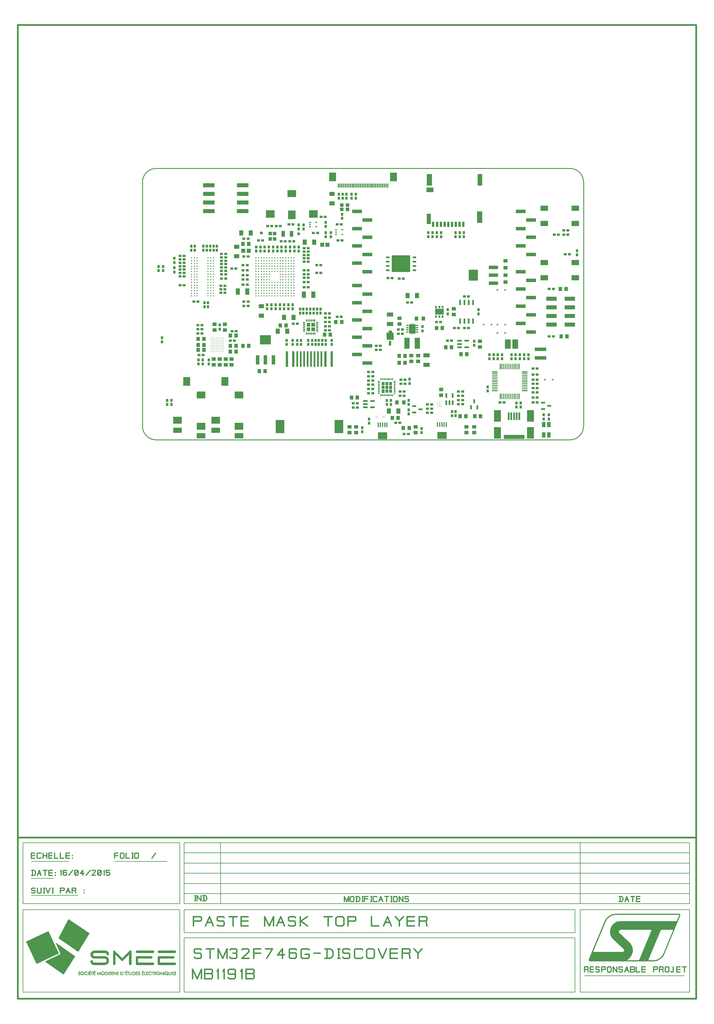
<source format=gbr>
G70*
%FSLAX55Y55*%
%ADD11C,0.00984*%
%ADD12C,0.00394*%
%ADD13C,0.00787*%
%ADD14C,0.01969*%
%ADD15C,0.00197*%
%ADD16C,0.01181*%
%ADD17R,0.04331X0.05906*%
%ADD18R,0.11811X0.04016*%
%ADD19R,0.04724X0.04331*%
%ADD20R,0.01969X0.09055*%
%ADD21R,0.07874X0.13780*%
%ADD22R,0.24409X0.04724*%
%ADD23R,0.02362X0.01654*%
%ADD24R,0.03150X0.06299*%
%ADD25R,0.07874X0.05512*%
%ADD26R,0.04724X0.12205*%
%ADD27R,0.06299X0.13780*%
%ADD28R,0.05512X0.13780*%
%ADD29R,0.05906X0.13780*%
%ADD30O,0.01013X0.07100*%
%ADD31O,0.01000X0.07100*%
%ADD32O,0.07100X0.01013*%
%ADD33O,0.07100X0.01000*%
%ADD34R,0.06299X0.12598*%
%ADD35R,0.02400X0.06000*%
%ADD36R,0.09843X0.05906*%
%ADD37R,0.09843X0.07874*%
%ADD38R,0.07874X0.09843*%
%ADD39R,0.02362X0.01772*%
%ADD40C,0.00984*%
%ADD41R,0.10630X0.03937*%
%ADD42R,0.10630X0.12992*%
%ADD43R,0.04331X0.04724*%
%ADD44R,0.03937X0.10630*%
%ADD45R,0.12992X0.10630*%
%ADD46R,0.08504X0.05984*%
%ADD47R,0.05000X0.06000*%
%ADD48P,0.01491X8X292.500*%
%ADD49R,0.01969X0.03150*%
%ADD50R,0.09843X0.06890*%
%ADD51R,0.05000X0.07200*%
%ADD52R,0.02756X0.01575*%
%ADD53R,0.07480X0.10394*%
%ADD54R,0.05000X0.04000*%
%ADD55R,0.01181X0.04921*%
%ADD56R,0.03150X0.18110*%
%ADD57R,0.02362X0.18110*%
%ADD58R,0.09843X0.15354*%
%ADD59R,0.06000X0.05000*%
%AMUSER60*
4, 1, 4, -0.00807, -0.00551, -0.00807, 0.00551, 0.01358, 0.00551, 0.01358, -0.00551, -0.00807, -0.00551, 0.0*
1, 1, 0.01102, -0.00807, 0.00000*%
%ADD60USER60*%
%AMUSER61*
4, 1, 4, 0.00551, -0.00807, -0.00551, -0.00807, -0.00551, 0.01358, 0.00551, 0.01358, 0.00551, -0.00807, 0.0*
1, 1, 0.01102, 0.00000, -0.00807*%
%ADD61USER61*%
%AMUSER62*
4, 1, 4, 0.00807, 0.00551, 0.00807, -0.00551, -0.01358, -0.00551, -0.01358, 0.00551, 0.00807, 0.00551, 0.0*
1, 1, 0.01102, 0.00807, 0.00000*%
%ADD62USER62*%
%AMUSER63*
4, 1, 4, -0.00551, 0.00807, 0.00551, 0.00807, 0.00551, -0.01358, -0.00551, -0.01358, -0.00551, 0.00807, 0.0*
1, 1, 0.01102, 0.00000, 0.00807*%
%ADD63USER63*%
%ADD64R,0.01575X0.05315*%
%ADD65R,0.11024X0.07874*%
%ADD66R,0.13386X0.04724*%
%ADD67R,0.10236X0.07874*%
%ADD68R,0.08661X0.10236*%
%ADD69R,0.09843X0.08661*%
%ADD70R,0.04724X0.02362*%
%ADD71R,0.04921X0.04724*%
%ADD72R,0.07087X0.11024*%
%ADD73R,0.07200X0.05000*%
%ADD74C,0.03506*%
%ADD75R,0.02362X0.04724*%
%ADD76C,0.00866*%
%ADD77R,0.05709X0.02165*%
%ADD78R,0.03787X0.03000*%
%ADD79R,0.02953X0.05433*%
%ADD80R,0.07992X0.07165*%
%ADD81R,0.03937X0.07087*%
%ADD82R,0.01181X0.02362*%
%ADD83R,0.02362X0.01181*%
%ADD84R,0.03937X0.02362*%
%ADD85R,0.21260X0.19685*%
%ADD86C,0.01260*%
%ADD87R,0.03000X0.03787*%
%ADD88R,0.04000X0.05000*%
%ADD89R,0.02165X0.05709*%
%ADD90R,0.12400X0.05000*%
%ADD91R,0.13780X0.03937*%
%ADD92R,0.03937X0.03937*%
%ADD93C,0.01575*%
D11*
X164334Y684059D02*
G75*
G03X180082Y668311I15747J-00001D01*
G01X660397Y668311*
G75*
G03X676145Y684059I00001J15747*
G01X676145Y967524*
G75*
G03X660397Y983272I-15747J00001*
G01X180082Y983272*
G75*
G03X164334Y967524I-00001J-15747*
G01X164334Y684059*
D12*
X786435Y118429D02*
X714929Y118422D01*
X713871Y118422*
X713871Y118418*
X712656Y118365*
X711463Y118214*
X710296Y117968*
X709162Y117628*
X708065Y117199*
X707011Y116684*
X706004Y116085*
X705049Y115408*
X704152Y114653*
X703318Y113826*
X702552Y112928*
X701858Y111964*
X701243Y110937*
X700711Y109850*
X682632Y66320*
X682365Y65676*
X682345Y65630*
X682327Y65584*
X682311Y65537*
X682296Y65490*
X682282Y65443*
X682269Y65396*
X682259Y65348*
X682249Y65300*
X682241Y65251*
X682234Y65203*
X682229Y65154*
X682225Y65105*
X682223Y65056*
X682223Y65006*
X682234Y64810*
X682268Y64620*
X682322Y64437*
X682396Y64264*
X682489Y64102*
X682598Y63951*
X682723Y63813*
X682863Y63689*
X683016Y63581*
X683180Y63489*
X683355Y63416*
X683539Y63362*
X683731Y63329*
X683929Y63317*
X756021Y63324*
X757087Y63324*
X757099Y63325*
X757130Y63327*
X757178Y63330*
X757239Y63335*
X757311Y63339*
X757389Y63345*
X757471Y63350*
X757553Y63356*
X757631Y63361*
X757702Y63366*
X757764Y63370*
X757812Y63374*
X757843Y63376*
X757855Y63377*
X758977Y63523*
X760073Y63753*
X761141Y64064*
X762175Y64453*
X763173Y64919*
X764128Y65457*
X765039Y66066*
X765900Y66743*
X766707Y67484*
X767457Y68289*
X768145Y69153*
X768768Y70074*
X769320Y71050*
X769799Y72077*
X770065Y72719*
X788010Y116087*
X788028Y116131*
X788045Y116176*
X788060Y116220*
X788074Y116266*
X788086Y116311*
X788098Y116357*
X788108Y116404*
X788116Y116451*
X788123Y116498*
X788129Y116545*
X788134Y116593*
X788137Y116641*
X788139Y116690*
X788140Y116739*
X788128Y116936*
X788095Y117126*
X788040Y117308*
X787966Y117481*
X787874Y117644*
X787765Y117795*
X787640Y117933*
X787501Y118057*
X787349Y118165*
X787184Y118256*
X787010Y118330*
X786826Y118384*
X786634Y118417*
X786435Y118429*
X701584Y109491D02*
X702065Y110475D01*
X702624Y111411*
X703256Y112296*
X703958Y113126*
X704724Y113897*
X705552Y114604*
X706437Y115243*
X707375Y115811*
X708361Y116302*
X709392Y116714*
X710463Y117041*
X711570Y117280*
X712710Y117426*
X713871Y117481*
X786435Y117487*
X786609Y117467*
X786691Y117443*
X786769Y117411*
X786842Y117371*
X786972Y117268*
X787027Y117207*
X787075Y117140*
X787116Y117068*
X787149Y116991*
X787188Y116826*
X787192Y116717*
X787188Y116653*
X787175Y116570*
X787159Y116511*
X787146Y116473*
X787138Y116454*
X787101Y116365*
X786635Y115238*
X786139Y114040*
X785869Y113387*
X785340Y112109*
X785103Y111537*
X784637Y110410*
X784600Y110321*
X784576Y110259*
X784546Y110201*
X784511Y110145*
X784471Y110092*
X784427Y110044*
X784379Y109999*
X784327Y109958*
X784271Y109922*
X784213Y109891*
X784151Y109865*
X784087Y109844*
X784020Y109829*
X783952Y109819*
X783881Y109816*
X719739Y109816*
X717084Y109604*
X714744Y109002*
X712718Y108058*
X711001Y106822*
X709592Y105343*
X708486Y103670*
X707681Y101854*
X707174Y99942*
X706962Y97985*
X707042Y96031*
X707410Y94131*
X708064Y92333*
X709001Y90686*
X710217Y89241*
X720830Y79311*
X721585Y78605*
X722076Y78146*
X722251Y77982*
X722598Y77592*
X722861Y77195*
X723044Y76796*
X723150Y76400*
X723183Y76014*
X723146Y75644*
X723042Y75295*
X722875Y74974*
X722648Y74686*
X722364Y74437*
X722026Y74233*
X721638Y74080*
X721203Y73984*
X720725Y73951*
X687959Y73949*
X687785Y73969*
X687625Y74025*
X687484Y74113*
X687422Y74168*
X687366Y74229*
X687318Y74296*
X687277Y74368*
X687244Y74445*
X687219Y74525*
X687204Y74610*
X687199Y74697*
X687205Y74784*
X687220Y74867*
X687260Y74987*
X701584Y109491*
X725764Y64251D02*
X725743Y64255D01*
X725722Y64261*
X725702Y64269*
X725684Y64279*
X725667Y64291*
X725652Y64304*
X725638Y64320*
X725626Y64337*
X725616Y64355*
X725607Y64374*
X725602Y64394*
X725598Y64415*
X725597Y64437*
X725597Y64452*
X725602Y64481*
X725612Y64509*
X725626Y64535*
X725634Y64547*
X725654Y64569*
X725665Y64579*
X725690Y64597*
X725707Y64605*
X725711Y64606*
X726299Y64895*
X726910Y65249*
X727535Y65667*
X728167Y66151*
X728796Y66699*
X729415Y67312*
X730015Y67991*
X730587Y68733*
X731123Y69541*
X731615Y70413*
X732055Y71350*
X732433Y72351*
X732742Y73416*
X732973Y74547*
X733105Y75837*
X733086Y77066*
X732938Y78227*
X732684Y79316*
X732347Y80326*
X731949Y81252*
X731514Y82090*
X731063Y82833*
X730619Y83477*
X730206Y84016*
X729845Y84444*
X729559Y84756*
X729371Y84948*
X729303Y85013*
X729135Y85169*
X717932Y95593*
X717389Y96152*
X717119Y96562*
X716946Y96976*
X716862Y97385*
X716861Y97785*
X716935Y98168*
X717075Y98530*
X717276Y98863*
X717528Y99162*
X717825Y99420*
X718159Y99632*
X718523Y99791*
X718909Y99890*
X719310Y99925*
X754233Y99925*
X754322Y99920*
X754407Y99905*
X754489Y99881*
X754567Y99849*
X754640Y99809*
X754708Y99761*
X754770Y99707*
X754826Y99646*
X754875Y99579*
X754916Y99507*
X754949Y99430*
X754973Y99349*
X754988Y99264*
X754993Y99177*
X754993Y99157*
X754992Y99137*
X754991Y99118*
X754989Y99098*
X754986Y99079*
X754983Y99060*
X754980Y99041*
X754976Y99022*
X754972Y99003*
X754967Y98984*
X754961Y98966*
X754956Y98947*
X754949Y98929*
X754943Y98911*
X741292Y65955*
X741090Y65467*
X741020Y65317*
X740938Y65173*
X740844Y65038*
X740740Y64911*
X740626Y64793*
X740502Y64685*
X740369Y64588*
X740228Y64501*
X740079Y64426*
X739924Y64364*
X739762Y64314*
X739595Y64277*
X739422Y64255*
X739246Y64247*
X725983Y64250*
X725764Y64251*
X751244Y65343D02*
X751222Y65298D01*
X751195Y65227*
X751175Y65153*
X751162Y65076*
X751158Y64998*
X751163Y64911*
X751178Y64827*
X751202Y64746*
X751276Y64598*
X751325Y64531*
X751380Y64470*
X751442Y64415*
X751510Y64368*
X751583Y64327*
X751660Y64295*
X751742Y64271*
X751827Y64256*
X751915Y64251*
X756447Y64250*
X757696Y64305*
X758852Y64455*
X759976Y64700*
X761063Y65036*
X762109Y65458*
X763109Y65962*
X764058Y66544*
X764953Y67200*
X765789Y67924*
X766561Y68714*
X767265Y69564*
X767897Y70470*
X768451Y71428*
X768927Y72432*
X768939Y72423*
X775227Y87603*
X779909Y98900*
X779916Y98919*
X779923Y98938*
X779929Y98957*
X779934Y98976*
X779940Y98995*
X779944Y99015*
X779952Y99054*
X779956Y99074*
X779958Y99094*
X779961Y99115*
X779962Y99135*
X779963Y99156*
X779963Y99177*
X779958Y99264*
X779943Y99349*
X779919Y99430*
X779886Y99507*
X779845Y99579*
X779797Y99646*
X779741Y99707*
X779679Y99761*
X779611Y99809*
X779538Y99849*
X779461Y99881*
X779379Y99905*
X779294Y99920*
X779206Y99925*
X779026Y99925*
X767068Y99912*
X766888Y99912*
X766712Y99904*
X766540Y99882*
X766373Y99846*
X766212Y99796*
X766056Y99733*
X765908Y99658*
X765767Y99572*
X765634Y99474*
X765510Y99366*
X765396Y99248*
X765291Y99121*
X765198Y98986*
X765115Y98843*
X765045Y98692*
X764844Y98206*
X751244Y65343*
X683361Y63414D02*
X758143Y63414D01*
X682842Y63708D02*
X759860Y63708D01*
X682561Y64002D02*
X760928Y64002D01*
X682383Y64295D02*
X725662Y64295D01*
X739678Y64295D02*
X751659Y64295D01*
X757483Y64295D02*
X761756Y64295D01*
X682277Y64589D02*
X725679Y64589D01*
X740371Y64589D02*
X751282Y64589D01*
X759467Y64589D02*
X762466Y64589D01*
X682230Y64883D02*
X726274Y64883D01*
X740713Y64883D02*
X751168Y64883D01*
X760567Y64883D02*
X763096Y64883D01*
X682232Y65176D02*
X726785Y65176D01*
X740940Y65176D02*
X751181Y65176D01*
X761411Y65176D02*
X763630Y65176D01*
X682290Y65470D02*
X727241Y65470D01*
X741091Y65470D02*
X751297Y65470D01*
X762132Y65470D02*
X764148Y65470D01*
X682401Y65764D02*
X727661Y65764D01*
X741213Y65764D02*
X751418Y65764D01*
X762715Y65764D02*
X764587Y65764D01*
X682523Y66058D02*
X728045Y66058D01*
X741334Y66058D02*
X751540Y66058D01*
X763264Y66058D02*
X765026Y66058D01*
X682645Y66351D02*
X728397Y66351D01*
X741456Y66351D02*
X751661Y66351D01*
X763743Y66351D02*
X765402Y66351D01*
X682767Y66645D02*
X728734Y66645D01*
X741578Y66645D02*
X751783Y66645D01*
X764196Y66645D02*
X765775Y66645D01*
X682889Y66939D02*
X729038Y66939D01*
X741699Y66939D02*
X751904Y66939D01*
X764597Y66939D02*
X766113Y66939D01*
X683011Y67232D02*
X729334Y67232D01*
X741821Y67232D02*
X752026Y67232D01*
X764991Y67232D02*
X766433Y67232D01*
X683133Y67526D02*
X729604Y67526D01*
X741943Y67526D02*
X752148Y67526D01*
X765330Y67526D02*
X766746Y67526D01*
X683255Y67820D02*
X729864Y67820D01*
X742064Y67820D02*
X752269Y67820D01*
X765668Y67820D02*
X767020Y67820D01*
X683377Y68113D02*
X730109Y68113D01*
X742186Y68113D02*
X752391Y68113D01*
X765974Y68113D02*
X767294Y68113D01*
X683499Y68407D02*
X730336Y68407D01*
X742308Y68407D02*
X752512Y68407D01*
X766261Y68407D02*
X767551Y68407D01*
X683621Y68701D02*
X730562Y68701D01*
X742429Y68701D02*
X752634Y68701D01*
X766549Y68701D02*
X767785Y68701D01*
X683743Y68995D02*
X730761Y68995D01*
X742551Y68995D02*
X752755Y68995D01*
X766794Y68995D02*
X768019Y68995D01*
X683865Y69288D02*
X730956Y69288D01*
X742673Y69288D02*
X752877Y69288D01*
X767037Y69288D02*
X768237Y69288D01*
X683987Y69582D02*
X731147Y69582D01*
X742794Y69582D02*
X752998Y69582D01*
X767278Y69582D02*
X768435Y69582D01*
X684109Y69876D02*
X731312Y69876D01*
X742916Y69876D02*
X753120Y69876D01*
X767483Y69876D02*
X768634Y69876D01*
X684231Y70169D02*
X731478Y70169D01*
X743037Y70169D02*
X753241Y70169D01*
X767687Y70169D02*
X768822Y70169D01*
X684353Y70463D02*
X731639Y70463D01*
X743159Y70463D02*
X753363Y70463D01*
X767892Y70463D02*
X768988Y70463D01*
X684475Y70757D02*
X731777Y70757D01*
X743281Y70757D02*
X753484Y70757D01*
X768063Y70757D02*
X769154Y70757D01*
X684597Y71050D02*
X731915Y71050D01*
X743402Y71050D02*
X753606Y71050D01*
X768233Y71050D02*
X769321Y71050D01*
X684719Y71344D02*
X732052Y71344D01*
X743524Y71344D02*
X753728Y71344D01*
X768403Y71344D02*
X769458Y71344D01*
X684841Y71638D02*
X732164Y71638D01*
X743646Y71638D02*
X753849Y71638D01*
X768550Y71638D02*
X769595Y71638D01*
X684963Y71932D02*
X732275Y71932D01*
X743767Y71932D02*
X753971Y71932D01*
X768690Y71932D02*
X769732Y71932D01*
X685085Y72225D02*
X732386Y72225D01*
X743889Y72225D02*
X754092Y72225D01*
X768829Y72225D02*
X769861Y72225D01*
X685207Y72519D02*
X732482Y72519D01*
X744011Y72519D02*
X754214Y72519D01*
X768979Y72519D02*
X769982Y72519D01*
X685329Y72813D02*
X732567Y72813D01*
X744132Y72813D02*
X754335Y72813D01*
X769101Y72813D02*
X770104Y72813D01*
X685451Y73106D02*
X732652Y73106D01*
X744254Y73106D02*
X754457Y73106D01*
X769222Y73106D02*
X770225Y73106D01*
X685573Y73400D02*
X732737Y73400D01*
X744376Y73400D02*
X754578Y73400D01*
X769344Y73400D02*
X770347Y73400D01*
X685694Y73694D02*
X732799Y73694D01*
X744497Y73694D02*
X754700Y73694D01*
X769466Y73694D02*
X770468Y73694D01*
X685816Y73987D02*
X687731Y73987D01*
X721219Y73987D02*
X732859Y73987D01*
X744619Y73987D02*
X754821Y73987D01*
X769587Y73987D02*
X770590Y73987D01*
X685938Y74281D02*
X687328Y74281D01*
X722106Y74281D02*
X732919Y74281D01*
X744741Y74281D02*
X754943Y74281D01*
X769709Y74281D02*
X770711Y74281D01*
X686060Y74575D02*
X687211Y74575D01*
X722521Y74575D02*
X732976Y74575D01*
X744862Y74575D02*
X755065Y74575D01*
X769831Y74575D02*
X770833Y74575D01*
X686182Y74869D02*
X687220Y74869D01*
X722792Y74869D02*
X733006Y74869D01*
X744984Y74869D02*
X755186Y74869D01*
X769952Y74869D02*
X770954Y74869D01*
X686304Y75162D02*
X687333Y75162D01*
X722973Y75162D02*
X733036Y75162D01*
X745106Y75162D02*
X755308Y75162D01*
X770074Y75162D02*
X771076Y75162D01*
X686426Y75456D02*
X687455Y75456D01*
X723090Y75456D02*
X733066Y75456D01*
X745227Y75456D02*
X755429Y75456D01*
X770196Y75456D02*
X771197Y75456D01*
X686548Y75750D02*
X687577Y75750D01*
X723157Y75750D02*
X733096Y75750D01*
X745349Y75750D02*
X755551Y75750D01*
X770317Y75750D02*
X771319Y75750D01*
X686670Y76043D02*
X687699Y76043D01*
X723181Y76043D02*
X733102Y76043D01*
X745471Y76043D02*
X755672Y76043D01*
X770439Y76043D02*
X771441Y76043D01*
X686792Y76337D02*
X687821Y76337D01*
X723156Y76337D02*
X733097Y76337D01*
X745592Y76337D02*
X755794Y76337D01*
X770561Y76337D02*
X771562Y76337D01*
X686914Y76631D02*
X687943Y76631D01*
X723088Y76631D02*
X733092Y76631D01*
X745714Y76631D02*
X755915Y76631D01*
X770682Y76631D02*
X771684Y76631D01*
X687036Y76924D02*
X688065Y76924D01*
X722985Y76924D02*
X733088Y76924D01*
X745836Y76924D02*
X756037Y76924D01*
X770804Y76924D02*
X771805Y76924D01*
X687158Y77218D02*
X688187Y77218D01*
X722846Y77218D02*
X733066Y77218D01*
X745957Y77218D02*
X756158Y77218D01*
X770925Y77218D02*
X771927Y77218D01*
X687280Y77512D02*
X688309Y77512D01*
X722651Y77512D02*
X733029Y77512D01*
X746079Y77512D02*
X756280Y77512D01*
X771047Y77512D02*
X772048Y77512D01*
X687402Y77806D02*
X688431Y77806D01*
X722408Y77806D02*
X732991Y77806D01*
X746201Y77806D02*
X756401Y77806D01*
X771169Y77806D02*
X772170Y77806D01*
X687524Y78099D02*
X688552Y78099D01*
X722125Y78099D02*
X732954Y78099D01*
X746322Y78099D02*
X756523Y78099D01*
X771290Y78099D02*
X772291Y78099D01*
X687646Y78393D02*
X688674Y78393D01*
X721812Y78393D02*
X732899Y78393D01*
X746444Y78393D02*
X756645Y78393D01*
X771412Y78393D02*
X772413Y78393D01*
X687768Y78687D02*
X688796Y78687D01*
X721498Y78687D02*
X732831Y78687D01*
X746565Y78687D02*
X756766Y78687D01*
X771534Y78687D02*
X772534Y78687D01*
X687890Y78980D02*
X688918Y78980D01*
X721184Y78980D02*
X732762Y78980D01*
X746687Y78980D02*
X756888Y78980D01*
X771655Y78980D02*
X772656Y78980D01*
X688012Y79274D02*
X689040Y79274D01*
X720870Y79274D02*
X732694Y79274D01*
X746809Y79274D02*
X757009Y79274D01*
X771777Y79274D02*
X772777Y79274D01*
X688134Y79568D02*
X689162Y79568D01*
X720556Y79568D02*
X732600Y79568D01*
X746930Y79568D02*
X757131Y79568D01*
X771899Y79568D02*
X772899Y79568D01*
X688256Y79861D02*
X689284Y79861D01*
X720242Y79861D02*
X732502Y79861D01*
X747052Y79861D02*
X757252Y79861D01*
X772020Y79861D02*
X773020Y79861D01*
X688378Y80155D02*
X689406Y80155D01*
X719928Y80155D02*
X732404Y80155D01*
X747174Y80155D02*
X757374Y80155D01*
X772142Y80155D02*
X773142Y80155D01*
X688500Y80449D02*
X689528Y80449D01*
X719614Y80449D02*
X732294Y80449D01*
X747295Y80449D02*
X757495Y80449D01*
X772264Y80449D02*
X773263Y80449D01*
X688622Y80743D02*
X689650Y80743D01*
X719300Y80743D02*
X732168Y80743D01*
X747417Y80743D02*
X757617Y80743D01*
X772385Y80743D02*
X773385Y80743D01*
X688744Y81036D02*
X689772Y81036D01*
X718986Y81036D02*
X732042Y81036D01*
X747539Y81036D02*
X757738Y81036D01*
X772507Y81036D02*
X773507Y81036D01*
X688866Y81330D02*
X689894Y81330D01*
X718673Y81330D02*
X731909Y81330D01*
X747660Y81330D02*
X757860Y81330D01*
X772629Y81330D02*
X773628Y81330D01*
X688988Y81624D02*
X690015Y81624D01*
X718359Y81624D02*
X731756Y81624D01*
X747782Y81624D02*
X757981Y81624D01*
X772750Y81624D02*
X773750Y81624D01*
X689110Y81917D02*
X690137Y81917D01*
X718045Y81917D02*
X731604Y81917D01*
X747904Y81917D02*
X758103Y81917D01*
X772872Y81917D02*
X773871Y81917D01*
X689232Y82211D02*
X690259Y82211D01*
X717731Y82211D02*
X731440Y82211D01*
X748025Y82211D02*
X758225Y82211D01*
X772993Y82211D02*
X773993Y82211D01*
X689354Y82505D02*
X690381Y82505D01*
X717417Y82505D02*
X731262Y82505D01*
X748147Y82505D02*
X758346Y82505D01*
X773115Y82505D02*
X774114Y82505D01*
X689476Y82799D02*
X690503Y82799D01*
X717103Y82799D02*
X731084Y82799D01*
X748269Y82799D02*
X758468Y82799D01*
X773237Y82799D02*
X774236Y82799D01*
X689598Y83092D02*
X690625Y83092D01*
X716789Y83092D02*
X730885Y83092D01*
X748390Y83092D02*
X758589Y83092D01*
X773358Y83092D02*
X774357Y83092D01*
X689720Y83386D02*
X690747Y83386D01*
X716475Y83386D02*
X730682Y83386D01*
X748512Y83386D02*
X758711Y83386D01*
X773480Y83386D02*
X774479Y83386D01*
X689842Y83680D02*
X690869Y83680D01*
X716161Y83680D02*
X730464Y83680D01*
X748634Y83680D02*
X758832Y83680D01*
X773602Y83680D02*
X774600Y83680D01*
X689964Y83973D02*
X690991Y83973D01*
X715847Y83973D02*
X730238Y83973D01*
X748755Y83973D02*
X758954Y83973D01*
X773723Y83973D02*
X774722Y83973D01*
X690086Y84267D02*
X691113Y84267D01*
X715534Y84267D02*
X729994Y84267D01*
X748877Y84267D02*
X759075Y84267D01*
X773845Y84267D02*
X774843Y84267D01*
X690208Y84561D02*
X691235Y84561D01*
X715220Y84561D02*
X729738Y84561D01*
X748999Y84561D02*
X759197Y84561D01*
X773967Y84561D02*
X774965Y84561D01*
X690330Y84854D02*
X691357Y84854D01*
X714906Y84854D02*
X729462Y84854D01*
X749120Y84854D02*
X759318Y84854D01*
X774088Y84854D02*
X775086Y84854D01*
X690452Y85148D02*
X691479Y85148D01*
X714592Y85148D02*
X729157Y85148D01*
X749242Y85148D02*
X759440Y85148D01*
X774210Y85148D02*
X775208Y85148D01*
X690574Y85442D02*
X691600Y85442D01*
X714278Y85442D02*
X728842Y85442D01*
X749364Y85442D02*
X759562Y85442D01*
X774332Y85442D02*
X775329Y85442D01*
X690696Y85736D02*
X691722Y85736D01*
X713964Y85736D02*
X728526Y85736D01*
X749485Y85736D02*
X759683Y85736D01*
X774453Y85736D02*
X775451Y85736D01*
X690818Y86029D02*
X691844Y86029D01*
X713650Y86029D02*
X728211Y86029D01*
X749607Y86029D02*
X759805Y86029D01*
X774575Y86029D02*
X775572Y86029D01*
X690939Y86323D02*
X691966Y86323D01*
X713336Y86323D02*
X727895Y86323D01*
X749729Y86323D02*
X759926Y86323D01*
X774697Y86323D02*
X775694Y86323D01*
X691061Y86617D02*
X692088Y86617D01*
X713022Y86617D02*
X727579Y86617D01*
X749850Y86617D02*
X760048Y86617D01*
X774818Y86617D02*
X775816Y86617D01*
X691183Y86910D02*
X692210Y86910D01*
X712708Y86910D02*
X727264Y86910D01*
X749972Y86910D02*
X760169Y86910D01*
X774940Y86910D02*
X775937Y86910D01*
X691305Y87204D02*
X692332Y87204D01*
X712394Y87204D02*
X726948Y87204D01*
X750093Y87204D02*
X760291Y87204D01*
X775062Y87204D02*
X776059Y87204D01*
X691427Y87498D02*
X692454Y87498D01*
X712081Y87498D02*
X726632Y87498D01*
X750215Y87498D02*
X760412Y87498D01*
X775183Y87498D02*
X776180Y87498D01*
X691549Y87791D02*
X692576Y87791D01*
X711767Y87791D02*
X726317Y87791D01*
X750337Y87791D02*
X760534Y87791D01*
X775305Y87791D02*
X776302Y87791D01*
X691671Y88085D02*
X692698Y88085D01*
X711453Y88085D02*
X726001Y88085D01*
X750458Y88085D02*
X760655Y88085D01*
X775427Y88085D02*
X776423Y88085D01*
X691793Y88379D02*
X692820Y88379D01*
X711139Y88379D02*
X725685Y88379D01*
X750580Y88379D02*
X760777Y88379D01*
X775548Y88379D02*
X776545Y88379D01*
X691915Y88673D02*
X692942Y88673D01*
X710825Y88673D02*
X725370Y88673D01*
X750702Y88673D02*
X760899Y88673D01*
X775670Y88673D02*
X776666Y88673D01*
X692037Y88966D02*
X693064Y88966D01*
X710511Y88966D02*
X725054Y88966D01*
X750823Y88966D02*
X761020Y88966D01*
X775792Y88966D02*
X776788Y88966D01*
X692159Y89260D02*
X693185Y89260D01*
X710201Y89260D02*
X724738Y89260D01*
X750945Y89260D02*
X761142Y89260D01*
X775914Y89260D02*
X776909Y89260D01*
X692281Y89554D02*
X693307Y89554D01*
X709954Y89554D02*
X724423Y89554D01*
X751067Y89554D02*
X761263Y89554D01*
X776035Y89554D02*
X777031Y89554D01*
X692403Y89847D02*
X693429Y89847D01*
X709707Y89847D02*
X724107Y89847D01*
X751188Y89847D02*
X761385Y89847D01*
X776157Y89847D02*
X777152Y89847D01*
X692525Y90141D02*
X693551Y90141D01*
X709460Y90141D02*
X723792Y90141D01*
X751310Y90141D02*
X761506Y90141D01*
X776279Y90141D02*
X777274Y90141D01*
X692647Y90435D02*
X693673Y90435D01*
X709213Y90435D02*
X723476Y90435D01*
X751432Y90435D02*
X761628Y90435D01*
X776400Y90435D02*
X777395Y90435D01*
X692769Y90728D02*
X693795Y90728D01*
X708977Y90728D02*
X723160Y90728D01*
X751553Y90728D02*
X761749Y90728D01*
X776522Y90728D02*
X777517Y90728D01*
X692891Y91022D02*
X693917Y91022D01*
X708810Y91022D02*
X722845Y91022D01*
X751675Y91022D02*
X761871Y91022D01*
X776644Y91022D02*
X777638Y91022D01*
X693013Y91316D02*
X694039Y91316D01*
X708643Y91316D02*
X722529Y91316D01*
X751797Y91316D02*
X761992Y91316D01*
X776766Y91316D02*
X777760Y91316D01*
X693135Y91610D02*
X694161Y91610D01*
X708476Y91610D02*
X722213Y91610D01*
X751918Y91610D02*
X762114Y91610D01*
X776887Y91610D02*
X777881Y91610D01*
X693257Y91903D02*
X694283Y91903D01*
X708309Y91903D02*
X721898Y91903D01*
X752040Y91903D02*
X762235Y91903D01*
X777009Y91903D02*
X778003Y91903D01*
X693379Y92197D02*
X694405Y92197D01*
X708142Y92197D02*
X721582Y92197D01*
X752162Y92197D02*
X762357Y92197D01*
X777131Y92197D02*
X778125Y92197D01*
X693501Y92491D02*
X694527Y92491D01*
X708007Y92491D02*
X721266Y92491D01*
X752283Y92491D02*
X762479Y92491D01*
X777252Y92491D02*
X778246Y92491D01*
X693623Y92784D02*
X694648Y92784D01*
X707900Y92784D02*
X720951Y92784D01*
X752405Y92784D02*
X762600Y92784D01*
X777374Y92784D02*
X778368Y92784D01*
X693745Y93078D02*
X694770Y93078D01*
X707793Y93078D02*
X720635Y93078D01*
X752527Y93078D02*
X762722Y93078D01*
X777496Y93078D02*
X778489Y93078D01*
X693867Y93372D02*
X694892Y93372D01*
X707686Y93372D02*
X720319Y93372D01*
X752648Y93372D02*
X762843Y93372D01*
X777618Y93372D02*
X778611Y93372D01*
X693989Y93665D02*
X695014Y93665D01*
X707580Y93665D02*
X720004Y93665D01*
X752770Y93665D02*
X762965Y93665D01*
X777739Y93665D02*
X778732Y93665D01*
X694111Y93959D02*
X695136Y93959D01*
X707473Y93959D02*
X719688Y93959D01*
X752892Y93959D02*
X763086Y93959D01*
X777861Y93959D02*
X778854Y93959D01*
X694233Y94253D02*
X695258Y94253D01*
X707387Y94253D02*
X719373Y94253D01*
X753013Y94253D02*
X763208Y94253D01*
X777983Y94253D02*
X778975Y94253D01*
X694355Y94547D02*
X695380Y94547D01*
X707330Y94547D02*
X719057Y94547D01*
X753135Y94547D02*
X763329Y94547D01*
X778105Y94547D02*
X779097Y94547D01*
X694477Y94840D02*
X695502Y94840D01*
X707273Y94840D02*
X718741Y94840D01*
X753256Y94840D02*
X763451Y94840D01*
X778226Y94840D02*
X779218Y94840D01*
X694599Y95134D02*
X695624Y95134D01*
X707216Y95134D02*
X718426Y95134D01*
X753378Y95134D02*
X763572Y95134D01*
X778348Y95134D02*
X779340Y95134D01*
X694721Y95428D02*
X695746Y95428D01*
X707159Y95428D02*
X718110Y95428D01*
X753500Y95428D02*
X763694Y95428D01*
X778470Y95428D02*
X779461Y95428D01*
X694843Y95721D02*
X695868Y95721D01*
X707102Y95721D02*
X717808Y95721D01*
X753621Y95721D02*
X763816Y95721D01*
X778591Y95721D02*
X779583Y95721D01*
X694965Y96015D02*
X695990Y96015D01*
X707045Y96015D02*
X717522Y96015D01*
X753743Y96015D02*
X763937Y96015D01*
X778713Y96015D02*
X779704Y96015D01*
X695087Y96309D02*
X696112Y96309D01*
X707031Y96309D02*
X717286Y96309D01*
X753865Y96309D02*
X764059Y96309D01*
X778835Y96309D02*
X779826Y96309D01*
X695209Y96602D02*
X696233Y96602D01*
X707019Y96602D02*
X717102Y96602D01*
X753986Y96602D02*
X764180Y96602D01*
X778957Y96602D02*
X779947Y96602D01*
X695331Y96896D02*
X696355Y96896D01*
X707007Y96896D02*
X716979Y96896D01*
X754108Y96896D02*
X764302Y96896D01*
X779078Y96896D02*
X780069Y96896D01*
X695453Y97190D02*
X696477Y97190D01*
X706995Y97190D02*
X716902Y97190D01*
X754230Y97190D02*
X764423Y97190D01*
X779200Y97190D02*
X780191Y97190D01*
X695575Y97484D02*
X696599Y97484D01*
X706983Y97484D02*
X716862Y97484D01*
X754351Y97484D02*
X764545Y97484D01*
X779322Y97484D02*
X780312Y97484D01*
X695697Y97777D02*
X696721Y97777D01*
X706971Y97777D02*
X716861Y97777D01*
X754473Y97777D02*
X764666Y97777D01*
X779444Y97777D02*
X780434Y97777D01*
X695819Y98071D02*
X696843Y98071D01*
X706972Y98071D02*
X716916Y98071D01*
X754595Y98071D02*
X764788Y98071D01*
X779565Y98071D02*
X780555Y98071D01*
X695941Y98365D02*
X696965Y98365D01*
X707003Y98365D02*
X717011Y98365D01*
X754716Y98365D02*
X764909Y98365D01*
X779687Y98365D02*
X780677Y98365D01*
X696063Y98658D02*
X697087Y98658D01*
X707035Y98658D02*
X717153Y98658D01*
X754838Y98658D02*
X765031Y98658D01*
X779809Y98658D02*
X780798Y98658D01*
X696184Y98952D02*
X697209Y98952D01*
X707067Y98952D02*
X717351Y98952D01*
X754957Y98952D02*
X765178Y98952D01*
X779927Y98952D02*
X780920Y98952D01*
X696306Y99246D02*
X697331Y99246D01*
X707099Y99246D02*
X717624Y99246D01*
X754989Y99246D02*
X765394Y99246D01*
X779959Y99246D02*
X781041Y99246D01*
X696428Y99539D02*
X697453Y99539D01*
X707131Y99539D02*
X718013Y99539D01*
X754897Y99539D02*
X765723Y99539D01*
X779868Y99539D02*
X781163Y99539D01*
X696550Y99833D02*
X697575Y99833D01*
X707163Y99833D02*
X718688Y99833D01*
X754596Y99833D02*
X766332Y99833D01*
X779568Y99833D02*
X781284Y99833D01*
X696672Y100127D02*
X697696Y100127D01*
X707223Y100127D02*
X781406Y100127D01*
X696794Y100421D02*
X697818Y100421D01*
X707301Y100421D02*
X781527Y100421D01*
X696916Y100714D02*
X697940Y100714D01*
X707379Y100714D02*
X781649Y100714D01*
X697038Y101008D02*
X698062Y101008D01*
X707457Y101008D02*
X781770Y101008D01*
X697160Y101302D02*
X698184Y101302D01*
X707535Y101302D02*
X781892Y101302D01*
X697282Y101595D02*
X698306Y101595D01*
X707613Y101595D02*
X782013Y101595D01*
X697404Y101889D02*
X698428Y101889D01*
X707697Y101889D02*
X782135Y101889D01*
X697526Y102183D02*
X698550Y102183D01*
X707827Y102183D02*
X782256Y102183D01*
X697648Y102476D02*
X698672Y102476D01*
X707957Y102476D02*
X782378Y102476D01*
X697770Y102770D02*
X698794Y102770D01*
X708087Y102770D02*
X782500Y102770D01*
X697892Y103064D02*
X698916Y103064D01*
X708218Y103064D02*
X782621Y103064D01*
X698014Y103358D02*
X699038Y103358D01*
X708348Y103358D02*
X782743Y103358D01*
X698136Y103651D02*
X699160Y103651D01*
X708478Y103651D02*
X782864Y103651D01*
X698258Y103945D02*
X699281Y103945D01*
X708668Y103945D02*
X782986Y103945D01*
X698380Y104239D02*
X699403Y104239D01*
X708862Y104239D02*
X783107Y104239D01*
X698502Y104532D02*
X699525Y104532D01*
X709056Y104532D02*
X783229Y104532D01*
X698624Y104826D02*
X699647Y104826D01*
X709250Y104826D02*
X783350Y104826D01*
X698746Y105120D02*
X699769Y105120D01*
X709445Y105120D02*
X783472Y105120D01*
X698868Y105413D02*
X699891Y105413D01*
X709659Y105413D02*
X783593Y105413D01*
X698990Y105707D02*
X700013Y105707D01*
X709939Y105707D02*
X783715Y105707D01*
X699112Y106001D02*
X700135Y106001D01*
X710219Y106001D02*
X783836Y106001D01*
X699234Y106295D02*
X700257Y106295D01*
X710499Y106295D02*
X783958Y106295D01*
X699356Y106588D02*
X700379Y106588D01*
X710779Y106588D02*
X784079Y106588D01*
X699478Y106882D02*
X700501Y106882D01*
X711085Y106882D02*
X784201Y106882D01*
X699600Y107176D02*
X700623Y107176D01*
X711493Y107176D02*
X784322Y107176D01*
X699722Y107469D02*
X700744Y107469D01*
X711901Y107469D02*
X784444Y107469D01*
X699844Y107763D02*
X700866Y107763D01*
X712309Y107763D02*
X784566Y107763D01*
X699966Y108057D02*
X700988Y108057D01*
X712716Y108057D02*
X784687Y108057D01*
X700088Y108350D02*
X701110Y108350D01*
X713346Y108350D02*
X784809Y108350D01*
X700210Y108644D02*
X701232Y108644D01*
X713977Y108644D02*
X784930Y108644D01*
X700332Y108938D02*
X701354Y108938D01*
X714607Y108938D02*
X785052Y108938D01*
X700454Y109232D02*
X701476Y109232D01*
X715636Y109232D02*
X785173Y109232D01*
X700576Y109525D02*
X701600Y109525D01*
X716777Y109525D02*
X785295Y109525D01*
X700698Y109819D02*
X701744Y109819D01*
X783942Y109819D02*
X785416Y109819D01*
X700839Y110113D02*
X701888Y110113D01*
X784486Y110113D02*
X785538Y110113D01*
X700983Y110406D02*
X702031Y110406D01*
X784635Y110406D02*
X785659Y110406D01*
X701127Y110700D02*
X702199Y110700D01*
X784757Y110700D02*
X785781Y110700D01*
X701277Y110994D02*
X702375Y110994D01*
X784879Y110994D02*
X785902Y110994D01*
X701453Y111287D02*
X702550Y111287D01*
X785000Y111287D02*
X786024Y111287D01*
X701629Y111581D02*
X702745Y111581D01*
X785122Y111581D02*
X786145Y111581D01*
X701805Y111875D02*
X702955Y111875D01*
X785243Y111875D02*
X786267Y111875D01*
X702005Y112169D02*
X703165Y112169D01*
X785365Y112169D02*
X786388Y112169D01*
X702216Y112462D02*
X703396Y112462D01*
X785486Y112462D02*
X786510Y112462D01*
X702428Y112756D02*
X703644Y112756D01*
X785608Y112756D02*
X786631Y112756D01*
X702655Y113050D02*
X703893Y113050D01*
X785729Y113050D02*
X786753Y113050D01*
X702906Y113343D02*
X704173Y113343D01*
X785851Y113343D02*
X786875Y113343D01*
X703157Y113637D02*
X704466Y113637D01*
X785973Y113637D02*
X786996Y113637D01*
X703424Y113931D02*
X704764Y113931D01*
X786094Y113931D02*
X787118Y113931D01*
X703720Y114224D02*
X705108Y114224D01*
X786216Y114224D02*
X787239Y114224D01*
X704016Y114518D02*
X705452Y114518D01*
X786337Y114518D02*
X787361Y114518D01*
X704341Y114812D02*
X705840Y114812D01*
X786459Y114812D02*
X787482Y114812D01*
X704690Y115106D02*
X706247Y115106D01*
X786580Y115106D02*
X787604Y115106D01*
X705039Y115399D02*
X706695Y115399D01*
X786702Y115399D02*
X787725Y115399D01*
X705451Y115693D02*
X707180Y115693D01*
X786823Y115693D02*
X787847Y115693D01*
X705864Y115987D02*
X707728Y115987D01*
X786945Y115987D02*
X787968Y115987D01*
X706332Y116280D02*
X708317Y116280D01*
X787066Y116280D02*
X788078Y116280D01*
X706826Y116574D02*
X709042Y116574D01*
X787175Y116574D02*
X788132Y116574D01*
X707387Y116868D02*
X709896Y116868D01*
X787178Y116868D02*
X788132Y116868D01*
X707988Y117161D02*
X711022Y117161D01*
X787060Y117161D02*
X788084Y117161D01*
X708720Y117455D02*
X713322Y117455D01*
X786651Y117455D02*
X787977Y117455D01*
X709566Y117749D02*
X787798Y117749D01*
X710651Y118043D02*
X787517Y118043D01*
X712430Y118336D02*
X786988Y118336D01*
D13*
X212563Y177170D02*
X799177Y177170D01*
X799177Y188981*
X212563Y188981*
X212563Y177170*
X25555Y27563D02*
X207641Y27563D01*
X207641Y123036*
X25555Y123036*
X25555Y27563*
X212563Y188981D02*
X799177Y188981D01*
X799177Y200792*
X212563Y200792*
X212563Y188981*
X35397Y139768D02*
X89728Y139768D01*
X672208Y129926D02*
X254885Y129926D01*
X254885Y200792*
X672208Y200792*
X672208Y129926*
D14*
X807051Y206697D02*
X19649Y206697D01*
X19649Y19689*
X807051Y19689*
X807051Y206697*
X19649Y19689D02*
X807051Y19689D01*
X807051Y1149611*
X19649Y1149611*
X19649Y19689*
D13*
X212563Y141737D02*
X799177Y141737D01*
X799177Y153548*
X212563Y153548*
X212563Y141737*
X212563Y153548D02*
X799177Y153548D01*
X799177Y165359*
X212563Y165359*
X212563Y153548*
X799177Y123233D02*
X672208Y123233D01*
X672208Y27563*
X799177Y27563*
X799177Y123233*
X212563Y165359D02*
X799177Y165359D01*
X799177Y177170*
X212563Y177170*
X212563Y165359*
D15*
G36*
X189334Y51185D02*
X189707Y51185D01*
X189707Y47458*
X189334Y47458*
X189334Y51185*
G37*
X189707Y51185*
X189707Y47458*
X189334Y47458*
X189334Y51185*
G36*
X198483Y51186D02*
X200619Y51186D01*
X200619Y50821*
X198855Y50821*
X198855Y49652*
X200604Y49652*
X200604Y49287*
X198855Y49287*
X198855Y47823*
X200604Y47823*
X200604Y47458*
X198483Y47458*
X198483Y51186*
G37*
X200619Y51186*
X200619Y50821*
X198855Y50821*
X198855Y49652*
X200604Y49652*
X200604Y49287*
X198855Y49287*
X198855Y47823*
X200604Y47823*
X200604Y47458*
X198483Y47458*
X198483Y51186*
G36*
X111498Y47458D02*
X112032Y51186D01*
X112046Y51186*
X113561Y48127*
X115062Y51186*
X115122Y51186*
X115658Y47458*
X115293Y47458*
X114925Y50124*
X113606Y47458*
X113511Y47458*
X112177Y50144*
X111811Y47458*
X111498Y47458*
G37*
X112032Y51186*
X112046Y51186*
X113561Y48127*
X115062Y51186*
X115122Y51186*
X115658Y47458*
X115293Y47458*
X114925Y50124*
X113606Y47458*
X113511Y47458*
X112177Y50144*
X111811Y47458*
X111498Y47458*
G36*
X134538Y51186D02*
X136674Y51186D01*
X136674Y50821*
X134910Y50821*
X134910Y49652*
X136659Y49652*
X136659Y49287*
X134910Y49287*
X134910Y47823*
X136659Y47823*
X136659Y47458*
X134538Y47458*
X134538Y51186*
G37*
X136674Y51186*
X136674Y50821*
X134910Y50821*
X134910Y49652*
X136659Y49652*
X136659Y49287*
X134910Y49287*
X134910Y47823*
X136659Y47823*
X136659Y47458*
X134538Y47458*
X134538Y51186*
G36*
X130699Y47458D02*
X130699Y51186D01*
X130780Y51186*
X133261Y48328*
X133261Y51186*
X133628Y51186*
X133628Y47458*
X133544Y47458*
X131084Y50280*
X131084Y47458*
X130699Y47458*
G37*
X130699Y51186*
X130780Y51186*
X133261Y48328*
X133261Y51186*
X133628Y51186*
X133628Y47458*
X133544Y47458*
X131084Y50280*
X131084Y47458*
X130699Y47458*
G36*
X146851Y50821D02*
X146851Y51186D01*
X148894Y51186*
X148894Y50821*
X148063Y50821*
X148063Y47458*
X147683Y47458*
X147683Y50821*
X146851Y50821*
G37*
X146851Y51186*
X148894Y51186*
X148894Y50821*
X148063Y50821*
X148063Y47458*
X147683Y47458*
X147683Y50821*
X146851Y50821*
G36*
X156694Y51186D02*
X158830Y51186D01*
X158830Y50821*
X157067Y50821*
X157067Y49652*
X158815Y49652*
X158815Y49287*
X157067Y49287*
X157067Y47823*
X158815Y47823*
X158815Y47458*
X156694Y47458*
X156694Y51186*
G37*
X158830Y51186*
X158830Y50821*
X157067Y50821*
X157067Y49652*
X158815Y49652*
X158815Y49287*
X157067Y49287*
X157067Y47823*
X158815Y47823*
X158815Y47458*
X156694Y47458*
X156694Y51186*
G36*
X185551Y47458D02*
X185551Y51186D01*
X185632Y51186*
X188113Y48328*
X188113Y51186*
X188480Y51186*
X188480Y47458*
X188397Y47458*
X185936Y50280*
X185936Y47458*
X185551Y47458*
G37*
X185551Y51186*
X185632Y51186*
X188113Y48328*
X188113Y51186*
X188480Y51186*
X188480Y47458*
X188397Y47458*
X185936Y50280*
X185936Y47458*
X185551Y47458*
G36*
X195467Y51186D02*
X195467Y48879D01*
X195467Y48827*
X195468Y48777*
X195468Y48731*
X195469Y48687*
X195470Y48647*
X195471Y48610*
X195472Y48576*
X195473Y48545*
X195475Y48517*
X195476Y48492*
X195478Y48470*
X195480Y48451*
X195482Y48436*
X195487Y48404*
X195492Y48374*
X195497Y48344*
X195504Y48316*
X195511Y48287*
X195520Y48260*
X195528Y48233*
X195538Y48207*
X195548Y48182*
X195559Y48158*
X195571Y48134*
X195584Y48111*
X195597Y48089*
X195611Y48067*
X195626Y48046*
X195643Y48026*
X195660Y48006*
X195678Y47986*
X195698Y47967*
X195718Y47949*
X195740Y47931*
X195763Y47913*
X195787Y47896*
X195812Y47880*
X195838Y47864*
X195865Y47848*
X195894Y47833*
X195923Y47819*
X195953Y47805*
X195983Y47792*
X196013Y47780*
X196043Y47770*
X196074Y47760*
X196104Y47751*
X196134Y47744*
X196164Y47737*
X196194Y47731*
X196225Y47727*
X196255Y47723*
X196285Y47721*
X196316Y47719*
X196346Y47719*
X196373Y47719*
X196399Y47720*
X196425Y47722*
X196451Y47725*
X196476Y47729*
X196502Y47733*
X196528Y47738*
X196553Y47744*
X196578Y47751*
X196603Y47759*
X196628Y47767*
X196652Y47776*
X196677Y47786*
X196701Y47797*
X196725Y47809*
X196749Y47821*
X196771Y47834*
X196794Y47847*
X196815Y47861*
X196836Y47876*
X196857Y47891*
X196877Y47907*
X196896Y47923*
X196915Y47940*
X196934Y47958*
X196951Y47976*
X196968Y47995*
X196985Y48015*
X197001Y48035*
X197016Y48056*
X197031Y48077*
X197045Y48099*
X197059Y48122*
X197071Y48145*
X197084Y48169*
X197095Y48193*
X197106Y48218*
X197117Y48244*
X197126Y48270*
X197136Y48297*
X197144Y48324*
X197152Y48352*
X197157Y48374*
X197162Y48399*
X197167Y48427*
X197171Y48458*
X197174Y48492*
X197178Y48529*
X197181Y48569*
X197183Y48612*
X197185Y48658*
X197187Y48707*
X197188Y48760*
X197189Y48815*
X197190Y48874*
X197190Y48935*
X197190Y51186*
X197563Y51186*
X197563Y48935*
X197562Y48865*
X197561Y48796*
X197558Y48730*
X197555Y48665*
X197550Y48603*
X197545Y48542*
X197538Y48484*
X197531Y48427*
X197522Y48372*
X197513Y48319*
X197502Y48269*
X197491Y48220*
X197479Y48173*
X197465Y48128*
X197450Y48084*
X197433Y48041*
X197414Y48000*
X197393Y47958*
X197371Y47918*
X197346Y47879*
X197319Y47840*
X197290Y47802*
X197259Y47765*
X197226Y47729*
X197191Y47693*
X197154Y47659*
X197116Y47625*
X197075Y47592*
X197032Y47560*
X196989Y47531*
X196944Y47505*
X196898Y47480*
X196850Y47458*
X196801Y47438*
X196751Y47421*
X196700Y47406*
X196648Y47393*
X196594Y47382*
X196539Y47374*
X196483Y47368*
X196425Y47365*
X196367Y47364*
X196303Y47365*
X196240Y47368*
X196179Y47374*
X196119Y47381*
X196061Y47391*
X196004Y47403*
X195948Y47418*
X195893Y47434*
X195840Y47453*
X195788Y47474*
X195738Y47497*
X195688Y47522*
X195640Y47550*
X195594Y47579*
X195549Y47611*
X195506Y47644*
X195465Y47678*
X195427Y47714*
X195391Y47751*
X195357Y47789*
X195325Y47829*
X195295Y47871*
X195268Y47914*
X195243Y47958*
X195219Y48004*
X195198Y48051*
X195180Y48099*
X195163Y48149*
X195153Y48182*
X195145Y48219*
X195137Y48259*
X195129Y48302*
X195123Y48350*
X195117Y48400*
X195112Y48455*
X195107Y48513*
X195103Y48574*
X195100Y48639*
X195098Y48708*
X195096Y48780*
X195095Y48856*
X195095Y48935*
X195095Y51186*
X195467Y51186*
G37*
X195467Y48879*
X195467Y48827*
X195468Y48777*
X195468Y48731*
X195469Y48687*
X195470Y48647*
X195471Y48610*
X195472Y48576*
X195473Y48545*
X195475Y48517*
X195476Y48492*
X195478Y48470*
X195480Y48451*
X195482Y48436*
X195487Y48404*
X195492Y48374*
X195497Y48344*
X195504Y48316*
X195511Y48287*
X195520Y48260*
X195528Y48233*
X195538Y48207*
X195548Y48182*
X195559Y48158*
X195571Y48134*
X195584Y48111*
X195597Y48089*
X195611Y48067*
X195626Y48046*
X195643Y48026*
X195660Y48006*
X195678Y47986*
X195698Y47967*
X195718Y47949*
X195740Y47931*
X195763Y47913*
X195787Y47896*
X195812Y47880*
X195838Y47864*
X195865Y47848*
X195894Y47833*
X195923Y47819*
X195953Y47805*
X195983Y47792*
X196013Y47780*
X196043Y47770*
X196074Y47760*
X196104Y47751*
X196134Y47744*
X196164Y47737*
X196194Y47731*
X196225Y47727*
X196255Y47723*
X196285Y47721*
X196316Y47719*
X196346Y47719*
X196373Y47719*
X196399Y47720*
X196425Y47722*
X196451Y47725*
X196476Y47729*
X196502Y47733*
X196528Y47738*
X196553Y47744*
X196578Y47751*
X196603Y47759*
X196628Y47767*
X196652Y47776*
X196677Y47786*
X196701Y47797*
X196725Y47809*
X196749Y47821*
X196771Y47834*
X196794Y47847*
X196815Y47861*
X196836Y47876*
X196857Y47891*
X196877Y47907*
X196896Y47923*
X196915Y47940*
X196934Y47958*
X196951Y47976*
X196968Y47995*
X196985Y48015*
X197001Y48035*
X197016Y48056*
X197031Y48077*
X197045Y48099*
X197059Y48122*
X197071Y48145*
X197084Y48169*
X197095Y48193*
X197106Y48218*
X197117Y48244*
X197126Y48270*
X197136Y48297*
X197144Y48324*
X197152Y48352*
X197157Y48374*
X197162Y48399*
X197167Y48427*
X197171Y48458*
X197174Y48492*
X197178Y48529*
X197181Y48569*
X197183Y48612*
X197185Y48658*
X197187Y48707*
X197188Y48760*
X197189Y48815*
X197190Y48874*
X197190Y48935*
X197190Y51186*
X197563Y51186*
X197563Y48935*
X197562Y48865*
X197561Y48796*
X197558Y48730*
X197555Y48665*
X197550Y48603*
X197545Y48542*
X197538Y48484*
X197531Y48427*
X197522Y48372*
X197513Y48319*
X197502Y48269*
X197491Y48220*
X197479Y48173*
X197465Y48128*
X197450Y48084*
X197433Y48041*
X197414Y48000*
X197393Y47958*
X197371Y47918*
X197346Y47879*
X197319Y47840*
X197290Y47802*
X197259Y47765*
X197226Y47729*
X197191Y47693*
X197154Y47659*
X197116Y47625*
X197075Y47592*
X197032Y47560*
X196989Y47531*
X196944Y47505*
X196898Y47480*
X196850Y47458*
X196801Y47438*
X196751Y47421*
X196700Y47406*
X196648Y47393*
X196594Y47382*
X196539Y47374*
X196483Y47368*
X196425Y47365*
X196367Y47364*
X196303Y47365*
X196240Y47368*
X196179Y47374*
X196119Y47381*
X196061Y47391*
X196004Y47403*
X195948Y47418*
X195893Y47434*
X195840Y47453*
X195788Y47474*
X195738Y47497*
X195688Y47522*
X195640Y47550*
X195594Y47579*
X195549Y47611*
X195506Y47644*
X195465Y47678*
X195427Y47714*
X195391Y47751*
X195357Y47789*
X195325Y47829*
X195295Y47871*
X195268Y47914*
X195243Y47958*
X195219Y48004*
X195198Y48051*
X195180Y48099*
X195163Y48149*
X195153Y48182*
X195145Y48219*
X195137Y48259*
X195129Y48302*
X195123Y48350*
X195117Y48400*
X195112Y48455*
X195107Y48513*
X195103Y48574*
X195100Y48639*
X195098Y48708*
X195096Y48780*
X195095Y48856*
X195095Y48935*
X195095Y51186*
X195467Y51186*
G36*
X201194Y48342D02*
X201243Y48257D01*
X201292Y48179*
X201342Y48106*
X201394Y48040*
X201446Y47981*
X201500Y47927*
X201555Y47880*
X201610Y47839*
X201667Y47805*
X201725Y47777*
X201784Y47755*
X201844Y47739*
X201905Y47729*
X201967Y47726*
X201994Y47727*
X202020Y47728*
X202046Y47730*
X202072Y47733*
X202098Y47737*
X202124Y47742*
X202149Y47748*
X202174Y47755*
X202199Y47762*
X202223Y47771*
X202248Y47780*
X202272Y47790*
X202296Y47802*
X202319Y47814*
X202342Y47826*
X202365Y47840*
X202386Y47854*
X202407Y47868*
X202427Y47884*
X202446Y47900*
X202464Y47916*
X202482Y47933*
X202499Y47951*
X202514Y47969*
X202530Y47988*
X202544Y48007*
X202557Y48027*
X202570Y48048*
X202582Y48069*
X202593Y48090*
X202603Y48112*
X202612Y48134*
X202621Y48155*
X202628Y48177*
X202635Y48199*
X202641Y48222*
X202645Y48244*
X202649Y48267*
X202652Y48290*
X202655Y48313*
X202656Y48336*
X202656Y48360*
X202656Y48386*
X202654Y48413*
X202650Y48440*
X202646Y48466*
X202640Y48493*
X202633Y48519*
X202625Y48545*
X202615Y48572*
X202604Y48598*
X202592Y48624*
X202578Y48650*
X202563Y48676*
X202547Y48701*
X202530Y48727*
X202503Y48763*
X202474Y48800*
X202441Y48838*
X202406Y48877*
X202368Y48918*
X202327Y48959*
X202283Y49001*
X202236Y49044*
X202186Y49088*
X202133Y49134*
X202077Y49180*
X202018Y49227*
X201956Y49276*
X201891Y49325*
X201826Y49375*
X201765Y49422*
X201707Y49467*
X201653Y49511*
X201603Y49552*
X201556Y49591*
X201513Y49629*
X201473Y49664*
X201437Y49697*
X201405Y49729*
X201376Y49758*
X201350Y49786*
X201329Y49811*
X201311Y49835*
X201283Y49872*
X201258Y49911*
X201235Y49950*
X201214Y49989*
X201195Y50028*
X201177Y50068*
X201162Y50109*
X201149Y50150*
X201138Y50191*
X201129Y50233*
X201122Y50275*
X201117Y50318*
X201114Y50361*
X201113Y50405*
X201114Y50439*
X201115Y50473*
X201118Y50507*
X201122Y50540*
X201128Y50573*
X201134Y50605*
X201142Y50637*
X201151Y50669*
X201161Y50700*
X201173Y50730*
X201185Y50761*
X201199Y50790*
X201214Y50820*
X201230Y50848*
X201247Y50876*
X201265Y50904*
X201284Y50930*
X201304Y50956*
X201325Y50980*
X201347Y51004*
X201370Y51027*
X201394Y51049*
X201419Y51071*
X201445Y51091*
X201471Y51110*
X201499Y51129*
X201528Y51147*
X201558Y51164*
X201588Y51180*
X201619Y51194*
X201650Y51208*
X201682Y51220*
X201714Y51231*
X201746Y51241*
X201779Y51250*
X201812Y51258*
X201845Y51264*
X201879Y51270*
X201913Y51274*
X201948Y51277*
X201982Y51278*
X202018Y51279*
X202055Y51278*
X202092Y51276*
X202129Y51273*
X202166Y51268*
X202202Y51262*
X202237Y51255*
X202273Y51246*
X202308Y51236*
X202342Y51225*
X202377Y51212*
X202411Y51198*
X202444Y51183*
X202478Y51166*
X202511Y51149*
X202544Y51129*
X202577Y51107*
X202610Y51083*
X202644Y51056*
X202678Y51027*
X202712Y50997*
X202747Y50963*
X202782Y50928*
X202817Y50890*
X202852Y50850*
X202888Y50808*
X202923Y50764*
X202960Y50717*
X202996Y50668*
X202692Y50438*
X202662Y50477*
X202633Y50514*
X202604Y50549*
X202577Y50582*
X202549Y50613*
X202523Y50642*
X202497Y50669*
X202472Y50694*
X202447Y50718*
X202423Y50739*
X202400Y50759*
X202377Y50776*
X202355Y50792*
X202333Y50805*
X202312Y50818*
X202290Y50829*
X202268Y50839*
X202246Y50849*
X202224Y50857*
X202201Y50865*
X202178Y50872*
X202155Y50878*
X202132Y50883*
X202108Y50887*
X202084Y50890*
X202060Y50892*
X202035Y50894*
X202010Y50894*
X201978Y50893*
X201947Y50891*
X201917Y50888*
X201888Y50883*
X201860Y50877*
X201832Y50869*
X201805Y50860*
X201779Y50849*
X201754Y50837*
X201730Y50824*
X201707Y50809*
X201684Y50793*
X201662Y50776*
X201642Y50757*
X201622Y50737*
X201603Y50717*
X201587Y50695*
X201571Y50674*
X201557Y50651*
X201545Y50628*
X201534Y50604*
X201524Y50580*
X201516Y50555*
X201510Y50529*
X201505Y50503*
X201501Y50476*
X201499Y50448*
X201498Y50420*
X201498Y50403*
X201499Y50385*
X201500Y50368*
X201502Y50351*
X201505Y50334*
X201507Y50317*
X201511Y50300*
X201515Y50283*
X201519Y50267*
X201524Y50250*
X201529Y50234*
X201535Y50217*
X201542Y50201*
X201549Y50184*
X201557Y50168*
X201565Y50151*
X201574Y50135*
X201585Y50118*
X201596Y50100*
X201608Y50083*
X201620Y50065*
X201634Y50047*
X201649Y50029*
X201664Y50011*
X201680Y49993*
X201697Y49974*
X201715Y49955*
X201734Y49936*
X201746Y49925*
X201762Y49911*
X201781Y49895*
X201803Y49877*
X201829Y49856*
X201858Y49833*
X201891Y49807*
X201927Y49780*
X201967Y49749*
X202009Y49717*
X202056Y49682*
X202106Y49645*
X202159Y49605*
X202216Y49564*
X202283Y49513*
X202347Y49463*
X202409Y49414*
X202467Y49366*
X202522Y49318*
X202574Y49272*
X202623Y49226*
X202669Y49181*
X202712Y49136*
X202752Y49093*
X202788Y49050*
X202822Y49009*
X202852Y48968*
X202879Y48927*
X202904Y48888*
X202927Y48848*
X202948Y48808*
X202967Y48768*
X202985Y48728*
X203001Y48688*
X203014Y48648*
X203026Y48608*
X203036Y48568*
X203045Y48528*
X203051Y48488*
X203056Y48448*
X203058Y48407*
X203059Y48367*
X203058Y48310*
X203053Y48254*
X203045Y48198*
X203034Y48144*
X203020Y48091*
X203003Y48039*
X202982Y47988*
X202959Y47939*
X202932Y47890*
X202902Y47842*
X202869Y47796*
X202833Y47750*
X202794Y47706*
X202751Y47663*
X202707Y47622*
X202661Y47583*
X202613Y47548*
X202565Y47516*
X202514Y47487*
X202463Y47461*
X202410Y47439*
X202356Y47419*
X202301Y47402*
X202244Y47388*
X202185Y47377*
X202126Y47370*
X202065Y47365*
X202003Y47364*
X201954Y47365*
X201907Y47367*
X201860Y47372*
X201814Y47379*
X201768Y47387*
X201723Y47397*
X201679Y47409*
X201635Y47423*
X201592Y47439*
X201550Y47456*
X201508Y47476*
X201467Y47497*
X201426Y47520*
X201387Y47545*
X201347Y47572*
X201309Y47602*
X201270Y47634*
X201232Y47668*
X201195Y47706*
X201158Y47745*
X201121Y47787*
X201085Y47832*
X201049Y47879*
X201014Y47929*
X200979Y47981*
X200945Y48035*
X200911Y48092*
X200877Y48152*
X201194Y48342*
G37*
X201243Y48257*
X201292Y48179*
X201342Y48106*
X201394Y48040*
X201446Y47981*
X201500Y47927*
X201555Y47880*
X201610Y47839*
X201667Y47805*
X201725Y47777*
X201784Y47755*
X201844Y47739*
X201905Y47729*
X201967Y47726*
X201994Y47727*
X202020Y47728*
X202046Y47730*
X202072Y47733*
X202098Y47737*
X202124Y47742*
X202149Y47748*
X202174Y47755*
X202199Y47762*
X202223Y47771*
X202248Y47780*
X202272Y47790*
X202296Y47802*
X202319Y47814*
X202342Y47826*
X202365Y47840*
X202386Y47854*
X202407Y47868*
X202427Y47884*
X202446Y47900*
X202464Y47916*
X202482Y47933*
X202499Y47951*
X202514Y47969*
X202530Y47988*
X202544Y48007*
X202557Y48027*
X202570Y48048*
X202582Y48069*
X202593Y48090*
X202603Y48112*
X202612Y48134*
X202621Y48155*
X202628Y48177*
X202635Y48199*
X202641Y48222*
X202645Y48244*
X202649Y48267*
X202652Y48290*
X202655Y48313*
X202656Y48336*
X202656Y48360*
X202656Y48386*
X202654Y48413*
X202650Y48440*
X202646Y48466*
X202640Y48493*
X202633Y48519*
X202625Y48545*
X202615Y48572*
X202604Y48598*
X202592Y48624*
X202578Y48650*
X202563Y48676*
X202547Y48701*
X202530Y48727*
X202503Y48763*
X202474Y48800*
X202441Y48838*
X202406Y48877*
X202368Y48918*
X202327Y48959*
X202283Y49001*
X202236Y49044*
X202186Y49088*
X202133Y49134*
X202077Y49180*
X202018Y49227*
X201956Y49276*
X201891Y49325*
X201826Y49375*
X201765Y49422*
X201707Y49467*
X201653Y49511*
X201603Y49552*
X201556Y49591*
X201513Y49629*
X201473Y49664*
X201437Y49697*
X201405Y49729*
X201376Y49758*
X201350Y49786*
X201329Y49811*
X201311Y49835*
X201283Y49872*
X201258Y49911*
X201235Y49950*
X201214Y49989*
X201195Y50028*
X201177Y50068*
X201162Y50109*
X201149Y50150*
X201138Y50191*
X201129Y50233*
X201122Y50275*
X201117Y50318*
X201114Y50361*
X201113Y50405*
X201114Y50439*
X201115Y50473*
X201118Y50507*
X201122Y50540*
X201128Y50573*
X201134Y50605*
X201142Y50637*
X201151Y50669*
X201161Y50700*
X201173Y50730*
X201185Y50761*
X201199Y50790*
X201214Y50820*
X201230Y50848*
X201247Y50876*
X201265Y50904*
X201284Y50930*
X201304Y50956*
X201325Y50980*
X201347Y51004*
X201370Y51027*
X201394Y51049*
X201419Y51071*
X201445Y51091*
X201471Y51110*
X201499Y51129*
X201528Y51147*
X201558Y51164*
X201588Y51180*
X201619Y51194*
X201650Y51208*
X201682Y51220*
X201714Y51231*
X201746Y51241*
X201779Y51250*
X201812Y51258*
X201845Y51264*
X201879Y51270*
X201913Y51274*
X201948Y51277*
X201982Y51278*
X202018Y51279*
X202055Y51278*
X202092Y51276*
X202129Y51273*
X202166Y51268*
X202202Y51262*
X202237Y51255*
X202273Y51246*
X202308Y51236*
X202342Y51225*
X202377Y51212*
X202411Y51198*
X202444Y51183*
X202478Y51166*
X202511Y51149*
X202544Y51129*
X202577Y51107*
X202610Y51083*
X202644Y51056*
X202678Y51027*
X202712Y50997*
X202747Y50963*
X202782Y50928*
X202817Y50890*
X202852Y50850*
X202888Y50808*
X202923Y50764*
X202960Y50717*
X202996Y50668*
X202692Y50438*
X202662Y50477*
X202633Y50514*
X202604Y50549*
X202577Y50582*
X202549Y50613*
X202523Y50642*
X202497Y50669*
X202472Y50694*
X202447Y50718*
X202423Y50739*
X202400Y50759*
X202377Y50776*
X202355Y50792*
X202333Y50805*
X202312Y50818*
X202290Y50829*
X202268Y50839*
X202246Y50849*
X202224Y50857*
X202201Y50865*
X202178Y50872*
X202155Y50878*
X202132Y50883*
X202108Y50887*
X202084Y50890*
X202060Y50892*
X202035Y50894*
X202010Y50894*
X201978Y50893*
X201947Y50891*
X201917Y50888*
X201888Y50883*
X201860Y50877*
X201832Y50869*
X201805Y50860*
X201779Y50849*
X201754Y50837*
X201730Y50824*
X201707Y50809*
X201684Y50793*
X201662Y50776*
X201642Y50757*
X201622Y50737*
X201603Y50717*
X201587Y50695*
X201571Y50674*
X201557Y50651*
X201545Y50628*
X201534Y50604*
X201524Y50580*
X201516Y50555*
X201510Y50529*
X201505Y50503*
X201501Y50476*
X201499Y50448*
X201498Y50420*
X201498Y50403*
X201499Y50385*
X201500Y50368*
X201502Y50351*
X201505Y50334*
X201507Y50317*
X201511Y50300*
X201515Y50283*
X201519Y50267*
X201524Y50250*
X201529Y50234*
X201535Y50217*
X201542Y50201*
X201549Y50184*
X201557Y50168*
X201565Y50151*
X201574Y50135*
X201585Y50118*
X201596Y50100*
X201608Y50083*
X201620Y50065*
X201634Y50047*
X201649Y50029*
X201664Y50011*
X201680Y49993*
X201697Y49974*
X201715Y49955*
X201734Y49936*
X201746Y49925*
X201762Y49911*
X201781Y49895*
X201803Y49877*
X201829Y49856*
X201858Y49833*
X201891Y49807*
X201927Y49780*
X201967Y49749*
X202009Y49717*
X202056Y49682*
X202106Y49645*
X202159Y49605*
X202216Y49564*
X202283Y49513*
X202347Y49463*
X202409Y49414*
X202467Y49366*
X202522Y49318*
X202574Y49272*
X202623Y49226*
X202669Y49181*
X202712Y49136*
X202752Y49093*
X202788Y49050*
X202822Y49009*
X202852Y48968*
X202879Y48927*
X202904Y48888*
X202927Y48848*
X202948Y48808*
X202967Y48768*
X202985Y48728*
X203001Y48688*
X203014Y48648*
X203026Y48608*
X203036Y48568*
X203045Y48528*
X203051Y48488*
X203056Y48448*
X203058Y48407*
X203059Y48367*
X203058Y48310*
X203053Y48254*
X203045Y48198*
X203034Y48144*
X203020Y48091*
X203003Y48039*
X202982Y47988*
X202959Y47939*
X202932Y47890*
X202902Y47842*
X202869Y47796*
X202833Y47750*
X202794Y47706*
X202751Y47663*
X202707Y47622*
X202661Y47583*
X202613Y47548*
X202565Y47516*
X202514Y47487*
X202463Y47461*
X202410Y47439*
X202356Y47419*
X202301Y47402*
X202244Y47388*
X202185Y47377*
X202126Y47370*
X202065Y47365*
X202003Y47364*
X201954Y47365*
X201907Y47367*
X201860Y47372*
X201814Y47379*
X201768Y47387*
X201723Y47397*
X201679Y47409*
X201635Y47423*
X201592Y47439*
X201550Y47456*
X201508Y47476*
X201467Y47497*
X201426Y47520*
X201387Y47545*
X201347Y47572*
X201309Y47602*
X201270Y47634*
X201232Y47668*
X201195Y47706*
X201158Y47745*
X201121Y47787*
X201085Y47832*
X201049Y47879*
X201014Y47929*
X200979Y47981*
X200945Y48035*
X200911Y48092*
X200877Y48152*
X201194Y48342*
X127566Y51186D02*
X128395Y51186D01*
X128478Y51185*
X128556Y51184*
X128631Y51182*
X128701Y51180*
X128767Y51177*
X128829Y51174*
X128888Y51170*
X128942Y51165*
X128991Y51160*
X129037Y51155*
X129079Y51149*
X129117Y51142*
X129150Y51135*
X129197Y51124*
X129242Y51110*
X129287Y51095*
X129330Y51078*
X129371Y51059*
X129412Y51038*
X129451Y51016*
X129489Y50992*
X129526Y50966*
X129561Y50938*
X129595Y50909*
X129628Y50877*
X129659Y50844*
X129690Y50809*
X129718Y50773*
X129745Y50736*
X129769Y50697*
X129792Y50657*
X129812Y50616*
X129830Y50574*
X129846Y50531*
X129859Y50486*
X129871Y50440*
X129881Y50394*
X129888Y50345*
X129893Y50296*
X129897Y50246*
X129898Y50194*
X129897Y50151*
X129895Y50109*
X129891Y50067*
X129886Y50026*
X129879Y49986*
X129871Y49947*
X129862Y49908*
X129851Y49870*
X129838Y49833*
X129825Y49797*
X129809Y49761*
X129792Y49726*
X129774Y49692*
X129755Y49659*
X129733Y49626*
X129711Y49595*
X129688Y49565*
X129663Y49536*
X129637Y49508*
X129609Y49482*
X129581Y49456*
X129551Y49432*
X129520Y49409*
X129487Y49387*
X129453Y49366*
X129419Y49346*
X129382Y49327*
X129345Y49310*
X129306Y49294*
X129265Y49279*
X129222Y49265*
X129176Y49252*
X129129Y49240*
X129080Y49230*
X129028Y49221*
X128975Y49213*
X128919Y49206*
X128862Y49200*
X128802Y49196*
X128740Y49192*
X128676Y49190*
X128610Y49189*
X129951Y47459*
X129490Y47459*
X128149Y49189*
X127939Y49189*
X127939Y47459*
X127566Y47459*
X127566Y51186*
X127940Y49560D02*
X128716Y49560D01*
X128865Y49562*
X128980Y49578*
X129133Y49620*
X129272Y49696*
X129330Y49746*
X129397Y49825*
X129439Y49892*
X129480Y49987*
X129504Y50088*
X129512Y50222*
X129504Y50300*
X129487Y50374*
X129450Y50469*
X129396Y50558*
X129271Y50686*
X129141Y50756*
X129032Y50788*
X128884Y50809*
X128716Y50819*
X127940Y50819*
X127940Y49560*
X127566Y47557D02*
X127939Y47557D01*
X129414Y47557D02*
X129875Y47557D01*
X127566Y47754D02*
X127939Y47754D01*
X129261Y47754D02*
X129722Y47754D01*
X127566Y47951D02*
X127939Y47951D01*
X129109Y47951D02*
X129570Y47951D01*
X127566Y48148D02*
X127939Y48148D01*
X128956Y48148D02*
X129417Y48148D01*
X127566Y48344D02*
X127939Y48344D01*
X128804Y48344D02*
X129265Y48344D01*
X127566Y48541D02*
X127939Y48541D01*
X128651Y48541D02*
X129112Y48541D01*
X127566Y48738D02*
X127939Y48738D01*
X128499Y48738D02*
X128960Y48738D01*
X127566Y48935D02*
X127939Y48935D01*
X128346Y48935D02*
X128807Y48935D01*
X127566Y49132D02*
X127939Y49132D01*
X128194Y49132D02*
X128655Y49132D01*
X127566Y49329D02*
X129385Y49329D01*
X127566Y49525D02*
X129653Y49525D01*
X127566Y49722D02*
X127940Y49722D01*
X129302Y49722D02*
X129790Y49722D01*
X127566Y49919D02*
X127940Y49919D01*
X129450Y49919D02*
X129865Y49919D01*
X127566Y50116D02*
X127940Y50116D01*
X129506Y50116D02*
X129895Y50116D01*
X127566Y50313D02*
X127940Y50313D01*
X129501Y50313D02*
X129892Y50313D01*
X127566Y50510D02*
X127940Y50510D01*
X129425Y50510D02*
X129852Y50510D01*
X127566Y50707D02*
X127940Y50707D01*
X129232Y50707D02*
X129763Y50707D01*
X127566Y50903D02*
X129600Y50903D01*
X127566Y51100D02*
X129271Y51100D01*
G36*
X100195Y50268D02*
X100159Y50312D01*
X100123Y50355*
X100086Y50397*
X100048Y50436*
X100008Y50475*
X99968Y50511*
X99927Y50546*
X99885Y50580*
X99841Y50612*
X99797Y50642*
X99752Y50671*
X99706Y50698*
X99659Y50724*
X99610Y50748*
X99561Y50771*
X99512Y50791*
X99461Y50811*
X99410Y50828*
X99358Y50844*
X99306Y50858*
X99253Y50871*
X99199Y50881*
X99144Y50891*
X99089Y50898*
X99033Y50904*
X98977Y50908*
X98920Y50911*
X98862Y50912*
X98798Y50910*
X98736Y50907*
X98673Y50902*
X98612Y50894*
X98551Y50884*
X98491Y50872*
X98432Y50858*
X98373Y50842*
X98315Y50823*
X98258Y50802*
X98201Y50779*
X98145Y50754*
X98090Y50727*
X98035Y50698*
X97982Y50666*
X97930Y50633*
X97880Y50599*
X97832Y50563*
X97786Y50526*
X97741Y50487*
X97698Y50447*
X97657Y50405*
X97617Y50361*
X97580Y50317*
X97544Y50270*
X97509Y50222*
X97477Y50173*
X97446Y50122*
X97417Y50070*
X97391Y50017*
X97366Y49963*
X97344Y49909*
X97324Y49853*
X97305Y49796*
X97289Y49739*
X97276Y49680*
X97264Y49621*
X97254Y49560*
X97247Y49499*
X97241Y49437*
X97238Y49374*
X97237Y49310*
X97240Y49214*
X97247Y49120*
X97259Y49028*
X97275Y48939*
X97297Y48852*
X97323Y48767*
X97354Y48685*
X97390Y48605*
X97430Y48527*
X97476Y48451*
X97526Y48378*
X97581Y48307*
X97640Y48239*
X97705Y48172*
X97773Y48109*
X97843Y48051*
X97916Y47998*
X97992Y47949*
X98070Y47905*
X98150Y47865*
X98233Y47830*
X98319Y47800*
X98407Y47774*
X98497Y47753*
X98590Y47737*
X98686Y47725*
X98784Y47718*
X98884Y47716*
X98995Y47719*
X99103Y47729*
X99208Y47744*
X99311Y47766*
X99411Y47794*
X99509Y47829*
X99603Y47869*
X99696Y47916*
X99785Y47970*
X99872Y48029*
X99957Y48095*
X100039Y48167*
X100118Y48245*
X100195Y48329*
X100489Y48106*
X100448Y48056*
X100406Y48008*
X100363Y47962*
X100318Y47917*
X100272Y47873*
X100224Y47832*
X100175Y47792*
X100125Y47753*
X100073Y47717*
X100020Y47682*
X99965Y47648*
X99909Y47616*
X99852Y47586*
X99793Y47558*
X99733Y47531*
X99672Y47506*
X99610Y47483*
X99547Y47463*
X99483Y47444*
X99418Y47427*
X99352Y47412*
X99285Y47399*
X99217Y47388*
X99148Y47380*
X99078Y47373*
X99007Y47368*
X98935Y47365*
X98862Y47364*
X98724Y47367*
X98591Y47377*
X98461Y47394*
X98336Y47417*
X98216Y47447*
X98099Y47483*
X97987Y47527*
X97878Y47576*
X97775Y47633*
X97675Y47696*
X97579Y47766*
X97488Y47842*
X97401Y47925*
X97318Y48015*
X97253Y48095*
X97193Y48177*
X97137Y48261*
X97086Y48348*
X97040Y48437*
X96999Y48528*
X96963Y48622*
X96931Y48718*
X96905Y48816*
X96883Y48917*
X96866Y49020*
X96854Y49125*
X96847Y49233*
X96845Y49343*
X96847Y49459*
X96856Y49572*
X96871Y49682*
X96891Y49790*
X96918Y49895*
X96950Y49997*
X96988Y50097*
X97032Y50194*
X97082Y50288*
X97137Y50380*
X97199Y50469*
X97266Y50555*
X97339Y50639*
X97418Y50720*
X97502Y50797*
X97588Y50869*
X97678Y50934*
X97770Y50994*
X97865Y51048*
X97964Y51097*
X98065Y51139*
X98169Y51176*
X98276Y51208*
X98386Y51233*
X98499Y51253*
X98616Y51268*
X98735Y51276*
X98857Y51279*
X98931Y51278*
X99004Y51275*
X99076Y51270*
X99146Y51262*
X99216Y51253*
X99285Y51241*
X99353Y51227*
X99420Y51212*
X99486Y51194*
X99551Y51174*
X99614Y51152*
X99677Y51127*
X99739Y51101*
X99799Y51073*
X99859Y51042*
X99916Y51010*
X99972Y50976*
X100027Y50941*
X100080Y50904*
X100132Y50865*
X100182Y50824*
X100230Y50782*
X100277Y50738*
X100323Y50693*
X100366Y50645*
X100409Y50597*
X100449Y50546*
X100489Y50494*
X100195Y50268*
G37*
X100159Y50312*
X100123Y50355*
X100086Y50397*
X100048Y50436*
X100008Y50475*
X99968Y50511*
X99927Y50546*
X99885Y50580*
X99841Y50612*
X99797Y50642*
X99752Y50671*
X99706Y50698*
X99659Y50724*
X99610Y50748*
X99561Y50771*
X99512Y50791*
X99461Y50811*
X99410Y50828*
X99358Y50844*
X99306Y50858*
X99253Y50871*
X99199Y50881*
X99144Y50891*
X99089Y50898*
X99033Y50904*
X98977Y50908*
X98920Y50911*
X98862Y50912*
X98798Y50910*
X98736Y50907*
X98673Y50902*
X98612Y50894*
X98551Y50884*
X98491Y50872*
X98432Y50858*
X98373Y50842*
X98315Y50823*
X98258Y50802*
X98201Y50779*
X98145Y50754*
X98090Y50727*
X98035Y50698*
X97982Y50666*
X97930Y50633*
X97880Y50599*
X97832Y50563*
X97786Y50526*
X97741Y50487*
X97698Y50447*
X97657Y50405*
X97617Y50361*
X97580Y50317*
X97544Y50270*
X97509Y50222*
X97477Y50173*
X97446Y50122*
X97417Y50070*
X97391Y50017*
X97366Y49963*
X97344Y49909*
X97324Y49853*
X97305Y49796*
X97289Y49739*
X97276Y49680*
X97264Y49621*
X97254Y49560*
X97247Y49499*
X97241Y49437*
X97238Y49374*
X97237Y49310*
X97240Y49214*
X97247Y49120*
X97259Y49028*
X97275Y48939*
X97297Y48852*
X97323Y48767*
X97354Y48685*
X97390Y48605*
X97430Y48527*
X97476Y48451*
X97526Y48378*
X97581Y48307*
X97640Y48239*
X97705Y48172*
X97773Y48109*
X97843Y48051*
X97916Y47998*
X97992Y47949*
X98070Y47905*
X98150Y47865*
X98233Y47830*
X98319Y47800*
X98407Y47774*
X98497Y47753*
X98590Y47737*
X98686Y47725*
X98784Y47718*
X98884Y47716*
X98995Y47719*
X99103Y47729*
X99208Y47744*
X99311Y47766*
X99411Y47794*
X99509Y47829*
X99603Y47869*
X99696Y47916*
X99785Y47970*
X99872Y48029*
X99957Y48095*
X100039Y48167*
X100118Y48245*
X100195Y48329*
X100489Y48106*
X100448Y48056*
X100406Y48008*
X100363Y47962*
X100318Y47917*
X100272Y47873*
X100224Y47832*
X100175Y47792*
X100125Y47753*
X100073Y47717*
X100020Y47682*
X99965Y47648*
X99909Y47616*
X99852Y47586*
X99793Y47558*
X99733Y47531*
X99672Y47506*
X99610Y47483*
X99547Y47463*
X99483Y47444*
X99418Y47427*
X99352Y47412*
X99285Y47399*
X99217Y47388*
X99148Y47380*
X99078Y47373*
X99007Y47368*
X98935Y47365*
X98862Y47364*
X98724Y47367*
X98591Y47377*
X98461Y47394*
X98336Y47417*
X98216Y47447*
X98099Y47483*
X97987Y47527*
X97878Y47576*
X97775Y47633*
X97675Y47696*
X97579Y47766*
X97488Y47842*
X97401Y47925*
X97318Y48015*
X97253Y48095*
X97193Y48177*
X97137Y48261*
X97086Y48348*
X97040Y48437*
X96999Y48528*
X96963Y48622*
X96931Y48718*
X96905Y48816*
X96883Y48917*
X96866Y49020*
X96854Y49125*
X96847Y49233*
X96845Y49343*
X96847Y49459*
X96856Y49572*
X96871Y49682*
X96891Y49790*
X96918Y49895*
X96950Y49997*
X96988Y50097*
X97032Y50194*
X97082Y50288*
X97137Y50380*
X97199Y50469*
X97266Y50555*
X97339Y50639*
X97418Y50720*
X97502Y50797*
X97588Y50869*
X97678Y50934*
X97770Y50994*
X97865Y51048*
X97964Y51097*
X98065Y51139*
X98169Y51176*
X98276Y51208*
X98386Y51233*
X98499Y51253*
X98616Y51268*
X98735Y51276*
X98857Y51279*
X98931Y51278*
X99004Y51275*
X99076Y51270*
X99146Y51262*
X99216Y51253*
X99285Y51241*
X99353Y51227*
X99420Y51212*
X99486Y51194*
X99551Y51174*
X99614Y51152*
X99677Y51127*
X99739Y51101*
X99799Y51073*
X99859Y51042*
X99916Y51010*
X99972Y50976*
X100027Y50941*
X100080Y50904*
X100132Y50865*
X100182Y50824*
X100230Y50782*
X100277Y50738*
X100323Y50693*
X100366Y50645*
X100409Y50597*
X100449Y50546*
X100489Y50494*
X100195Y50268*
G36*
X104822Y50821D02*
X104822Y51186D01*
X106864Y51186*
X106864Y50821*
X106033Y50821*
X106033Y47458*
X105653Y47458*
X105653Y50821*
X104822Y50821*
G37*
X104822Y51186*
X106864Y51186*
X106864Y50821*
X106033Y50821*
X106033Y47458*
X105653Y47458*
X105653Y50821*
X104822Y50821*
G36*
X108666Y52260D02*
X109211Y52260D01*
X108464Y51479*
X108114Y51479*
X108666Y52260*
G37*
X109211Y52260*
X108464Y51479*
X108114Y51479*
X108666Y52260*
G36*
X124766Y51186D02*
X126902Y51186D01*
X126902Y50821*
X125138Y50821*
X125138Y49652*
X126887Y49652*
X126887Y49287*
X125138Y49287*
X125138Y47823*
X126887Y47823*
X126887Y47458*
X124766Y47458*
X124766Y51186*
G37*
X126902Y51186*
X126902Y50821*
X125138Y50821*
X125138Y49652*
X126887Y49652*
X126887Y49287*
X125138Y49287*
X125138Y47823*
X126887Y47823*
X126887Y47458*
X124766Y47458*
X124766Y51186*
G36*
X149816Y51186D02*
X149816Y48879D01*
X149817Y48827*
X149817Y48777*
X149817Y48731*
X149818Y48687*
X149819Y48647*
X149820Y48610*
X149821Y48576*
X149823Y48545*
X149824Y48517*
X149826Y48492*
X149828Y48470*
X149829Y48451*
X149832Y48436*
X149836Y48404*
X149841Y48374*
X149847Y48344*
X149854Y48316*
X149861Y48287*
X149869Y48260*
X149878Y48233*
X149887Y48207*
X149898Y48182*
X149909Y48158*
X149921Y48134*
X149933Y48111*
X149947Y48089*
X149961Y48067*
X149976Y48046*
X149992Y48026*
X150009Y48006*
X150028Y47986*
X150047Y47967*
X150068Y47949*
X150089Y47931*
X150112Y47913*
X150136Y47896*
X150161Y47880*
X150187Y47864*
X150215Y47848*
X150243Y47833*
X150273Y47819*
X150303Y47805*
X150333Y47792*
X150363Y47780*
X150393Y47770*
X150423Y47760*
X150453Y47751*
X150483Y47744*
X150514Y47737*
X150544Y47731*
X150574Y47727*
X150605Y47723*
X150635Y47721*
X150665Y47719*
X150696Y47719*
X150722Y47719*
X150748Y47720*
X150774Y47722*
X150800Y47725*
X150826Y47729*
X150851Y47733*
X150877Y47738*
X150902Y47744*
X150927Y47751*
X150952Y47759*
X150977Y47767*
X151002Y47776*
X151026Y47786*
X151051Y47797*
X151075Y47809*
X151098Y47821*
X151121Y47834*
X151143Y47847*
X151165Y47861*
X151186Y47876*
X151206Y47891*
X151226Y47907*
X151246Y47923*
X151265Y47940*
X151283Y47958*
X151301Y47976*
X151318Y47995*
X151335Y48015*
X151350Y48035*
X151366Y48056*
X151380Y48077*
X151395Y48099*
X151408Y48122*
X151421Y48145*
X151433Y48169*
X151445Y48193*
X151456Y48218*
X151466Y48244*
X151476Y48270*
X151485Y48297*
X151494Y48324*
X151502Y48352*
X151507Y48374*
X151512Y48399*
X151516Y48427*
X151520Y48458*
X151524Y48492*
X151527Y48529*
X151530Y48569*
X151533Y48612*
X151535Y48658*
X151536Y48707*
X151538Y48760*
X151539Y48815*
X151539Y48874*
X151540Y48935*
X151540Y51186*
X151912Y51186*
X151912Y48935*
X151912Y48865*
X151910Y48796*
X151907Y48730*
X151904Y48665*
X151900Y48603*
X151894Y48542*
X151888Y48484*
X151880Y48427*
X151872Y48372*
X151862Y48319*
X151852Y48269*
X151840Y48220*
X151828Y48173*
X151815Y48128*
X151800Y48084*
X151783Y48041*
X151764Y48000*
X151743Y47958*
X151720Y47918*
X151695Y47879*
X151668Y47840*
X151639Y47802*
X151608Y47765*
X151576Y47729*
X151541Y47693*
X151504Y47659*
X151465Y47625*
X151424Y47592*
X151382Y47560*
X151338Y47531*
X151293Y47505*
X151247Y47480*
X151200Y47458*
X151151Y47438*
X151101Y47421*
X151050Y47406*
X150997Y47393*
X150943Y47382*
X150889Y47374*
X150832Y47368*
X150775Y47365*
X150716Y47364*
X150652Y47365*
X150590Y47368*
X150529Y47374*
X150469Y47381*
X150410Y47391*
X150353Y47403*
X150297Y47418*
X150243Y47434*
X150189Y47453*
X150138Y47474*
X150087Y47497*
X150038Y47522*
X149990Y47550*
X149943Y47579*
X149898Y47611*
X149855Y47644*
X149815Y47678*
X149777Y47714*
X149740Y47751*
X149706Y47789*
X149674Y47829*
X149645Y47871*
X149617Y47914*
X149592Y47958*
X149569Y48004*
X149548Y48051*
X149529Y48099*
X149512Y48149*
X149503Y48182*
X149494Y48219*
X149486Y48259*
X149479Y48302*
X149472Y48350*
X149466Y48400*
X149461Y48455*
X149456Y48513*
X149453Y48574*
X149449Y48639*
X149447Y48708*
X149445Y48780*
X149444Y48856*
X149444Y48935*
X149444Y51186*
X149816Y51186*
G37*
X149816Y48879*
X149817Y48827*
X149817Y48777*
X149817Y48731*
X149818Y48687*
X149819Y48647*
X149820Y48610*
X149821Y48576*
X149823Y48545*
X149824Y48517*
X149826Y48492*
X149828Y48470*
X149829Y48451*
X149832Y48436*
X149836Y48404*
X149841Y48374*
X149847Y48344*
X149854Y48316*
X149861Y48287*
X149869Y48260*
X149878Y48233*
X149887Y48207*
X149898Y48182*
X149909Y48158*
X149921Y48134*
X149933Y48111*
X149947Y48089*
X149961Y48067*
X149976Y48046*
X149992Y48026*
X150009Y48006*
X150028Y47986*
X150047Y47967*
X150068Y47949*
X150089Y47931*
X150112Y47913*
X150136Y47896*
X150161Y47880*
X150187Y47864*
X150215Y47848*
X150243Y47833*
X150273Y47819*
X150303Y47805*
X150333Y47792*
X150363Y47780*
X150393Y47770*
X150423Y47760*
X150453Y47751*
X150483Y47744*
X150514Y47737*
X150544Y47731*
X150574Y47727*
X150605Y47723*
X150635Y47721*
X150665Y47719*
X150696Y47719*
X150722Y47719*
X150748Y47720*
X150774Y47722*
X150800Y47725*
X150826Y47729*
X150851Y47733*
X150877Y47738*
X150902Y47744*
X150927Y47751*
X150952Y47759*
X150977Y47767*
X151002Y47776*
X151026Y47786*
X151051Y47797*
X151075Y47809*
X151098Y47821*
X151121Y47834*
X151143Y47847*
X151165Y47861*
X151186Y47876*
X151206Y47891*
X151226Y47907*
X151246Y47923*
X151265Y47940*
X151283Y47958*
X151301Y47976*
X151318Y47995*
X151335Y48015*
X151350Y48035*
X151366Y48056*
X151380Y48077*
X151395Y48099*
X151408Y48122*
X151421Y48145*
X151433Y48169*
X151445Y48193*
X151456Y48218*
X151466Y48244*
X151476Y48270*
X151485Y48297*
X151494Y48324*
X151502Y48352*
X151507Y48374*
X151512Y48399*
X151516Y48427*
X151520Y48458*
X151524Y48492*
X151527Y48529*
X151530Y48569*
X151533Y48612*
X151535Y48658*
X151536Y48707*
X151538Y48760*
X151539Y48815*
X151539Y48874*
X151540Y48935*
X151540Y51186*
X151912Y51186*
X151912Y48935*
X151912Y48865*
X151910Y48796*
X151907Y48730*
X151904Y48665*
X151900Y48603*
X151894Y48542*
X151888Y48484*
X151880Y48427*
X151872Y48372*
X151862Y48319*
X151852Y48269*
X151840Y48220*
X151828Y48173*
X151815Y48128*
X151800Y48084*
X151783Y48041*
X151764Y48000*
X151743Y47958*
X151720Y47918*
X151695Y47879*
X151668Y47840*
X151639Y47802*
X151608Y47765*
X151576Y47729*
X151541Y47693*
X151504Y47659*
X151465Y47625*
X151424Y47592*
X151382Y47560*
X151338Y47531*
X151293Y47505*
X151247Y47480*
X151200Y47458*
X151151Y47438*
X151101Y47421*
X151050Y47406*
X150997Y47393*
X150943Y47382*
X150889Y47374*
X150832Y47368*
X150775Y47365*
X150716Y47364*
X150652Y47365*
X150590Y47368*
X150529Y47374*
X150469Y47381*
X150410Y47391*
X150353Y47403*
X150297Y47418*
X150243Y47434*
X150189Y47453*
X150138Y47474*
X150087Y47497*
X150038Y47522*
X149990Y47550*
X149943Y47579*
X149898Y47611*
X149855Y47644*
X149815Y47678*
X149777Y47714*
X149740Y47751*
X149706Y47789*
X149674Y47829*
X149645Y47871*
X149617Y47914*
X149592Y47958*
X149569Y48004*
X149548Y48051*
X149529Y48099*
X149512Y48149*
X149503Y48182*
X149494Y48219*
X149486Y48259*
X149479Y48302*
X149472Y48350*
X149466Y48400*
X149461Y48455*
X149456Y48513*
X149453Y48574*
X149449Y48639*
X149447Y48708*
X149445Y48780*
X149444Y48856*
X149444Y48935*
X149444Y51186*
X149816Y51186*
G36*
X164760Y52260D02*
X165305Y52260D01*
X164558Y51479*
X164208Y51479*
X164760Y52260*
G37*
X165305Y52260*
X164558Y51479*
X164208Y51479*
X164760Y52260*
G36*
X174636Y50268D02*
X174601Y50312D01*
X174564Y50355*
X174527Y50397*
X174489Y50436*
X174450Y50475*
X174409Y50511*
X174368Y50546*
X174326Y50580*
X174283Y50612*
X174239Y50642*
X174193Y50671*
X174147Y50698*
X174100Y50724*
X174052Y50748*
X174003Y50771*
X173953Y50791*
X173902Y50811*
X173851Y50828*
X173800Y50844*
X173747Y50858*
X173694Y50871*
X173640Y50881*
X173586Y50891*
X173531Y50898*
X173475Y50904*
X173418Y50908*
X173361Y50911*
X173303Y50912*
X173240Y50910*
X173177Y50907*
X173115Y50902*
X173053Y50894*
X172993Y50884*
X172933Y50872*
X172873Y50858*
X172815Y50842*
X172757Y50823*
X172699Y50802*
X172643Y50779*
X172587Y50754*
X172531Y50727*
X172477Y50698*
X172423Y50666*
X172372Y50633*
X172322Y50599*
X172274Y50563*
X172227Y50526*
X172182Y50487*
X172139Y50447*
X172098Y50405*
X172059Y50361*
X172021Y50317*
X171985Y50270*
X171951Y50222*
X171918Y50173*
X171888Y50122*
X171859Y50070*
X171832Y50017*
X171808Y49963*
X171785Y49909*
X171765Y49853*
X171747Y49796*
X171731Y49739*
X171717Y49680*
X171705Y49621*
X171696Y49560*
X171688Y49499*
X171683Y49437*
X171680Y49374*
X171679Y49310*
X171681Y49214*
X171688Y49120*
X171700Y49028*
X171717Y48939*
X171738Y48852*
X171764Y48767*
X171795Y48685*
X171831Y48605*
X171872Y48527*
X171917Y48451*
X171967Y48378*
X172022Y48307*
X172082Y48239*
X172146Y48172*
X172214Y48109*
X172285Y48051*
X172358Y47998*
X172433Y47949*
X172511Y47905*
X172592Y47865*
X172675Y47830*
X172760Y47800*
X172848Y47774*
X172939Y47753*
X173032Y47737*
X173127Y47725*
X173225Y47718*
X173326Y47716*
X173436Y47719*
X173544Y47729*
X173650Y47744*
X173752Y47766*
X173853Y47794*
X173950Y47829*
X174045Y47869*
X174137Y47916*
X174227Y47970*
X174314Y48029*
X174398Y48095*
X174480Y48167*
X174559Y48245*
X174636Y48329*
X174930Y48106*
X174889Y48056*
X174847Y48008*
X174804Y47962*
X174759Y47917*
X174713Y47873*
X174666Y47832*
X174617Y47792*
X174566Y47753*
X174514Y47717*
X174461Y47682*
X174407Y47648*
X174351Y47616*
X174293Y47586*
X174234Y47558*
X174174Y47531*
X174113Y47506*
X174051Y47483*
X173988Y47463*
X173924Y47444*
X173859Y47427*
X173793Y47412*
X173726Y47399*
X173658Y47388*
X173589Y47380*
X173519Y47373*
X173448Y47368*
X173376Y47365*
X173303Y47364*
X173165Y47367*
X173032Y47377*
X172903Y47394*
X172778Y47417*
X172657Y47447*
X172540Y47483*
X172428Y47527*
X172320Y47576*
X172216Y47633*
X172116Y47696*
X172021Y47766*
X171929Y47842*
X171842Y47925*
X171760Y48015*
X171694Y48095*
X171634Y48177*
X171578Y48261*
X171527Y48348*
X171482Y48437*
X171440Y48528*
X171404Y48622*
X171373Y48718*
X171346Y48816*
X171324Y48917*
X171307Y49020*
X171295Y49125*
X171288Y49233*
X171286Y49343*
X171289Y49459*
X171297Y49572*
X171312Y49682*
X171333Y49790*
X171359Y49895*
X171391Y49997*
X171429Y50097*
X171473Y50194*
X171523Y50288*
X171579Y50380*
X171640Y50469*
X171707Y50555*
X171781Y50639*
X171860Y50720*
X171943Y50797*
X172030Y50869*
X172119Y50934*
X172211Y50994*
X172307Y51048*
X172405Y51097*
X172506Y51139*
X172611Y51176*
X172718Y51208*
X172828Y51233*
X172941Y51253*
X173057Y51268*
X173176Y51276*
X173298Y51279*
X173372Y51278*
X173445Y51275*
X173517Y51270*
X173588Y51262*
X173658Y51253*
X173727Y51241*
X173795Y51227*
X173861Y51212*
X173927Y51194*
X173992Y51174*
X174056Y51152*
X174118Y51127*
X174180Y51101*
X174241Y51073*
X174300Y51042*
X174358Y51010*
X174414Y50976*
X174468Y50941*
X174522Y50904*
X174573Y50865*
X174623Y50824*
X174672Y50782*
X174719Y50738*
X174764Y50693*
X174808Y50645*
X174850Y50597*
X174891Y50546*
X174930Y50494*
X174636Y50268*
G37*
X174601Y50312*
X174564Y50355*
X174527Y50397*
X174489Y50436*
X174450Y50475*
X174409Y50511*
X174368Y50546*
X174326Y50580*
X174283Y50612*
X174239Y50642*
X174193Y50671*
X174147Y50698*
X174100Y50724*
X174052Y50748*
X174003Y50771*
X173953Y50791*
X173902Y50811*
X173851Y50828*
X173800Y50844*
X173747Y50858*
X173694Y50871*
X173640Y50881*
X173586Y50891*
X173531Y50898*
X173475Y50904*
X173418Y50908*
X173361Y50911*
X173303Y50912*
X173240Y50910*
X173177Y50907*
X173115Y50902*
X173053Y50894*
X172993Y50884*
X172933Y50872*
X172873Y50858*
X172815Y50842*
X172757Y50823*
X172699Y50802*
X172643Y50779*
X172587Y50754*
X172531Y50727*
X172477Y50698*
X172423Y50666*
X172372Y50633*
X172322Y50599*
X172274Y50563*
X172227Y50526*
X172182Y50487*
X172139Y50447*
X172098Y50405*
X172059Y50361*
X172021Y50317*
X171985Y50270*
X171951Y50222*
X171918Y50173*
X171888Y50122*
X171859Y50070*
X171832Y50017*
X171808Y49963*
X171785Y49909*
X171765Y49853*
X171747Y49796*
X171731Y49739*
X171717Y49680*
X171705Y49621*
X171696Y49560*
X171688Y49499*
X171683Y49437*
X171680Y49374*
X171679Y49310*
X171681Y49214*
X171688Y49120*
X171700Y49028*
X171717Y48939*
X171738Y48852*
X171764Y48767*
X171795Y48685*
X171831Y48605*
X171872Y48527*
X171917Y48451*
X171967Y48378*
X172022Y48307*
X172082Y48239*
X172146Y48172*
X172214Y48109*
X172285Y48051*
X172358Y47998*
X172433Y47949*
X172511Y47905*
X172592Y47865*
X172675Y47830*
X172760Y47800*
X172848Y47774*
X172939Y47753*
X173032Y47737*
X173127Y47725*
X173225Y47718*
X173326Y47716*
X173436Y47719*
X173544Y47729*
X173650Y47744*
X173752Y47766*
X173853Y47794*
X173950Y47829*
X174045Y47869*
X174137Y47916*
X174227Y47970*
X174314Y48029*
X174398Y48095*
X174480Y48167*
X174559Y48245*
X174636Y48329*
X174930Y48106*
X174889Y48056*
X174847Y48008*
X174804Y47962*
X174759Y47917*
X174713Y47873*
X174666Y47832*
X174617Y47792*
X174566Y47753*
X174514Y47717*
X174461Y47682*
X174407Y47648*
X174351Y47616*
X174293Y47586*
X174234Y47558*
X174174Y47531*
X174113Y47506*
X174051Y47483*
X173988Y47463*
X173924Y47444*
X173859Y47427*
X173793Y47412*
X173726Y47399*
X173658Y47388*
X173589Y47380*
X173519Y47373*
X173448Y47368*
X173376Y47365*
X173303Y47364*
X173165Y47367*
X173032Y47377*
X172903Y47394*
X172778Y47417*
X172657Y47447*
X172540Y47483*
X172428Y47527*
X172320Y47576*
X172216Y47633*
X172116Y47696*
X172021Y47766*
X171929Y47842*
X171842Y47925*
X171760Y48015*
X171694Y48095*
X171634Y48177*
X171578Y48261*
X171527Y48348*
X171482Y48437*
X171440Y48528*
X171404Y48622*
X171373Y48718*
X171346Y48816*
X171324Y48917*
X171307Y49020*
X171295Y49125*
X171288Y49233*
X171286Y49343*
X171289Y49459*
X171297Y49572*
X171312Y49682*
X171333Y49790*
X171359Y49895*
X171391Y49997*
X171429Y50097*
X171473Y50194*
X171523Y50288*
X171579Y50380*
X171640Y50469*
X171707Y50555*
X171781Y50639*
X171860Y50720*
X171943Y50797*
X172030Y50869*
X172119Y50934*
X172211Y50994*
X172307Y51048*
X172405Y51097*
X172506Y51139*
X172611Y51176*
X172718Y51208*
X172828Y51233*
X172941Y51253*
X173057Y51268*
X173176Y51276*
X173298Y51279*
X173372Y51278*
X173445Y51275*
X173517Y51270*
X173588Y51262*
X173658Y51253*
X173727Y51241*
X173795Y51227*
X173861Y51212*
X173927Y51194*
X173992Y51174*
X174056Y51152*
X174118Y51127*
X174180Y51101*
X174241Y51073*
X174300Y51042*
X174358Y51010*
X174414Y50976*
X174468Y50941*
X174522Y50904*
X174573Y50865*
X174623Y50824*
X174672Y50782*
X174719Y50738*
X174764Y50693*
X174808Y50645*
X174850Y50597*
X174891Y50546*
X174930Y50494*
X174636Y50268*
G36*
X163498Y51186D02*
X165635Y51186D01*
X165635Y50821*
X163871Y50821*
X163871Y49652*
X165620Y49652*
X165620Y49287*
X163871Y49287*
X163871Y47823*
X165620Y47823*
X165620Y47458*
X163498Y47458*
X163498Y51186*
G37*
X165635Y51186*
X165635Y50821*
X163871Y50821*
X163871Y49652*
X165620Y49652*
X165620Y49287*
X163871Y49287*
X163871Y47823*
X165620Y47823*
X165620Y47458*
X163498Y47458*
X163498Y51186*
G36*
X175308Y50821D02*
X175308Y51186D01*
X177350Y51186*
X177350Y50821*
X176519Y50821*
X176519Y47458*
X176139Y47458*
X176139Y50821*
X175308Y50821*
G37*
X175308Y51186*
X177350Y51186*
X177350Y50821*
X176519Y50821*
X176519Y47458*
X176139Y47458*
X176139Y50821*
X175308Y50821*
X121674Y51185D02*
X121791Y51185D01*
X121904Y51183*
X122012Y51179*
X122115Y51174*
X122213Y51168*
X122307Y51161*
X122396Y51152*
X122480Y51141*
X122560Y51130*
X122635Y51117*
X122705Y51102*
X122771Y51087*
X122832Y51070*
X122888Y51051*
X122964Y51022*
X123038Y50991*
X123110Y50957*
X123179Y50920*
X123245Y50880*
X123309Y50837*
X123371Y50791*
X123431Y50743*
X123487Y50691*
X123542Y50637*
X123594Y50580*
X123644Y50520*
X123691Y50458*
X123736Y50392*
X123778Y50324*
X123817Y50254*
X123853Y50183*
X123885Y50110*
X123915Y50034*
X123941Y49957*
X123965Y49878*
X123985Y49798*
X124002Y49715*
X124016Y49631*
X124027Y49544*
X124035Y49456*
X124040Y49366*
X124041Y49275*
X124040Y49195*
X124036Y49117*
X124030Y49041*
X124021Y48965*
X124010Y48892*
X123997Y48819*
X123981Y48748*
X123962Y48678*
X123941Y48610*
X123918Y48543*
X123892Y48477*
X123863Y48413*
X123832Y48350*
X123799Y48289*
X123764Y48229*
X123727Y48172*
X123689Y48117*
X123649Y48064*
X123608Y48013*
X123565Y47965*
X123521Y47919*
X123475Y47875*
X123428Y47834*
X123380Y47794*
X123330Y47757*
X123278Y47723*
X123225Y47690*
X123171Y47660*
X123114Y47632*
X123054Y47606*
X122991Y47583*
X122924Y47561*
X122855Y47541*
X122782Y47524*
X122706Y47508*
X122628Y47495*
X122545Y47483*
X122460Y47474*
X122372Y47467*
X122280Y47462*
X122185Y47459*
X122087Y47458*
X120901Y47458*
X120901Y51185*
X121674Y51185*
X121257Y50819D02*
X121846Y50816D01*
X122127Y50801*
X122368Y50777*
X122623Y50729*
X122804Y50669*
X122925Y50613*
X123090Y50512*
X123237Y50389*
X123364Y50243*
X123472Y50077*
X123530Y49959*
X123616Y49702*
X123651Y49492*
X123664Y49268*
X123652Y49055*
X123603Y48794*
X123515Y48558*
X123387Y48349*
X123271Y48213*
X123137Y48098*
X122987Y48002*
X122878Y47950*
X122761Y47906*
X122611Y47869*
X122344Y47834*
X121901Y47812*
X121259Y47810*
X121257Y50819*
X120901Y47556D02*
X122907Y47556D01*
X120901Y47753D02*
X123323Y47753D01*
X120901Y47950D02*
X121259Y47950D01*
X122878Y47950D02*
X123551Y47950D01*
X120901Y48147D02*
X121258Y48147D01*
X123194Y48147D02*
X123709Y48147D01*
X120901Y48343D02*
X121258Y48343D01*
X123383Y48343D02*
X123829Y48343D01*
X120901Y48540D02*
X121258Y48540D01*
X123504Y48540D02*
X123916Y48540D01*
X120901Y48737D02*
X121258Y48737D01*
X123582Y48737D02*
X123978Y48737D01*
X120901Y48934D02*
X121258Y48934D01*
X123630Y48934D02*
X124017Y48934D01*
X120901Y49131D02*
X121258Y49131D01*
X123656Y49131D02*
X124037Y49131D01*
X120901Y49328D02*
X121258Y49328D01*
X123660Y49328D02*
X124040Y49328D01*
X120901Y49524D02*
X121258Y49524D01*
X123646Y49524D02*
X124029Y49524D01*
X120901Y49721D02*
X121258Y49721D01*
X123609Y49721D02*
X124001Y49721D01*
X120901Y49918D02*
X121258Y49918D01*
X123544Y49918D02*
X123953Y49918D01*
X120901Y50115D02*
X121257Y50115D01*
X123447Y50115D02*
X123883Y50115D01*
X120901Y50312D02*
X121257Y50312D01*
X123304Y50312D02*
X123785Y50312D01*
X120901Y50509D02*
X121257Y50509D01*
X123094Y50509D02*
X123652Y50509D01*
X120901Y50706D02*
X121257Y50706D01*
X122693Y50706D02*
X123472Y50706D01*
X120901Y50902D02*
X123207Y50902D01*
X120901Y51099D02*
X122718Y51099D01*
X153602Y51185D02*
X153719Y51185D01*
X153832Y51183*
X153940Y51179*
X154043Y51174*
X154141Y51168*
X154235Y51161*
X154324Y51152*
X154408Y51141*
X154488Y51130*
X154563Y51117*
X154633Y51102*
X154699Y51087*
X154760Y51070*
X154816Y51051*
X154892Y51022*
X154966Y50991*
X155038Y50957*
X155107Y50920*
X155173Y50880*
X155237Y50837*
X155299Y50791*
X155359Y50743*
X155415Y50691*
X155470Y50637*
X155522Y50580*
X155572Y50520*
X155619Y50458*
X155664Y50392*
X155706Y50324*
X155745Y50254*
X155781Y50183*
X155813Y50110*
X155843Y50034*
X155869Y49957*
X155893Y49878*
X155913Y49798*
X155930Y49715*
X155944Y49631*
X155955Y49544*
X155963Y49456*
X155968Y49366*
X155969Y49275*
X155968Y49195*
X155964Y49117*
X155958Y49041*
X155949Y48965*
X155938Y48892*
X155925Y48819*
X155909Y48748*
X155890Y48678*
X155869Y48610*
X155846Y48543*
X155820Y48477*
X155791Y48413*
X155760Y48350*
X155727Y48289*
X155692Y48229*
X155655Y48172*
X155617Y48117*
X155577Y48064*
X155536Y48013*
X155493Y47965*
X155449Y47919*
X155403Y47875*
X155356Y47834*
X155308Y47794*
X155258Y47757*
X155206Y47723*
X155153Y47690*
X155099Y47660*
X155042Y47632*
X154982Y47606*
X154919Y47583*
X154852Y47561*
X154783Y47541*
X154710Y47524*
X154634Y47508*
X154556Y47495*
X154473Y47483*
X154388Y47474*
X154300Y47467*
X154208Y47462*
X154113Y47459*
X154015Y47458*
X152829Y47458*
X152829Y51185*
X153602Y51185*
X153185Y50819D02*
X153774Y50816D01*
X154055Y50801*
X154296Y50777*
X154551Y50729*
X154732Y50669*
X154853Y50613*
X155018Y50512*
X155165Y50389*
X155292Y50243*
X155400Y50077*
X155458Y49959*
X155544Y49702*
X155579Y49492*
X155592Y49268*
X155580Y49055*
X155531Y48794*
X155443Y48558*
X155315Y48349*
X155199Y48213*
X155065Y48098*
X154915Y48002*
X154806Y47950*
X154689Y47906*
X154539Y47869*
X154272Y47834*
X153829Y47812*
X153187Y47810*
X153185Y50819*
X152829Y47556D02*
X154835Y47556D01*
X152829Y47753D02*
X155251Y47753D01*
X152829Y47950D02*
X153187Y47950D01*
X154806Y47950D02*
X155479Y47950D01*
X152829Y48147D02*
X153186Y48147D01*
X155122Y48147D02*
X155637Y48147D01*
X152829Y48343D02*
X153186Y48343D01*
X155311Y48343D02*
X155757Y48343D01*
X152829Y48540D02*
X153186Y48540D01*
X155432Y48540D02*
X155844Y48540D01*
X152829Y48737D02*
X153186Y48737D01*
X155510Y48737D02*
X155906Y48737D01*
X152829Y48934D02*
X153186Y48934D01*
X155558Y48934D02*
X155945Y48934D01*
X152829Y49131D02*
X153186Y49131D01*
X155584Y49131D02*
X155965Y49131D01*
X152829Y49328D02*
X153186Y49328D01*
X155588Y49328D02*
X155968Y49328D01*
X152829Y49524D02*
X153186Y49524D01*
X155574Y49524D02*
X155957Y49524D01*
X152829Y49721D02*
X153186Y49721D01*
X155537Y49721D02*
X155929Y49721D01*
X152829Y49918D02*
X153186Y49918D01*
X155472Y49918D02*
X155881Y49918D01*
X152829Y50115D02*
X153185Y50115D01*
X155375Y50115D02*
X155811Y50115D01*
X152829Y50312D02*
X153185Y50312D01*
X155232Y50312D02*
X155713Y50312D01*
X152829Y50509D02*
X153185Y50509D01*
X155022Y50509D02*
X155580Y50509D01*
X152829Y50706D02*
X153185Y50706D01*
X154621Y50706D02*
X155400Y50706D01*
X152829Y50902D02*
X155135Y50902D01*
X152829Y51099D02*
X154646Y51099D01*
G36*
X107634Y59169D02*
X107398Y59192D01*
X107167Y59227*
X106943Y59274*
X106724Y59333*
X106511Y59404*
X106304Y59487*
X106104Y59582*
X105909Y59690*
X105720Y59809*
X105537Y59941*
X105360Y60085*
X105188Y60241*
X105023Y60409*
X104864Y60589*
X104767Y60723*
X104675Y60860*
X104589Y60999*
X104509Y61140*
X104433Y61284*
X104364Y61430*
X104299Y61578*
X104241Y61729*
X104187Y61882*
X104139Y62038*
X104097Y62196*
X104060Y62356*
X104029Y62519*
X104003Y62684*
X104003Y63476*
X104043Y63563*
X104083Y63646*
X104123Y63725*
X104163Y63799*
X104204Y63868*
X104244Y63933*
X104285Y63994*
X104326Y64050*
X104367Y64101*
X104408Y64148*
X104449Y64190*
X104490Y64228*
X104532Y64262*
X104573Y64291*
X104616Y64316*
X104663Y64339*
X104712Y64359*
X104765Y64376*
X104821Y64391*
X104880Y64403*
X104943Y64413*
X105008Y64420*
X105077Y64424*
X105149Y64426*
X105224Y64425*
X105303Y64422*
X105384Y64416*
X105469Y64407*
X105594Y64368*
X105710Y64325*
X105817Y64278*
X105914Y64226*
X106002Y64170*
X106081Y64110*
X106150Y64046*
X106210Y63977*
X106261Y63904*
X106303Y63827*
X106335Y63746*
X106359Y63660*
X106373Y63570*
X106377Y63476*
X106379Y63380*
X106384Y63287*
X106392Y63195*
X106403Y63105*
X106417Y63017*
X106435Y62931*
X106456Y62847*
X106480Y62765*
X106507Y62685*
X106538Y62606*
X106571Y62530*
X106608Y62455*
X106648Y62383*
X106691Y62312*
X106738Y62244*
X106788Y62178*
X106841Y62116*
X106897Y62057*
X106956Y62001*
X107019Y61948*
X107084Y61899*
X107153Y61852*
X107225Y61808*
X107301Y61768*
X107379Y61730*
X107461Y61696*
X107546Y61665*
X107634Y61637*
X120438Y61637*
X120576Y61666*
X120712Y61701*
X120846Y61742*
X120977Y61789*
X121106Y61841*
X121233Y61899*
X121357Y61963*
X121479Y62032*
X121598Y62107*
X121715Y62188*
X121830Y62274*
X121943Y62366*
X122053Y62464*
X122160Y62568*
X122202Y62638*
X122243Y62710*
X122281Y62783*
X122318Y62857*
X122352Y62932*
X122385Y63008*
X122416Y63086*
X122445Y63164*
X122472Y63244*
X122497Y63325*
X122521Y63408*
X122542Y63491*
X122562Y63576*
X122579Y63662*
X122579Y64593*
X122569Y64715*
X122552Y64834*
X122527Y64951*
X122496Y65064*
X122457Y65176*
X122411Y65284*
X122358Y65390*
X122298Y65494*
X122231Y65595*
X122156Y65693*
X122075Y65788*
X121986Y65881*
X121891Y65972*
X121788Y66060*
X121707Y66121*
X121624Y66179*
X121540Y66234*
X121453Y66286*
X121365Y66334*
X121275Y66379*
X121183Y66420*
X121088Y66459*
X120992Y66494*
X120895Y66525*
X120795Y66554*
X120693Y66579*
X120590Y66600*
X120484Y66619*
X108682Y66619*
X108375Y66643*
X108075Y66682*
X107780Y66737*
X107490Y66807*
X107207Y66892*
X106929Y66992*
X106657Y67107*
X106390Y67238*
X106129Y67384*
X105874Y67545*
X105625Y67721*
X105381Y67912*
X105143Y68119*
X104911Y68341*
X104807Y68475*
X104710Y68610*
X104618Y68747*
X104532Y68886*
X104453Y69027*
X104379Y69169*
X104311Y69313*
X104249Y69458*
X104193Y69605*
X104143Y69754*
X104099Y69905*
X104061Y70057*
X104029Y70211*
X104003Y70366*
X104003Y71856*
X104041Y72064*
X104090Y72268*
X104148Y72469*
X104217Y72666*
X104297Y72859*
X104386Y73049*
X104486Y73235*
X104596Y73418*
X104716Y73597*
X104846Y73773*
X104986Y73945*
X105137Y74114*
X105298Y74279*
X105469Y74440*
X105680Y74585*
X105894Y74720*
X106111Y74846*
X106330Y74963*
X106553Y75069*
X106778Y75167*
X107006Y75255*
X107237Y75333*
X107470Y75402*
X107707Y75461*
X107946Y75511*
X108189Y75552*
X108434Y75582*
X108682Y75604*
X121183Y75604*
X121416Y75582*
X121645Y75550*
X121868Y75508*
X122087Y75456*
X122301Y75393*
X122509Y75320*
X122713Y75237*
X122912Y75144*
X123105Y75041*
X123294Y74927*
X123478Y74803*
X123657Y74669*
X123831Y74525*
X124000Y74370*
X124144Y74195*
X124277Y74015*
X124400Y73830*
X124512Y73640*
X124614Y73446*
X124705Y73247*
X124785Y73043*
X124854Y72835*
X124913Y72621*
X124961Y72403*
X124999Y72181*
X125025Y71953*
X125041Y71721*
X125047Y71484*
X125038Y71414*
X125025Y71346*
X125009Y71279*
X124988Y71214*
X124963Y71149*
X124934Y71086*
X124901Y71024*
X124864Y70963*
X124823Y70903*
X124778Y70845*
X124729Y70787*
X124676Y70731*
X124619Y70676*
X124558Y70622*
X124497Y70581*
X124434Y70543*
X124369Y70509*
X124301Y70478*
X124232Y70451*
X124160Y70427*
X124087Y70407*
X124011Y70390*
X123933Y70377*
X123852Y70368*
X123770Y70362*
X123686Y70360*
X123599Y70361*
X123510Y70366*
X123426Y70407*
X123346Y70448*
X123271Y70490*
X123200Y70534*
X123134Y70578*
X123073Y70623*
X123015Y70669*
X122963Y70716*
X122915Y70764*
X122871Y70813*
X122832Y70863*
X122798Y70914*
X122768Y70965*
X122742Y71018*
X122719Y71073*
X122698Y71131*
X122677Y71193*
X122658Y71258*
X122639Y71327*
X122622Y71399*
X122605Y71475*
X122590Y71554*
X122576Y71636*
X122563Y71722*
X122551Y71812*
X122540Y71904*
X122530Y72001*
X122521Y72101*
X122507Y72200*
X122482Y72296*
X122445Y72388*
X122397Y72477*
X122338Y72562*
X122268Y72643*
X122186Y72720*
X122093Y72794*
X121989Y72864*
X121874Y72931*
X121747Y72994*
X121609Y73053*
X121459Y73108*
X121299Y73160*
X108542Y73160*
X108394Y73137*
X108249Y73108*
X108108Y73072*
X107970Y73031*
X107835Y72983*
X107704Y72929*
X107576Y72869*
X107451Y72802*
X107330Y72730*
X107212Y72651*
X107097Y72567*
X106986Y72476*
X106878Y72379*
X106773Y72275*
X106722Y72188*
X106674Y72099*
X106630Y72009*
X106591Y71918*
X106554Y71825*
X106522Y71731*
X106494Y71635*
X106469Y71538*
X106448Y71439*
X106431Y71339*
X106418Y71238*
X106408Y71135*
X106402Y71031*
X106401Y70925*
X106404Y70823*
X106413Y70723*
X106428Y70625*
X106450Y70530*
X106478Y70436*
X106512Y70345*
X106552Y70256*
X106598Y70169*
X106651Y70084*
X106709Y70001*
X106774Y69920*
X106845Y69842*
X106922Y69765*
X107006Y69691*
X107103Y69623*
X107202Y69559*
X107304Y69499*
X107407Y69442*
X107512Y69389*
X107619Y69341*
X107727Y69295*
X107838Y69254*
X107951Y69216*
X108065Y69183*
X108181Y69153*
X108300Y69127*
X108420Y69104*
X108542Y69086*
X120438Y69086*
X120724Y69052*
X121006Y69004*
X121283Y68941*
X121555Y68863*
X121822Y68772*
X122084Y68665*
X122341Y68545*
X122593Y68409*
X122840Y68260*
X123082Y68095*
X123318Y67917*
X123550Y67723*
X123777Y67516*
X124000Y67294*
X124128Y67116*
X124249Y66935*
X124361Y66751*
X124465Y66564*
X124560Y66374*
X124648Y66180*
X124726Y65984*
X124797Y65785*
X124860Y65582*
X124914Y65377*
X124959Y65168*
X124997Y64956*
X125026Y64741*
X125047Y64523*
X125047Y63732*
X125023Y63452*
X124984Y63178*
X124932Y62909*
X124864Y62647*
X124782Y62390*
X124686Y62138*
X124575Y61893*
X124450Y61653*
X124310Y61419*
X124156Y61190*
X123987Y60967*
X123804Y60750*
X123606Y60539*
X123394Y60333*
X123190Y60188*
X122982Y60053*
X122771Y59927*
X122558Y59811*
X122341Y59704*
X122121Y59606*
X121898Y59519*
X121672Y59440*
X121443Y59371*
X121211Y59312*
X120976Y59262*
X120737Y59222*
X120496Y59191*
X120251Y59169*
X107634Y59169*
G37*
X107398Y59192*
X107167Y59227*
X106943Y59274*
X106724Y59333*
X106511Y59404*
X106304Y59487*
X106104Y59582*
X105909Y59690*
X105720Y59809*
X105537Y59941*
X105360Y60085*
X105188Y60241*
X105023Y60409*
X104864Y60589*
X104767Y60723*
X104675Y60860*
X104589Y60999*
X104509Y61140*
X104433Y61284*
X104364Y61430*
X104299Y61578*
X104241Y61729*
X104187Y61882*
X104139Y62038*
X104097Y62196*
X104060Y62356*
X104029Y62519*
X104003Y62684*
X104003Y63476*
X104043Y63563*
X104083Y63646*
X104123Y63725*
X104163Y63799*
X104204Y63868*
X104244Y63933*
X104285Y63994*
X104326Y64050*
X104367Y64101*
X104408Y64148*
X104449Y64190*
X104490Y64228*
X104532Y64262*
X104573Y64291*
X104616Y64316*
X104663Y64339*
X104712Y64359*
X104765Y64376*
X104821Y64391*
X104880Y64403*
X104943Y64413*
X105008Y64420*
X105077Y64424*
X105149Y64426*
X105224Y64425*
X105303Y64422*
X105384Y64416*
X105469Y64407*
X105594Y64368*
X105710Y64325*
X105817Y64278*
X105914Y64226*
X106002Y64170*
X106081Y64110*
X106150Y64046*
X106210Y63977*
X106261Y63904*
X106303Y63827*
X106335Y63746*
X106359Y63660*
X106373Y63570*
X106377Y63476*
X106379Y63380*
X106384Y63287*
X106392Y63195*
X106403Y63105*
X106417Y63017*
X106435Y62931*
X106456Y62847*
X106480Y62765*
X106507Y62685*
X106538Y62606*
X106571Y62530*
X106608Y62455*
X106648Y62383*
X106691Y62312*
X106738Y62244*
X106788Y62178*
X106841Y62116*
X106897Y62057*
X106956Y62001*
X107019Y61948*
X107084Y61899*
X107153Y61852*
X107225Y61808*
X107301Y61768*
X107379Y61730*
X107461Y61696*
X107546Y61665*
X107634Y61637*
X120438Y61637*
X120576Y61666*
X120712Y61701*
X120846Y61742*
X120977Y61789*
X121106Y61841*
X121233Y61899*
X121357Y61963*
X121479Y62032*
X121598Y62107*
X121715Y62188*
X121830Y62274*
X121943Y62366*
X122053Y62464*
X122160Y62568*
X122202Y62638*
X122243Y62710*
X122281Y62783*
X122318Y62857*
X122352Y62932*
X122385Y63008*
X122416Y63086*
X122445Y63164*
X122472Y63244*
X122497Y63325*
X122521Y63408*
X122542Y63491*
X122562Y63576*
X122579Y63662*
X122579Y64593*
X122569Y64715*
X122552Y64834*
X122527Y64951*
X122496Y65064*
X122457Y65176*
X122411Y65284*
X122358Y65390*
X122298Y65494*
X122231Y65595*
X122156Y65693*
X122075Y65788*
X121986Y65881*
X121891Y65972*
X121788Y66060*
X121707Y66121*
X121624Y66179*
X121540Y66234*
X121453Y66286*
X121365Y66334*
X121275Y66379*
X121183Y66420*
X121088Y66459*
X120992Y66494*
X120895Y66525*
X120795Y66554*
X120693Y66579*
X120590Y66600*
X120484Y66619*
X108682Y66619*
X108375Y66643*
X108075Y66682*
X107780Y66737*
X107490Y66807*
X107207Y66892*
X106929Y66992*
X106657Y67107*
X106390Y67238*
X106129Y67384*
X105874Y67545*
X105625Y67721*
X105381Y67912*
X105143Y68119*
X104911Y68341*
X104807Y68475*
X104710Y68610*
X104618Y68747*
X104532Y68886*
X104453Y69027*
X104379Y69169*
X104311Y69313*
X104249Y69458*
X104193Y69605*
X104143Y69754*
X104099Y69905*
X104061Y70057*
X104029Y70211*
X104003Y70366*
X104003Y71856*
X104041Y72064*
X104090Y72268*
X104148Y72469*
X104217Y72666*
X104297Y72859*
X104386Y73049*
X104486Y73235*
X104596Y73418*
X104716Y73597*
X104846Y73773*
X104986Y73945*
X105137Y74114*
X105298Y74279*
X105469Y74440*
X105680Y74585*
X105894Y74720*
X106111Y74846*
X106330Y74963*
X106553Y75069*
X106778Y75167*
X107006Y75255*
X107237Y75333*
X107470Y75402*
X107707Y75461*
X107946Y75511*
X108189Y75552*
X108434Y75582*
X108682Y75604*
X121183Y75604*
X121416Y75582*
X121645Y75550*
X121868Y75508*
X122087Y75456*
X122301Y75393*
X122509Y75320*
X122713Y75237*
X122912Y75144*
X123105Y75041*
X123294Y74927*
X123478Y74803*
X123657Y74669*
X123831Y74525*
X124000Y74370*
X124144Y74195*
X124277Y74015*
X124400Y73830*
X124512Y73640*
X124614Y73446*
X124705Y73247*
X124785Y73043*
X124854Y72835*
X124913Y72621*
X124961Y72403*
X124999Y72181*
X125025Y71953*
X125041Y71721*
X125047Y71484*
X125038Y71414*
X125025Y71346*
X125009Y71279*
X124988Y71214*
X124963Y71149*
X124934Y71086*
X124901Y71024*
X124864Y70963*
X124823Y70903*
X124778Y70845*
X124729Y70787*
X124676Y70731*
X124619Y70676*
X124558Y70622*
X124497Y70581*
X124434Y70543*
X124369Y70509*
X124301Y70478*
X124232Y70451*
X124160Y70427*
X124087Y70407*
X124011Y70390*
X123933Y70377*
X123852Y70368*
X123770Y70362*
X123686Y70360*
X123599Y70361*
X123510Y70366*
X123426Y70407*
X123346Y70448*
X123271Y70490*
X123200Y70534*
X123134Y70578*
X123073Y70623*
X123015Y70669*
X122963Y70716*
X122915Y70764*
X122871Y70813*
X122832Y70863*
X122798Y70914*
X122768Y70965*
X122742Y71018*
X122719Y71073*
X122698Y71131*
X122677Y71193*
X122658Y71258*
X122639Y71327*
X122622Y71399*
X122605Y71475*
X122590Y71554*
X122576Y71636*
X122563Y71722*
X122551Y71812*
X122540Y71904*
X122530Y72001*
X122521Y72101*
X122507Y72200*
X122482Y72296*
X122445Y72388*
X122397Y72477*
X122338Y72562*
X122268Y72643*
X122186Y72720*
X122093Y72794*
X121989Y72864*
X121874Y72931*
X121747Y72994*
X121609Y73053*
X121459Y73108*
X121299Y73160*
X108542Y73160*
X108394Y73137*
X108249Y73108*
X108108Y73072*
X107970Y73031*
X107835Y72983*
X107704Y72929*
X107576Y72869*
X107451Y72802*
X107330Y72730*
X107212Y72651*
X107097Y72567*
X106986Y72476*
X106878Y72379*
X106773Y72275*
X106722Y72188*
X106674Y72099*
X106630Y72009*
X106591Y71918*
X106554Y71825*
X106522Y71731*
X106494Y71635*
X106469Y71538*
X106448Y71439*
X106431Y71339*
X106418Y71238*
X106408Y71135*
X106402Y71031*
X106401Y70925*
X106404Y70823*
X106413Y70723*
X106428Y70625*
X106450Y70530*
X106478Y70436*
X106512Y70345*
X106552Y70256*
X106598Y70169*
X106651Y70084*
X106709Y70001*
X106774Y69920*
X106845Y69842*
X106922Y69765*
X107006Y69691*
X107103Y69623*
X107202Y69559*
X107304Y69499*
X107407Y69442*
X107512Y69389*
X107619Y69341*
X107727Y69295*
X107838Y69254*
X107951Y69216*
X108065Y69183*
X108181Y69153*
X108300Y69127*
X108420Y69104*
X108542Y69086*
X120438Y69086*
X120724Y69052*
X121006Y69004*
X121283Y68941*
X121555Y68863*
X121822Y68772*
X122084Y68665*
X122341Y68545*
X122593Y68409*
X122840Y68260*
X123082Y68095*
X123318Y67917*
X123550Y67723*
X123777Y67516*
X124000Y67294*
X124128Y67116*
X124249Y66935*
X124361Y66751*
X124465Y66564*
X124560Y66374*
X124648Y66180*
X124726Y65984*
X124797Y65785*
X124860Y65582*
X124914Y65377*
X124959Y65168*
X124997Y64956*
X125026Y64741*
X125047Y64523*
X125047Y63732*
X125023Y63452*
X124984Y63178*
X124932Y62909*
X124864Y62647*
X124782Y62390*
X124686Y62138*
X124575Y61893*
X124450Y61653*
X124310Y61419*
X124156Y61190*
X123987Y60967*
X123804Y60750*
X123606Y60539*
X123394Y60333*
X123190Y60188*
X122982Y60053*
X122771Y59927*
X122558Y59811*
X122341Y59704*
X122121Y59606*
X121898Y59519*
X121672Y59440*
X121443Y59371*
X121211Y59312*
X120976Y59262*
X120737Y59222*
X120496Y59191*
X120251Y59169*
X107634Y59169*
G36*
X131203Y59169D02*
X131134Y59181D01*
X131066Y59196*
X130999Y59215*
X130933Y59238*
X130869Y59264*
X130805Y59293*
X130743Y59326*
X130682Y59363*
X130623Y59403*
X130564Y59447*
X130507Y59495*
X130450Y59545*
X130396Y59600*
X130342Y59658*
X130109Y60101*
X130109Y74696*
X130157Y74870*
X130215Y75027*
X130282Y75167*
X130360Y75289*
X130447Y75394*
X130544Y75481*
X130650Y75552*
X130766Y75604*
X130892Y75640*
X131028Y75658*
X131174Y75659*
X131329Y75642*
X131494Y75609*
X131669Y75557*
X140631Y66805*
X149430Y75744*
X149617Y75790*
X150245Y75790*
X150781Y75488*
X150826Y75434*
X150868Y75380*
X150907Y75326*
X150944Y75271*
X150978Y75216*
X151008Y75160*
X151036Y75104*
X151062Y75047*
X151084Y74989*
X151103Y74932*
X151120Y74874*
X151134Y74815*
X151145Y74756*
X151153Y74696*
X151153Y60333*
X151121Y60176*
X151080Y60030*
X151028Y59896*
X150967Y59773*
X150895Y59661*
X150814Y59561*
X150722Y59472*
X150621Y59394*
X150509Y59328*
X150388Y59274*
X150257Y59231*
X150115Y59199*
X149964Y59178*
X149803Y59169*
X149733Y59181*
X149665Y59196*
X149599Y59215*
X149533Y59238*
X149468Y59264*
X149405Y59293*
X149343Y59326*
X149282Y59363*
X149222Y59403*
X149164Y59447*
X149106Y59495*
X149050Y59545*
X148995Y59600*
X148942Y59658*
X148685Y60217*
X148685Y71484*
X141050Y63872*
X141003Y63844*
X140956Y63820*
X140909Y63800*
X140862Y63784*
X140814Y63772*
X140766Y63765*
X140718Y63761*
X140670Y63761*
X140621Y63766*
X140572Y63774*
X140523Y63786*
X140474Y63803*
X140425Y63824*
X140375Y63848*
X132553Y71367*
X132507Y71298*
X132507Y60101*
X132479Y60031*
X132447Y59964*
X132413Y59898*
X132375Y59834*
X132335Y59772*
X132291Y59711*
X132245Y59652*
X132195Y59595*
X132142Y59539*
X132086Y59485*
X132027Y59433*
X131965Y59382*
X131900Y59333*
X131832Y59286*
X131203Y59169*
G37*
X131134Y59181*
X131066Y59196*
X130999Y59215*
X130933Y59238*
X130869Y59264*
X130805Y59293*
X130743Y59326*
X130682Y59363*
X130623Y59403*
X130564Y59447*
X130507Y59495*
X130450Y59545*
X130396Y59600*
X130342Y59658*
X130109Y60101*
X130109Y74696*
X130157Y74870*
X130215Y75027*
X130282Y75167*
X130360Y75289*
X130447Y75394*
X130544Y75481*
X130650Y75552*
X130766Y75604*
X130892Y75640*
X131028Y75658*
X131174Y75659*
X131329Y75642*
X131494Y75609*
X131669Y75557*
X140631Y66805*
X149430Y75744*
X149617Y75790*
X150245Y75790*
X150781Y75488*
X150826Y75434*
X150868Y75380*
X150907Y75326*
X150944Y75271*
X150978Y75216*
X151008Y75160*
X151036Y75104*
X151062Y75047*
X151084Y74989*
X151103Y74932*
X151120Y74874*
X151134Y74815*
X151145Y74756*
X151153Y74696*
X151153Y60333*
X151121Y60176*
X151080Y60030*
X151028Y59896*
X150967Y59773*
X150895Y59661*
X150814Y59561*
X150722Y59472*
X150621Y59394*
X150509Y59328*
X150388Y59274*
X150257Y59231*
X150115Y59199*
X149964Y59178*
X149803Y59169*
X149733Y59181*
X149665Y59196*
X149599Y59215*
X149533Y59238*
X149468Y59264*
X149405Y59293*
X149343Y59326*
X149282Y59363*
X149222Y59403*
X149164Y59447*
X149106Y59495*
X149050Y59545*
X148995Y59600*
X148942Y59658*
X148685Y60217*
X148685Y71484*
X141050Y63872*
X141003Y63844*
X140956Y63820*
X140909Y63800*
X140862Y63784*
X140814Y63772*
X140766Y63765*
X140718Y63761*
X140670Y63761*
X140621Y63766*
X140572Y63774*
X140523Y63786*
X140474Y63803*
X140425Y63824*
X140375Y63848*
X132553Y71367*
X132507Y71298*
X132507Y60101*
X132479Y60031*
X132447Y59964*
X132413Y59898*
X132375Y59834*
X132335Y59772*
X132291Y59711*
X132245Y59652*
X132195Y59595*
X132142Y59539*
X132086Y59485*
X132027Y59433*
X131965Y59382*
X131900Y59333*
X131832Y59286*
X131203Y59169*
G36*
X157588Y59169D02*
X157555Y59179D01*
X157522Y59190*
X157489Y59200*
X157456Y59211*
X157423Y59222*
X157391Y59233*
X157358Y59245*
X157326Y59257*
X157294Y59269*
X157262Y59281*
X157230Y59294*
X157198Y59306*
X157166Y59319*
X157134Y59332*
X157103Y59346*
X157072Y59362*
X157041Y59378*
X157011Y59397*
X156981Y59416*
X156951Y59438*
X156922Y59460*
X156893Y59484*
X156864Y59510*
X156836Y59536*
X156808Y59565*
X156781Y59594*
X156754Y59626*
X156727Y59658*
X156494Y60101*
X156494Y68155*
X156530Y68262*
X156572Y68362*
X156620Y68456*
X156673Y68544*
X156732Y68626*
X156796Y68702*
X156867Y68772*
X156943Y68835*
X157024Y68892*
X157112Y68943*
X157205Y68988*
X157304Y69027*
X157408Y69060*
X157519Y69086*
X174652Y69086*
X175327Y68714*
X175353Y68677*
X175378Y68640*
X175402Y68603*
X175425Y68566*
X175448Y68529*
X175469Y68492*
X175490Y68454*
X175509Y68417*
X175528Y68379*
X175545Y68342*
X175562Y68304*
X175577Y68266*
X175592Y68228*
X175606Y68190*
X175618Y68151*
X175629Y68111*
X175638Y68070*
X175646Y68028*
X175652Y67985*
X175656Y67941*
X175658Y67896*
X175659Y67850*
X175658Y67802*
X175656Y67754*
X175652Y67704*
X175646Y67654*
X175638Y67602*
X175629Y67550*
X175327Y66991*
X175300Y66974*
X175273Y66958*
X175247Y66942*
X175220Y66926*
X175194Y66911*
X175167Y66895*
X175140Y66880*
X175114Y66865*
X175087Y66851*
X175061Y66836*
X175034Y66822*
X175007Y66808*
X174981Y66795*
X174954Y66781*
X174927Y66768*
X174900Y66755*
X174872Y66742*
X174844Y66730*
X174815Y66718*
X174786Y66706*
X174756Y66694*
X174726Y66683*
X174695Y66671*
X174664Y66660*
X174633Y66650*
X174601Y66639*
X174568Y66629*
X174535Y66619*
X158892Y66619*
X158892Y61637*
X176491Y61637*
X176629Y61608*
X176757Y61570*
X176876Y61522*
X176985Y61464*
X177084Y61396*
X177173Y61317*
X177253Y61229*
X177323Y61131*
X177383Y61023*
X177434Y60905*
X177474Y60777*
X177505Y60639*
X177527Y60491*
X177538Y60333*
X177507Y60194*
X177469Y60064*
X177422Y59943*
X177367Y59830*
X177304Y59725*
X177233Y59629*
X177154Y59542*
X177067Y59463*
X176971Y59393*
X176868Y59331*
X176757Y59278*
X176637Y59233*
X176510Y59197*
X176374Y59169*
X157588Y59169*
G37*
X157555Y59179*
X157522Y59190*
X157489Y59200*
X157456Y59211*
X157423Y59222*
X157391Y59233*
X157358Y59245*
X157326Y59257*
X157294Y59269*
X157262Y59281*
X157230Y59294*
X157198Y59306*
X157166Y59319*
X157134Y59332*
X157103Y59346*
X157072Y59362*
X157041Y59378*
X157011Y59397*
X156981Y59416*
X156951Y59438*
X156922Y59460*
X156893Y59484*
X156864Y59510*
X156836Y59536*
X156808Y59565*
X156781Y59594*
X156754Y59626*
X156727Y59658*
X156494Y60101*
X156494Y68155*
X156530Y68262*
X156572Y68362*
X156620Y68456*
X156673Y68544*
X156732Y68626*
X156796Y68702*
X156867Y68772*
X156943Y68835*
X157024Y68892*
X157112Y68943*
X157205Y68988*
X157304Y69027*
X157408Y69060*
X157519Y69086*
X174652Y69086*
X175327Y68714*
X175353Y68677*
X175378Y68640*
X175402Y68603*
X175425Y68566*
X175448Y68529*
X175469Y68492*
X175490Y68454*
X175509Y68417*
X175528Y68379*
X175545Y68342*
X175562Y68304*
X175577Y68266*
X175592Y68228*
X175606Y68190*
X175618Y68151*
X175629Y68111*
X175638Y68070*
X175646Y68028*
X175652Y67985*
X175656Y67941*
X175658Y67896*
X175659Y67850*
X175658Y67802*
X175656Y67754*
X175652Y67704*
X175646Y67654*
X175638Y67602*
X175629Y67550*
X175327Y66991*
X175300Y66974*
X175273Y66958*
X175247Y66942*
X175220Y66926*
X175194Y66911*
X175167Y66895*
X175140Y66880*
X175114Y66865*
X175087Y66851*
X175061Y66836*
X175034Y66822*
X175007Y66808*
X174981Y66795*
X174954Y66781*
X174927Y66768*
X174900Y66755*
X174872Y66742*
X174844Y66730*
X174815Y66718*
X174786Y66706*
X174756Y66694*
X174726Y66683*
X174695Y66671*
X174664Y66660*
X174633Y66650*
X174601Y66639*
X174568Y66629*
X174535Y66619*
X158892Y66619*
X158892Y61637*
X176491Y61637*
X176629Y61608*
X176757Y61570*
X176876Y61522*
X176985Y61464*
X177084Y61396*
X177173Y61317*
X177253Y61229*
X177323Y61131*
X177383Y61023*
X177434Y60905*
X177474Y60777*
X177505Y60639*
X177527Y60491*
X177538Y60333*
X177507Y60194*
X177469Y60064*
X177422Y59943*
X177367Y59830*
X177304Y59725*
X177233Y59629*
X177154Y59542*
X177067Y59463*
X176971Y59393*
X176868Y59331*
X176757Y59278*
X176637Y59233*
X176510Y59197*
X176374Y59169*
X157588Y59169*
G36*
X156797Y73509D02*
X156771Y73546D01*
X156746Y73583*
X156722Y73620*
X156699Y73657*
X156677Y73695*
X156656Y73733*
X156637Y73771*
X156618Y73809*
X156601Y73848*
X156584Y73887*
X156569Y73926*
X156555Y73965*
X156541Y74005*
X156529Y74045*
X156518Y74085*
X156508Y74126*
X156500Y74168*
X156493Y74212*
X156487Y74256*
X156483Y74301*
X156479Y74347*
X156478Y74394*
X156477Y74442*
X156478Y74491*
X156480Y74541*
X156483Y74592*
X156488Y74643*
X156494Y74696*
X156549Y74806*
X156608Y74908*
X156670Y75004*
X156735Y75093*
X156805Y75175*
X156877Y75250*
X156954Y75319*
X157034Y75380*
X157117Y75435*
X157204Y75482*
X157295Y75523*
X157389Y75557*
X157487Y75584*
X157588Y75604*
X176444Y75604*
X176589Y75576*
X176723Y75538*
X176847Y75490*
X176961Y75433*
X177065Y75366*
X177158Y75289*
X177241Y75202*
X177314Y75106*
X177377Y75000*
X177430Y74884*
X177472Y74759*
X177504Y74624*
X177526Y74479*
X177538Y74324*
X177531Y74287*
X177524Y74251*
X177516Y74216*
X177508Y74181*
X177499Y74147*
X177489Y74113*
X177480Y74079*
X177469Y74046*
X177459Y74014*
X177448Y73982*
X177436Y73950*
X177424Y73919*
X177411Y73888*
X177399Y73858*
X177385Y73828*
X177370Y73799*
X177354Y73769*
X177338Y73740*
X177320Y73711*
X177302Y73683*
X177282Y73654*
X177262Y73626*
X177240Y73598*
X177218Y73571*
X177195Y73543*
X177170Y73516*
X177145Y73489*
X177119Y73463*
X176491Y73160*
X157519Y73160*
X156797Y73509*
G37*
X156771Y73546*
X156746Y73583*
X156722Y73620*
X156699Y73657*
X156677Y73695*
X156656Y73733*
X156637Y73771*
X156618Y73809*
X156601Y73848*
X156584Y73887*
X156569Y73926*
X156555Y73965*
X156541Y74005*
X156529Y74045*
X156518Y74085*
X156508Y74126*
X156500Y74168*
X156493Y74212*
X156487Y74256*
X156483Y74301*
X156479Y74347*
X156478Y74394*
X156477Y74442*
X156478Y74491*
X156480Y74541*
X156483Y74592*
X156488Y74643*
X156494Y74696*
X156549Y74806*
X156608Y74908*
X156670Y75004*
X156735Y75093*
X156805Y75175*
X156877Y75250*
X156954Y75319*
X157034Y75380*
X157117Y75435*
X157204Y75482*
X157295Y75523*
X157389Y75557*
X157487Y75584*
X157588Y75604*
X176444Y75604*
X176589Y75576*
X176723Y75538*
X176847Y75490*
X176961Y75433*
X177065Y75366*
X177158Y75289*
X177241Y75202*
X177314Y75106*
X177377Y75000*
X177430Y74884*
X177472Y74759*
X177504Y74624*
X177526Y74479*
X177538Y74324*
X177531Y74287*
X177524Y74251*
X177516Y74216*
X177508Y74181*
X177499Y74147*
X177489Y74113*
X177480Y74079*
X177469Y74046*
X177459Y74014*
X177448Y73982*
X177436Y73950*
X177424Y73919*
X177411Y73888*
X177399Y73858*
X177385Y73828*
X177370Y73799*
X177354Y73769*
X177338Y73740*
X177320Y73711*
X177302Y73683*
X177282Y73654*
X177262Y73626*
X177240Y73598*
X177218Y73571*
X177195Y73543*
X177170Y73516*
X177145Y73489*
X177119Y73463*
X176491Y73160*
X157519Y73160*
X156797Y73509*
G36*
X183043Y59169D02*
X183009Y59179D01*
X182976Y59190*
X182943Y59200*
X182911Y59211*
X182878Y59222*
X182845Y59233*
X182813Y59245*
X182780Y59257*
X182748Y59269*
X182716Y59281*
X182684Y59294*
X182652Y59306*
X182620Y59319*
X182589Y59332*
X182557Y59346*
X182526Y59362*
X182495Y59378*
X182465Y59397*
X182435Y59416*
X182405Y59438*
X182376Y59460*
X182347Y59484*
X182319Y59510*
X182290Y59536*
X182263Y59565*
X182235Y59594*
X182208Y59626*
X182181Y59658*
X181949Y60101*
X181949Y68155*
X181985Y68262*
X182026Y68362*
X182074Y68456*
X182127Y68544*
X182186Y68626*
X182251Y68702*
X182321Y68772*
X182397Y68835*
X182479Y68892*
X182566Y68943*
X182659Y68988*
X182758Y69027*
X182863Y69060*
X182973Y69086*
X200106Y69086*
X200781Y68714*
X200807Y68677*
X200832Y68640*
X200856Y68603*
X200880Y68566*
X200902Y68529*
X200923Y68492*
X200944Y68454*
X200963Y68417*
X200982Y68379*
X201000Y68342*
X201016Y68304*
X201032Y68266*
X201047Y68228*
X201060Y68190*
X201073Y68151*
X201084Y68111*
X201093Y68070*
X201100Y68028*
X201106Y67985*
X201110Y67941*
X201113Y67896*
X201113Y67850*
X201113Y67802*
X201110Y67754*
X201106Y67704*
X201100Y67654*
X201093Y67602*
X201084Y67550*
X200781Y66991*
X200754Y66974*
X200728Y66958*
X200701Y66942*
X200675Y66926*
X200648Y66911*
X200621Y66895*
X200595Y66880*
X200568Y66865*
X200542Y66851*
X200515Y66836*
X200488Y66822*
X200462Y66808*
X200435Y66795*
X200409Y66781*
X200382Y66768*
X200354Y66755*
X200327Y66742*
X200298Y66730*
X200270Y66718*
X200240Y66706*
X200211Y66694*
X200180Y66683*
X200150Y66671*
X200119Y66660*
X200087Y66650*
X200055Y66639*
X200022Y66629*
X199990Y66619*
X184346Y66619*
X184346Y61637*
X201945Y61637*
X202083Y61608*
X202211Y61570*
X202330Y61522*
X202439Y61464*
X202538Y61396*
X202628Y61317*
X202707Y61229*
X202777Y61131*
X202837Y61023*
X202888Y60905*
X202929Y60777*
X202960Y60639*
X202981Y60491*
X202993Y60333*
X202962Y60194*
X202923Y60064*
X202876Y59943*
X202821Y59830*
X202758Y59725*
X202687Y59629*
X202608Y59542*
X202521Y59463*
X202426Y59393*
X202323Y59331*
X202211Y59278*
X202092Y59233*
X201964Y59197*
X201829Y59169*
X183043Y59169*
G37*
X183009Y59179*
X182976Y59190*
X182943Y59200*
X182911Y59211*
X182878Y59222*
X182845Y59233*
X182813Y59245*
X182780Y59257*
X182748Y59269*
X182716Y59281*
X182684Y59294*
X182652Y59306*
X182620Y59319*
X182589Y59332*
X182557Y59346*
X182526Y59362*
X182495Y59378*
X182465Y59397*
X182435Y59416*
X182405Y59438*
X182376Y59460*
X182347Y59484*
X182319Y59510*
X182290Y59536*
X182263Y59565*
X182235Y59594*
X182208Y59626*
X182181Y59658*
X181949Y60101*
X181949Y68155*
X181985Y68262*
X182026Y68362*
X182074Y68456*
X182127Y68544*
X182186Y68626*
X182251Y68702*
X182321Y68772*
X182397Y68835*
X182479Y68892*
X182566Y68943*
X182659Y68988*
X182758Y69027*
X182863Y69060*
X182973Y69086*
X200106Y69086*
X200781Y68714*
X200807Y68677*
X200832Y68640*
X200856Y68603*
X200880Y68566*
X200902Y68529*
X200923Y68492*
X200944Y68454*
X200963Y68417*
X200982Y68379*
X201000Y68342*
X201016Y68304*
X201032Y68266*
X201047Y68228*
X201060Y68190*
X201073Y68151*
X201084Y68111*
X201093Y68070*
X201100Y68028*
X201106Y67985*
X201110Y67941*
X201113Y67896*
X201113Y67850*
X201113Y67802*
X201110Y67754*
X201106Y67704*
X201100Y67654*
X201093Y67602*
X201084Y67550*
X200781Y66991*
X200754Y66974*
X200728Y66958*
X200701Y66942*
X200675Y66926*
X200648Y66911*
X200621Y66895*
X200595Y66880*
X200568Y66865*
X200542Y66851*
X200515Y66836*
X200488Y66822*
X200462Y66808*
X200435Y66795*
X200409Y66781*
X200382Y66768*
X200354Y66755*
X200327Y66742*
X200298Y66730*
X200270Y66718*
X200240Y66706*
X200211Y66694*
X200180Y66683*
X200150Y66671*
X200119Y66660*
X200087Y66650*
X200055Y66639*
X200022Y66629*
X199990Y66619*
X184346Y66619*
X184346Y61637*
X201945Y61637*
X202083Y61608*
X202211Y61570*
X202330Y61522*
X202439Y61464*
X202538Y61396*
X202628Y61317*
X202707Y61229*
X202777Y61131*
X202837Y61023*
X202888Y60905*
X202929Y60777*
X202960Y60639*
X202981Y60491*
X202993Y60333*
X202962Y60194*
X202923Y60064*
X202876Y59943*
X202821Y59830*
X202758Y59725*
X202687Y59629*
X202608Y59542*
X202521Y59463*
X202426Y59393*
X202323Y59331*
X202211Y59278*
X202092Y59233*
X201964Y59197*
X201829Y59169*
X183043Y59169*
G36*
X182251Y73509D02*
X182225Y73546D01*
X182200Y73583*
X182176Y73620*
X182153Y73657*
X182131Y73695*
X182111Y73733*
X182091Y73771*
X182072Y73809*
X182055Y73848*
X182038Y73887*
X182023Y73926*
X182009Y73965*
X181996Y74005*
X181984Y74045*
X181972Y74085*
X181963Y74126*
X181954Y74168*
X181947Y74212*
X181941Y74256*
X181937Y74301*
X181934Y74347*
X181932Y74394*
X181931Y74442*
X181932Y74491*
X181934Y74541*
X181938Y74592*
X181943Y74643*
X181949Y74696*
X182004Y74806*
X182062Y74908*
X182124Y75004*
X182190Y75093*
X182259Y75175*
X182332Y75250*
X182408Y75319*
X182488Y75380*
X182572Y75435*
X182659Y75482*
X182749Y75523*
X182844Y75557*
X182941Y75584*
X183043Y75604*
X201899Y75604*
X202043Y75576*
X202177Y75538*
X202301Y75490*
X202415Y75433*
X202519Y75366*
X202612Y75289*
X202696Y75202*
X202769Y75106*
X202831Y75000*
X202884Y74884*
X202926Y74759*
X202959Y74624*
X202981Y74479*
X202993Y74324*
X202986Y74287*
X202978Y74251*
X202970Y74216*
X202962Y74181*
X202953Y74147*
X202944Y74113*
X202934Y74079*
X202924Y74046*
X202913Y74014*
X202902Y73982*
X202890Y73950*
X202878Y73919*
X202866Y73888*
X202853Y73858*
X202839Y73828*
X202824Y73799*
X202809Y73769*
X202792Y73740*
X202774Y73711*
X202756Y73683*
X202736Y73654*
X202716Y73626*
X202695Y73598*
X202672Y73571*
X202649Y73543*
X202625Y73516*
X202600Y73489*
X202574Y73463*
X201945Y73160*
X182973Y73160*
X182251Y73509*
G37*
X182225Y73546*
X182200Y73583*
X182176Y73620*
X182153Y73657*
X182131Y73695*
X182111Y73733*
X182091Y73771*
X182072Y73809*
X182055Y73848*
X182038Y73887*
X182023Y73926*
X182009Y73965*
X181996Y74005*
X181984Y74045*
X181972Y74085*
X181963Y74126*
X181954Y74168*
X181947Y74212*
X181941Y74256*
X181937Y74301*
X181934Y74347*
X181932Y74394*
X181931Y74442*
X181932Y74491*
X181934Y74541*
X181938Y74592*
X181943Y74643*
X181949Y74696*
X182004Y74806*
X182062Y74908*
X182124Y75004*
X182190Y75093*
X182259Y75175*
X182332Y75250*
X182408Y75319*
X182488Y75380*
X182572Y75435*
X182659Y75482*
X182749Y75523*
X182844Y75557*
X182941Y75584*
X183043Y75604*
X201899Y75604*
X202043Y75576*
X202177Y75538*
X202301Y75490*
X202415Y75433*
X202519Y75366*
X202612Y75289*
X202696Y75202*
X202769Y75106*
X202831Y75000*
X202884Y74884*
X202926Y74759*
X202959Y74624*
X202981Y74479*
X202993Y74324*
X202986Y74287*
X202978Y74251*
X202970Y74216*
X202962Y74181*
X202953Y74147*
X202944Y74113*
X202934Y74079*
X202924Y74046*
X202913Y74014*
X202902Y73982*
X202890Y73950*
X202878Y73919*
X202866Y73888*
X202853Y73858*
X202839Y73828*
X202824Y73799*
X202809Y73769*
X202792Y73740*
X202774Y73711*
X202756Y73683*
X202736Y73654*
X202716Y73626*
X202695Y73598*
X202672Y73571*
X202649Y73543*
X202625Y73516*
X202600Y73489*
X202574Y73463*
X201945Y73160*
X182973Y73160*
X182251Y73509*
X142847Y49999D02*
X142861Y50026D01*
X142873Y50053*
X142886Y50078*
X142897Y50103*
X142908Y50126*
X142918Y50149*
X142928Y50171*
X142937Y50192*
X142945Y50212*
X142952Y50232*
X142959Y50250*
X142966Y50268*
X142971Y50285*
X142977Y50301*
X142981Y50317*
X142985Y50333*
X142990Y50351*
X142994Y50368*
X142998Y50387*
X143001Y50406*
X143005Y50426*
X143008Y50446*
X143011Y50467*
X143014Y50489*
X143017Y50511*
X143020Y50534*
X143022Y50558*
X143025Y50582*
X142802Y50582*
X142802Y51279*
X143260Y51279*
X143260Y50843*
X143260Y50797*
X143260Y50753*
X143258Y50710*
X143257Y50668*
X143255Y50628*
X143252Y50589*
X143249Y50551*
X143246Y50515*
X143242Y50481*
X143238Y50448*
X143233Y50416*
X143228Y50386*
X143222Y50357*
X143216Y50330*
X143209Y50303*
X143202Y50275*
X143193Y50247*
X143184Y50218*
X143173Y50188*
X143162Y50158*
X143150Y50126*
X143138Y50094*
X143124Y50062*
X143109Y50028*
X143094Y49994*
X143078Y49960*
X143060Y49924*
X143042Y49888*
X142847Y49999*
G36*
X102412Y51186D02*
X104548Y51186D01*
X104548Y50821*
X102784Y50821*
X102784Y49652*
X104533Y49652*
X104533Y49287*
X102784Y49287*
X102784Y47823*
X104533Y47823*
X104533Y47458*
X102412Y47458*
X102412Y51186*
G37*
X104548Y51186*
X104548Y50821*
X102784Y50821*
X102784Y49652*
X104533Y49652*
X104533Y49287*
X102784Y49287*
X102784Y47823*
X104533Y47823*
X104533Y47458*
X102412Y47458*
X102412Y51186*
G36*
X107404Y51186D02*
X109541Y51186D01*
X109541Y50821*
X107777Y50821*
X107777Y49652*
X109525Y49652*
X109525Y49287*
X107777Y49287*
X107777Y47823*
X109525Y47823*
X109525Y47458*
X107404Y47458*
X107404Y51186*
G37*
X109541Y51186*
X109541Y50821*
X107777Y50821*
X107777Y49652*
X109525Y49652*
X109525Y49287*
X107777Y49287*
X107777Y47823*
X109525Y47823*
X109525Y47458*
X107404Y47458*
X107404Y51186*
G36*
X103674Y52260D02*
X104219Y52260D01*
X103471Y51479*
X103122Y51479*
X103674Y52260*
G37*
X104219Y52260*
X103471Y51479*
X103122Y51479*
X103674Y52260*
X139528Y51185D02*
X139645Y51185D01*
X139757Y51183*
X139865Y51179*
X139968Y51174*
X140066Y51168*
X140160Y51161*
X140249Y51152*
X140333Y51141*
X140413Y51130*
X140488Y51117*
X140558Y51102*
X140624Y51087*
X140685Y51070*
X140741Y51051*
X140818Y51022*
X140891Y50991*
X140963Y50957*
X141032Y50920*
X141098Y50880*
X141163Y50837*
X141224Y50791*
X141284Y50743*
X141341Y50691*
X141395Y50637*
X141447Y50580*
X141497Y50520*
X141544Y50458*
X141589Y50392*
X141631Y50324*
X141670Y50254*
X141706Y50183*
X141739Y50110*
X141768Y50034*
X141795Y49957*
X141818Y49878*
X141838Y49798*
X141855Y49715*
X141869Y49631*
X141880Y49544*
X141888Y49456*
X141893Y49366*
X141895Y49275*
X141893Y49195*
X141889Y49117*
X141883Y49041*
X141875Y48965*
X141864Y48892*
X141850Y48819*
X141834Y48748*
X141815Y48678*
X141794Y48610*
X141771Y48543*
X141745Y48477*
X141716Y48413*
X141686Y48350*
X141652Y48289*
X141617Y48229*
X141580Y48172*
X141542Y48117*
X141502Y48064*
X141461Y48013*
X141418Y47965*
X141374Y47919*
X141329Y47875*
X141281Y47834*
X141233Y47794*
X141183Y47757*
X141131Y47723*
X141078Y47690*
X141024Y47660*
X140967Y47632*
X140907Y47606*
X140844Y47583*
X140778Y47561*
X140708Y47541*
X140635Y47524*
X140560Y47508*
X140481Y47495*
X140399Y47483*
X140313Y47474*
X140225Y47467*
X140133Y47462*
X140038Y47459*
X139941Y47458*
X138755Y47458*
X138755Y51185*
X139528Y51185*
X139110Y50819D02*
X139699Y50816D01*
X139981Y50801*
X140221Y50777*
X140476Y50729*
X140658Y50669*
X140778Y50613*
X140943Y50512*
X141090Y50389*
X141217Y50243*
X141325Y50077*
X141384Y49959*
X141469Y49702*
X141505Y49492*
X141517Y49268*
X141506Y49055*
X141456Y48794*
X141368Y48558*
X141241Y48349*
X141124Y48213*
X140990Y48098*
X140840Y48002*
X140731Y47950*
X140615Y47906*
X140465Y47869*
X140197Y47834*
X139754Y47812*
X139112Y47810*
X139110Y50819*
X138755Y47556D02*
X140760Y47556D01*
X138755Y47753D02*
X141176Y47753D01*
X138755Y47950D02*
X139112Y47950D01*
X140731Y47950D02*
X141404Y47950D01*
X138755Y48147D02*
X139112Y48147D01*
X141047Y48147D02*
X141563Y48147D01*
X138755Y48343D02*
X139112Y48343D01*
X141236Y48343D02*
X141682Y48343D01*
X138755Y48540D02*
X139111Y48540D01*
X141357Y48540D02*
X141770Y48540D01*
X138755Y48737D02*
X139111Y48737D01*
X141435Y48737D02*
X141831Y48737D01*
X138755Y48934D02*
X139111Y48934D01*
X141483Y48934D02*
X141870Y48934D01*
X138755Y49131D02*
X139111Y49131D01*
X141510Y49131D02*
X141890Y49131D01*
X138755Y49328D02*
X139111Y49328D01*
X141514Y49328D02*
X141894Y49328D01*
X138755Y49524D02*
X139111Y49524D01*
X141499Y49524D02*
X141882Y49524D01*
X138755Y49721D02*
X139111Y49721D01*
X141462Y49721D02*
X141854Y49721D01*
X138755Y49918D02*
X139111Y49918D01*
X141397Y49918D02*
X141806Y49918D01*
X138755Y50115D02*
X139111Y50115D01*
X141301Y50115D02*
X141736Y50115D01*
X138755Y50312D02*
X139110Y50312D01*
X141157Y50312D02*
X141638Y50312D01*
X138755Y50509D02*
X139110Y50509D01*
X140947Y50509D02*
X141506Y50509D01*
X138755Y50706D02*
X139110Y50706D01*
X140546Y50706D02*
X141325Y50706D01*
X138755Y50902D02*
X141061Y50902D01*
X138755Y51099D02*
X140571Y51099D01*
G36*
X145703Y52260D02*
X146248Y52260D01*
X145501Y51479*
X145151Y51479*
X145703Y52260*
G37*
X146248Y52260*
X145501Y51479*
X145151Y51479*
X145703Y52260*
G36*
X144441Y51186D02*
X146578Y51186D01*
X146578Y50821*
X144814Y50821*
X144814Y49652*
X146562Y49652*
X146562Y49287*
X144814Y49287*
X144814Y47823*
X146562Y47823*
X146562Y47458*
X144441Y47458*
X144441Y51186*
G37*
X146578Y51186*
X146578Y50821*
X144814Y50821*
X144814Y49652*
X146562Y49652*
X146562Y49287*
X144814Y49287*
X144814Y47823*
X146562Y47823*
X146562Y47458*
X144441Y47458*
X144441Y51186*
G36*
X159406Y48342D02*
X159454Y48257D01*
X159503Y48179*
X159554Y48106*
X159605Y48040*
X159658Y47981*
X159711Y47927*
X159766Y47880*
X159822Y47839*
X159879Y47805*
X159936Y47777*
X159995Y47755*
X160055Y47739*
X160116Y47729*
X160178Y47726*
X160205Y47727*
X160231Y47728*
X160258Y47730*
X160284Y47733*
X160309Y47737*
X160335Y47742*
X160360Y47748*
X160385Y47755*
X160410Y47762*
X160435Y47771*
X160459Y47780*
X160483Y47790*
X160507Y47802*
X160531Y47814*
X160554Y47826*
X160576Y47840*
X160598Y47854*
X160618Y47868*
X160638Y47884*
X160657Y47900*
X160676Y47916*
X160693Y47933*
X160710Y47951*
X160726Y47969*
X160741Y47988*
X160755Y48007*
X160769Y48027*
X160782Y48048*
X160793Y48069*
X160804Y48090*
X160815Y48112*
X160824Y48134*
X160832Y48155*
X160840Y48177*
X160846Y48199*
X160852Y48222*
X160857Y48244*
X160861Y48267*
X160864Y48290*
X160866Y48313*
X160867Y48336*
X160868Y48360*
X160867Y48386*
X160865Y48413*
X160862Y48440*
X160857Y48466*
X160852Y48493*
X160844Y48519*
X160836Y48545*
X160826Y48572*
X160815Y48598*
X160803Y48624*
X160790Y48650*
X160775Y48676*
X160759Y48701*
X160741Y48727*
X160715Y48763*
X160685Y48800*
X160653Y48838*
X160617Y48877*
X160579Y48918*
X160538Y48959*
X160494Y49001*
X160447Y49044*
X160397Y49088*
X160344Y49134*
X160288Y49180*
X160229Y49227*
X160167Y49276*
X160103Y49325*
X160038Y49375*
X159976Y49422*
X159919Y49467*
X159865Y49511*
X159814Y49552*
X159767Y49591*
X159724Y49629*
X159684Y49664*
X159648Y49697*
X159616Y49729*
X159587Y49758*
X159562Y49786*
X159540Y49811*
X159522Y49835*
X159495Y49872*
X159470Y49911*
X159446Y49950*
X159425Y49989*
X159406Y50028*
X159389Y50068*
X159374Y50109*
X159361Y50150*
X159350Y50191*
X159341Y50233*
X159333Y50275*
X159328Y50318*
X159325Y50361*
X159324Y50405*
X159325Y50439*
X159327Y50473*
X159330Y50507*
X159334Y50540*
X159339Y50573*
X159346Y50605*
X159354Y50637*
X159362Y50669*
X159373Y50700*
X159384Y50730*
X159396Y50761*
X159410Y50790*
X159425Y50820*
X159441Y50848*
X159458Y50876*
X159476Y50904*
X159495Y50930*
X159515Y50956*
X159536Y50980*
X159558Y51004*
X159581Y51027*
X159605Y51049*
X159630Y51071*
X159656Y51091*
X159683Y51110*
X159711Y51129*
X159739Y51147*
X159769Y51164*
X159800Y51180*
X159830Y51194*
X159862Y51208*
X159893Y51220*
X159925Y51231*
X159957Y51241*
X159990Y51250*
X160023Y51258*
X160056Y51264*
X160090Y51270*
X160124Y51274*
X160159Y51277*
X160194Y51278*
X160229Y51279*
X160267Y51278*
X160304Y51276*
X160340Y51273*
X160377Y51268*
X160413Y51262*
X160449Y51255*
X160484Y51246*
X160519Y51236*
X160554Y51225*
X160588Y51212*
X160622Y51198*
X160656Y51183*
X160689Y51166*
X160722Y51149*
X160755Y51129*
X160788Y51107*
X160822Y51083*
X160855Y51056*
X160889Y51027*
X160924Y50997*
X160958Y50963*
X160993Y50928*
X161028Y50890*
X161063Y50850*
X161099Y50808*
X161135Y50764*
X161171Y50717*
X161207Y50668*
X160903Y50438*
X160873Y50477*
X160844Y50514*
X160816Y50549*
X160788Y50582*
X160761Y50613*
X160734Y50642*
X160708Y50669*
X160683Y50694*
X160658Y50718*
X160634Y50739*
X160611Y50759*
X160588Y50776*
X160566Y50792*
X160545Y50805*
X160523Y50818*
X160502Y50829*
X160480Y50839*
X160458Y50849*
X160435Y50857*
X160413Y50865*
X160390Y50872*
X160366Y50878*
X160343Y50883*
X160319Y50887*
X160295Y50890*
X160271Y50892*
X160246Y50894*
X160222Y50894*
X160190Y50893*
X160159Y50891*
X160129Y50888*
X160099Y50883*
X160071Y50877*
X160043Y50869*
X160017Y50860*
X159991Y50849*
X159966Y50837*
X159941Y50824*
X159918Y50809*
X159895Y50793*
X159874Y50776*
X159853Y50757*
X159833Y50737*
X159815Y50717*
X159798Y50695*
X159783Y50674*
X159769Y50651*
X159756Y50628*
X159745Y50604*
X159736Y50580*
X159728Y50555*
X159721Y50529*
X159716Y50503*
X159712Y50476*
X159710Y50448*
X159710Y50420*
X159710Y50403*
X159711Y50385*
X159712Y50368*
X159714Y50351*
X159716Y50334*
X159719Y50317*
X159722Y50300*
X159726Y50283*
X159730Y50267*
X159735Y50250*
X159741Y50234*
X159747Y50217*
X159753Y50201*
X159760Y50184*
X159768Y50168*
X159776Y50151*
X159786Y50135*
X159796Y50118*
X159807Y50100*
X159819Y50083*
X159832Y50065*
X159845Y50047*
X159860Y50029*
X159875Y50011*
X159891Y49993*
X159909Y49974*
X159926Y49955*
X159945Y49936*
X159957Y49925*
X159973Y49911*
X159992Y49895*
X160014Y49877*
X160040Y49856*
X160070Y49833*
X160102Y49807*
X160138Y49780*
X160178Y49749*
X160221Y49717*
X160267Y49682*
X160317Y49645*
X160370Y49605*
X160427Y49564*
X160494Y49513*
X160559Y49463*
X160620Y49414*
X160679Y49366*
X160734Y49318*
X160786Y49272*
X160835Y49226*
X160881Y49181*
X160923Y49136*
X160963Y49093*
X161000Y49050*
X161033Y49009*
X161063Y48968*
X161091Y48927*
X161115Y48888*
X161138Y48848*
X161160Y48808*
X161179Y48768*
X161196Y48728*
X161212Y48688*
X161226Y48648*
X161238Y48608*
X161248Y48568*
X161256Y48528*
X161262Y48488*
X161267Y48448*
X161270Y48407*
X161271Y48367*
X161269Y48310*
X161264Y48254*
X161257Y48198*
X161246Y48144*
X161231Y48091*
X161214Y48039*
X161194Y47988*
X161170Y47939*
X161143Y47890*
X161113Y47842*
X161081Y47796*
X161044Y47750*
X161005Y47706*
X160963Y47663*
X160918Y47622*
X160872Y47583*
X160825Y47548*
X160776Y47516*
X160726Y47487*
X160674Y47461*
X160622Y47439*
X160567Y47419*
X160512Y47402*
X160455Y47388*
X160397Y47377*
X160337Y47370*
X160276Y47365*
X160214Y47364*
X160166Y47365*
X160118Y47367*
X160071Y47372*
X160025Y47379*
X159979Y47387*
X159934Y47397*
X159890Y47409*
X159846Y47423*
X159803Y47439*
X159761Y47456*
X159719Y47476*
X159678Y47497*
X159638Y47520*
X159598Y47545*
X159559Y47572*
X159520Y47602*
X159482Y47634*
X159444Y47668*
X159406Y47706*
X159369Y47745*
X159333Y47787*
X159297Y47832*
X159261Y47879*
X159225Y47929*
X159191Y47981*
X159156Y48035*
X159122Y48092*
X159089Y48152*
X159406Y48342*
G37*
X159454Y48257*
X159503Y48179*
X159554Y48106*
X159605Y48040*
X159658Y47981*
X159711Y47927*
X159766Y47880*
X159822Y47839*
X159879Y47805*
X159936Y47777*
X159995Y47755*
X160055Y47739*
X160116Y47729*
X160178Y47726*
X160205Y47727*
X160231Y47728*
X160258Y47730*
X160284Y47733*
X160309Y47737*
X160335Y47742*
X160360Y47748*
X160385Y47755*
X160410Y47762*
X160435Y47771*
X160459Y47780*
X160483Y47790*
X160507Y47802*
X160531Y47814*
X160554Y47826*
X160576Y47840*
X160598Y47854*
X160618Y47868*
X160638Y47884*
X160657Y47900*
X160676Y47916*
X160693Y47933*
X160710Y47951*
X160726Y47969*
X160741Y47988*
X160755Y48007*
X160769Y48027*
X160782Y48048*
X160793Y48069*
X160804Y48090*
X160815Y48112*
X160824Y48134*
X160832Y48155*
X160840Y48177*
X160846Y48199*
X160852Y48222*
X160857Y48244*
X160861Y48267*
X160864Y48290*
X160866Y48313*
X160867Y48336*
X160868Y48360*
X160867Y48386*
X160865Y48413*
X160862Y48440*
X160857Y48466*
X160852Y48493*
X160844Y48519*
X160836Y48545*
X160826Y48572*
X160815Y48598*
X160803Y48624*
X160790Y48650*
X160775Y48676*
X160759Y48701*
X160741Y48727*
X160715Y48763*
X160685Y48800*
X160653Y48838*
X160617Y48877*
X160579Y48918*
X160538Y48959*
X160494Y49001*
X160447Y49044*
X160397Y49088*
X160344Y49134*
X160288Y49180*
X160229Y49227*
X160167Y49276*
X160103Y49325*
X160038Y49375*
X159976Y49422*
X159919Y49467*
X159865Y49511*
X159814Y49552*
X159767Y49591*
X159724Y49629*
X159684Y49664*
X159648Y49697*
X159616Y49729*
X159587Y49758*
X159562Y49786*
X159540Y49811*
X159522Y49835*
X159495Y49872*
X159470Y49911*
X159446Y49950*
X159425Y49989*
X159406Y50028*
X159389Y50068*
X159374Y50109*
X159361Y50150*
X159350Y50191*
X159341Y50233*
X159333Y50275*
X159328Y50318*
X159325Y50361*
X159324Y50405*
X159325Y50439*
X159327Y50473*
X159330Y50507*
X159334Y50540*
X159339Y50573*
X159346Y50605*
X159354Y50637*
X159362Y50669*
X159373Y50700*
X159384Y50730*
X159396Y50761*
X159410Y50790*
X159425Y50820*
X159441Y50848*
X159458Y50876*
X159476Y50904*
X159495Y50930*
X159515Y50956*
X159536Y50980*
X159558Y51004*
X159581Y51027*
X159605Y51049*
X159630Y51071*
X159656Y51091*
X159683Y51110*
X159711Y51129*
X159739Y51147*
X159769Y51164*
X159800Y51180*
X159830Y51194*
X159862Y51208*
X159893Y51220*
X159925Y51231*
X159957Y51241*
X159990Y51250*
X160023Y51258*
X160056Y51264*
X160090Y51270*
X160124Y51274*
X160159Y51277*
X160194Y51278*
X160229Y51279*
X160267Y51278*
X160304Y51276*
X160340Y51273*
X160377Y51268*
X160413Y51262*
X160449Y51255*
X160484Y51246*
X160519Y51236*
X160554Y51225*
X160588Y51212*
X160622Y51198*
X160656Y51183*
X160689Y51166*
X160722Y51149*
X160755Y51129*
X160788Y51107*
X160822Y51083*
X160855Y51056*
X160889Y51027*
X160924Y50997*
X160958Y50963*
X160993Y50928*
X161028Y50890*
X161063Y50850*
X161099Y50808*
X161135Y50764*
X161171Y50717*
X161207Y50668*
X160903Y50438*
X160873Y50477*
X160844Y50514*
X160816Y50549*
X160788Y50582*
X160761Y50613*
X160734Y50642*
X160708Y50669*
X160683Y50694*
X160658Y50718*
X160634Y50739*
X160611Y50759*
X160588Y50776*
X160566Y50792*
X160545Y50805*
X160523Y50818*
X160502Y50829*
X160480Y50839*
X160458Y50849*
X160435Y50857*
X160413Y50865*
X160390Y50872*
X160366Y50878*
X160343Y50883*
X160319Y50887*
X160295Y50890*
X160271Y50892*
X160246Y50894*
X160222Y50894*
X160190Y50893*
X160159Y50891*
X160129Y50888*
X160099Y50883*
X160071Y50877*
X160043Y50869*
X160017Y50860*
X159991Y50849*
X159966Y50837*
X159941Y50824*
X159918Y50809*
X159895Y50793*
X159874Y50776*
X159853Y50757*
X159833Y50737*
X159815Y50717*
X159798Y50695*
X159783Y50674*
X159769Y50651*
X159756Y50628*
X159745Y50604*
X159736Y50580*
X159728Y50555*
X159721Y50529*
X159716Y50503*
X159712Y50476*
X159710Y50448*
X159710Y50420*
X159710Y50403*
X159711Y50385*
X159712Y50368*
X159714Y50351*
X159716Y50334*
X159719Y50317*
X159722Y50300*
X159726Y50283*
X159730Y50267*
X159735Y50250*
X159741Y50234*
X159747Y50217*
X159753Y50201*
X159760Y50184*
X159768Y50168*
X159776Y50151*
X159786Y50135*
X159796Y50118*
X159807Y50100*
X159819Y50083*
X159832Y50065*
X159845Y50047*
X159860Y50029*
X159875Y50011*
X159891Y49993*
X159909Y49974*
X159926Y49955*
X159945Y49936*
X159957Y49925*
X159973Y49911*
X159992Y49895*
X160014Y49877*
X160040Y49856*
X160070Y49833*
X160102Y49807*
X160138Y49780*
X160178Y49749*
X160221Y49717*
X160267Y49682*
X160317Y49645*
X160370Y49605*
X160427Y49564*
X160494Y49513*
X160559Y49463*
X160620Y49414*
X160679Y49366*
X160734Y49318*
X160786Y49272*
X160835Y49226*
X160881Y49181*
X160923Y49136*
X160963Y49093*
X161000Y49050*
X161033Y49009*
X161063Y48968*
X161091Y48927*
X161115Y48888*
X161138Y48848*
X161160Y48808*
X161179Y48768*
X161196Y48728*
X161212Y48688*
X161226Y48648*
X161238Y48608*
X161248Y48568*
X161256Y48528*
X161262Y48488*
X161267Y48448*
X161270Y48407*
X161271Y48367*
X161269Y48310*
X161264Y48254*
X161257Y48198*
X161246Y48144*
X161231Y48091*
X161214Y48039*
X161194Y47988*
X161170Y47939*
X161143Y47890*
X161113Y47842*
X161081Y47796*
X161044Y47750*
X161005Y47706*
X160963Y47663*
X160918Y47622*
X160872Y47583*
X160825Y47548*
X160776Y47516*
X160726Y47487*
X160674Y47461*
X160622Y47439*
X160567Y47419*
X160512Y47402*
X160455Y47388*
X160397Y47377*
X160337Y47370*
X160276Y47365*
X160214Y47364*
X160166Y47365*
X160118Y47367*
X160071Y47372*
X160025Y47379*
X159979Y47387*
X159934Y47397*
X159890Y47409*
X159846Y47423*
X159803Y47439*
X159761Y47456*
X159719Y47476*
X159678Y47497*
X159638Y47520*
X159598Y47545*
X159559Y47572*
X159520Y47602*
X159482Y47634*
X159444Y47668*
X159406Y47706*
X159369Y47745*
X159333Y47787*
X159297Y47832*
X159261Y47879*
X159225Y47929*
X159191Y47981*
X159156Y48035*
X159122Y48092*
X159089Y48152*
X159406Y48342*
G36*
X166278Y51186D02*
X166651Y51186D01*
X166651Y47818*
X168085Y47818*
X168085Y47458*
X166278Y47458*
X166278Y51186*
G37*
X166651Y51186*
X166651Y47818*
X168085Y47818*
X168085Y47458*
X166278Y47458*
X166278Y51186*
G36*
X168678Y51186D02*
X170815Y51186D01*
X170815Y50821*
X169051Y50821*
X169051Y49652*
X170799Y49652*
X170799Y49287*
X169051Y49287*
X169051Y47823*
X170799Y47823*
X170799Y47458*
X168678Y47458*
X168678Y51186*
G37*
X170815Y51186*
X170815Y50821*
X169051Y50821*
X169051Y49652*
X170799Y49652*
X170799Y49287*
X169051Y49287*
X169051Y47823*
X170799Y47823*
X170799Y47458*
X168678Y47458*
X168678Y51186*
G36*
X101183Y51185D02*
X101555Y51185D01*
X101555Y47458*
X101183Y47458*
X101183Y51185*
G37*
X101555Y51185*
X101555Y47458*
X101183Y47458*
X101183Y51185*
X177908Y51185D02*
X178737Y51185D01*
X178819Y51184*
X178898Y51183*
X178972Y51181*
X179042Y51179*
X179109Y51176*
X179171Y51173*
X179229Y51169*
X179283Y51164*
X179333Y51159*
X179379Y51154*
X179420Y51148*
X179458Y51141*
X179491Y51135*
X179538Y51123*
X179584Y51109*
X179628Y51094*
X179671Y51077*
X179713Y51058*
X179753Y51037*
X179792Y51015*
X179830Y50991*
X179867Y50965*
X179902Y50937*
X179936Y50908*
X179969Y50876*
X180001Y50843*
X180031Y50809*
X180060Y50772*
X180086Y50735*
X180111Y50696*
X180133Y50656*
X180153Y50615*
X180171Y50573*
X180187Y50530*
X180201Y50485*
X180212Y50439*
X180222Y50393*
X180229Y50345*
X180235Y50295*
X180238Y50245*
X180239Y50193*
X180238Y50150*
X180236Y50108*
X180232Y50066*
X180227Y50025*
X180221Y49985*
X180213Y49946*
X180203Y49907*
X180192Y49869*
X180180Y49832*
X180166Y49796*
X180151Y49760*
X180134Y49725*
X180116Y49691*
X180096Y49658*
X180075Y49625*
X180052Y49594*
X180029Y49564*
X180004Y49535*
X179978Y49507*
X179951Y49481*
X179922Y49455*
X179892Y49431*
X179861Y49408*
X179829Y49386*
X179795Y49365*
X179760Y49345*
X179724Y49326*
X179686Y49309*
X179647Y49293*
X179606Y49278*
X179563Y49264*
X179518Y49251*
X179471Y49239*
X179421Y49229*
X179370Y49220*
X179316Y49212*
X179261Y49205*
X179203Y49199*
X179143Y49195*
X179081Y49191*
X179018Y49189*
X178952Y49188*
X180292Y47458*
X179832Y47458*
X178491Y49188*
X178280Y49188*
X178280Y47458*
X177908Y47458*
X177908Y51186*
X177908Y51185*
X178282Y49559D02*
X179057Y49559D01*
X179206Y49561*
X179322Y49578*
X179475Y49619*
X179613Y49696*
X179672Y49745*
X179739Y49824*
X179780Y49891*
X179821Y49986*
X179846Y50087*
X179853Y50221*
X179846Y50299*
X179828Y50373*
X179791Y50468*
X179737Y50557*
X179612Y50685*
X179483Y50755*
X179374Y50787*
X179226Y50808*
X179057Y50818*
X178282Y50818*
X178282Y49559*
X177908Y47556D02*
X178280Y47556D01*
X179755Y47556D02*
X180216Y47556D01*
X177908Y47753D02*
X178280Y47753D01*
X179603Y47753D02*
X180064Y47753D01*
X177908Y47950D02*
X178280Y47950D01*
X179450Y47950D02*
X179911Y47950D01*
X177908Y48147D02*
X178280Y48147D01*
X179298Y48147D02*
X179759Y48147D01*
X177908Y48343D02*
X178280Y48343D01*
X179145Y48343D02*
X179606Y48343D01*
X177908Y48540D02*
X178280Y48540D01*
X178993Y48540D02*
X179454Y48540D01*
X177908Y48737D02*
X178280Y48737D01*
X178840Y48737D02*
X179301Y48737D01*
X177908Y48934D02*
X178280Y48934D01*
X178688Y48934D02*
X179149Y48934D01*
X177908Y49131D02*
X178280Y49131D01*
X178535Y49131D02*
X178996Y49131D01*
X177908Y49328D02*
X179726Y49328D01*
X177908Y49525D02*
X179994Y49525D01*
X177908Y49721D02*
X178282Y49721D01*
X179644Y49721D02*
X180132Y49721D01*
X177908Y49918D02*
X178282Y49918D01*
X179792Y49918D02*
X180206Y49918D01*
X177908Y50115D02*
X178282Y50115D01*
X179847Y50115D02*
X180236Y50115D01*
X177908Y50312D02*
X178282Y50312D01*
X179843Y50312D02*
X180233Y50312D01*
X177908Y50509D02*
X178282Y50509D01*
X179766Y50509D02*
X180194Y50509D01*
X177908Y50706D02*
X178282Y50706D01*
X179574Y50706D02*
X180105Y50706D01*
X177908Y50903D02*
X179942Y50903D01*
X177908Y51099D02*
X179612Y51099D01*
X118191Y47393D02*
G75*
G02X118191Y51330I00000J01969D01*
G02X118191Y47393I00000J-01969*
G01X118191Y47787D02*
G75*
G02X118191Y50937I00000J01575D01*
G02X118191Y47787I00000J-01575*
G01X117577Y47492D02*
X118806Y47492D01*
X117154Y47689D02*
X119228Y47689D01*
X116889Y47885D02*
X117643Y47885D01*
X118739Y47885D02*
X119493Y47885D01*
X116695Y48082D02*
X117273Y48082D01*
X119109Y48082D02*
X119687Y48082D01*
X116547Y48279D02*
X117048Y48279D01*
X119335Y48279D02*
X119835Y48279D01*
X116433Y48476D02*
X116889Y48476D01*
X119493Y48476D02*
X119949Y48476D01*
X116347Y48673D02*
X116775Y48673D01*
X119607Y48673D02*
X120035Y48673D01*
X116285Y48870D02*
X116695Y48870D01*
X119687Y48870D02*
X120097Y48870D01*
X116245Y49066D02*
X116644Y49066D01*
X119738Y49066D02*
X120137Y49066D01*
X116225Y49263D02*
X116619Y49263D01*
X119763Y49263D02*
X120157Y49263D01*
X116225Y49460D02*
X116619Y49460D01*
X119763Y49460D02*
X120157Y49460D01*
X116245Y49657D02*
X116644Y49657D01*
X119738Y49657D02*
X120137Y49657D01*
X116285Y49854D02*
X116695Y49854D01*
X119687Y49854D02*
X120097Y49854D01*
X116347Y50051D02*
X116775Y50051D01*
X119607Y50051D02*
X120035Y50051D01*
X116433Y50248D02*
X116889Y50248D01*
X119493Y50248D02*
X119949Y50248D01*
X116547Y50444D02*
X117048Y50444D01*
X119335Y50444D02*
X119835Y50444D01*
X116695Y50641D02*
X117273Y50641D01*
X119109Y50641D02*
X119687Y50641D01*
X116889Y50838D02*
X117643Y50838D01*
X118739Y50838D02*
X119493Y50838D01*
X117154Y51035D02*
X119228Y51035D01*
X117577Y51232D02*
X118806Y51232D01*
X182797Y47354D02*
G75*
G02X182797Y51291I00000J01969D01*
G02X182797Y47354I00000J-01969*
G01X182797Y47748D02*
G75*
G02X182797Y50897I00000J01575D01*
G02X182797Y47748I00000J-01575*
G01X182183Y47452D02*
X183412Y47452D01*
X181761Y47649D02*
X183834Y47649D01*
X181495Y47846D02*
X182249Y47846D01*
X183345Y47846D02*
X184100Y47846D01*
X181302Y48043D02*
X181879Y48043D01*
X183716Y48043D02*
X184293Y48043D01*
X181153Y48240D02*
X181654Y48240D01*
X183941Y48240D02*
X184441Y48240D01*
X181040Y48437D02*
X181495Y48437D01*
X184100Y48437D02*
X184555Y48437D01*
X180954Y48633D02*
X181381Y48633D01*
X184214Y48633D02*
X184641Y48633D01*
X180891Y48830D02*
X181302Y48830D01*
X184293Y48830D02*
X184703Y48830D01*
X180851Y49027D02*
X181251Y49027D01*
X184344Y49027D02*
X184744Y49027D01*
X180831Y49224D02*
X181226Y49224D01*
X184369Y49224D02*
X184764Y49224D01*
X180831Y49421D02*
X181226Y49421D01*
X184369Y49421D02*
X184764Y49421D01*
X180851Y49618D02*
X181251Y49618D01*
X184344Y49618D02*
X184744Y49618D01*
X180891Y49815D02*
X181302Y49815D01*
X184293Y49815D02*
X184703Y49815D01*
X180954Y50011D02*
X181381Y50011D01*
X184214Y50011D02*
X184641Y50011D01*
X181040Y50208D02*
X181495Y50208D01*
X184100Y50208D02*
X184555Y50208D01*
X181153Y50405D02*
X181654Y50405D01*
X183941Y50405D02*
X184441Y50405D01*
X181302Y50602D02*
X181879Y50602D01*
X183716Y50602D02*
X184293Y50602D01*
X181495Y50799D02*
X182249Y50799D01*
X183345Y50799D02*
X184100Y50799D01*
X181761Y50996D02*
X183834Y50996D01*
X182183Y51192D02*
X183412Y51192D01*
G36*
X192336Y48996D02*
X192788Y48996D01*
X194238Y47164*
X193779Y47164*
X192336Y48996*
G37*
X192788Y48996*
X194238Y47164*
X193779Y47164*
X192336Y48996*
X192364Y47354D02*
G75*
G02X192364Y51291I00000J01969D01*
G02X192364Y47354I00000J-01969*
G01X192364Y47748D02*
G75*
G02X192364Y50897I00000J01575D01*
G02X192364Y47748I00000J-01575*
G01X191750Y47452D02*
X192979Y47452D01*
X191327Y47649D02*
X193401Y47649D01*
X191062Y47846D02*
X191816Y47846D01*
X192912Y47846D02*
X193666Y47846D01*
X190868Y48043D02*
X191446Y48043D01*
X193282Y48043D02*
X193860Y48043D01*
X190720Y48240D02*
X191221Y48240D01*
X193508Y48240D02*
X194008Y48240D01*
X190606Y48437D02*
X191062Y48437D01*
X193666Y48437D02*
X194122Y48437D01*
X190520Y48633D02*
X190948Y48633D01*
X193781Y48633D02*
X194208Y48633D01*
X190458Y48830D02*
X190868Y48830D01*
X193860Y48830D02*
X194270Y48830D01*
X190418Y49027D02*
X190818Y49027D01*
X193911Y49027D02*
X194311Y49027D01*
X190398Y49224D02*
X190793Y49224D01*
X193936Y49224D02*
X194330Y49224D01*
X190398Y49421D02*
X190793Y49421D01*
X193936Y49421D02*
X194330Y49421D01*
X190418Y49618D02*
X190818Y49618D01*
X193911Y49618D02*
X194311Y49618D01*
X190458Y49815D02*
X190868Y49815D01*
X193860Y49815D02*
X194270Y49815D01*
X190520Y50011D02*
X190948Y50011D01*
X193781Y50011D02*
X194208Y50011D01*
X190606Y50208D02*
X191062Y50208D01*
X193666Y50208D02*
X194122Y50208D01*
X190720Y50405D02*
X191221Y50405D01*
X193508Y50405D02*
X194008Y50405D01*
X190868Y50602D02*
X191446Y50602D01*
X193282Y50602D02*
X193860Y50602D01*
X191062Y50799D02*
X191816Y50799D01*
X192912Y50799D02*
X193666Y50799D01*
X191327Y50996D02*
X193401Y50996D01*
X191750Y51192D02*
X192979Y51192D01*
X94333Y47354D02*
G75*
G02X94333Y51291I00000J01969D01*
G02X94333Y47354I00000J-01969*
G01X94333Y47748D02*
G75*
G02X94333Y50897I00000J01575D01*
G02X94333Y47748I00000J-01575*
G01X93718Y47452D02*
X94948Y47452D01*
X93296Y47649D02*
X95370Y47649D01*
X93031Y47846D02*
X93785Y47846D01*
X94881Y47846D02*
X95635Y47846D01*
X92837Y48043D02*
X93415Y48043D01*
X95251Y48043D02*
X95829Y48043D01*
X92689Y48240D02*
X93189Y48240D01*
X95476Y48240D02*
X95977Y48240D01*
X92575Y48437D02*
X93031Y48437D01*
X95635Y48437D02*
X96091Y48437D01*
X92489Y48633D02*
X92917Y48633D01*
X95749Y48633D02*
X96177Y48633D01*
X92427Y48830D02*
X92837Y48830D01*
X95829Y48830D02*
X96239Y48830D01*
X92387Y49027D02*
X92786Y49027D01*
X95880Y49027D02*
X96279Y49027D01*
X92367Y49224D02*
X92761Y49224D01*
X95905Y49224D02*
X96299Y49224D01*
X92367Y49421D02*
X92761Y49421D01*
X95905Y49421D02*
X96299Y49421D01*
X92387Y49618D02*
X92786Y49618D01*
X95880Y49618D02*
X96279Y49618D01*
X92427Y49815D02*
X92837Y49815D01*
X95829Y49815D02*
X96239Y49815D01*
X92489Y50011D02*
X92917Y50011D01*
X95749Y50011D02*
X96177Y50011D01*
X92575Y50208D02*
X93031Y50208D01*
X95635Y50208D02*
X96091Y50208D01*
X92689Y50405D02*
X93189Y50405D01*
X95476Y50405D02*
X95977Y50405D01*
X92837Y50602D02*
X93415Y50602D01*
X95251Y50602D02*
X95829Y50602D01*
X93031Y50799D02*
X93785Y50799D01*
X94881Y50799D02*
X95635Y50799D01*
X93296Y50996D02*
X95370Y50996D01*
X93718Y51192D02*
X94948Y51192D01*
G36*
X89853Y48342D02*
X89901Y48257D01*
X89950Y48179*
X90001Y48106*
X90052Y48040*
X90105Y47981*
X90158Y47927*
X90213Y47880*
X90269Y47839*
X90326Y47805*
X90384Y47777*
X90442Y47755*
X90502Y47739*
X90563Y47729*
X90626Y47726*
X90652Y47727*
X90679Y47728*
X90705Y47730*
X90731Y47733*
X90757Y47737*
X90782Y47742*
X90807Y47748*
X90832Y47755*
X90857Y47762*
X90882Y47771*
X90906Y47780*
X90930Y47790*
X90954Y47802*
X90978Y47814*
X91001Y47826*
X91023Y47840*
X91045Y47854*
X91065Y47868*
X91085Y47884*
X91104Y47900*
X91123Y47916*
X91140Y47933*
X91157Y47951*
X91173Y47969*
X91188Y47988*
X91202Y48007*
X91216Y48027*
X91229Y48048*
X91241Y48069*
X91252Y48090*
X91262Y48112*
X91271Y48134*
X91279Y48155*
X91287Y48177*
X91293Y48199*
X91299Y48222*
X91304Y48244*
X91308Y48267*
X91311Y48290*
X91313Y48313*
X91314Y48336*
X91315Y48360*
X91314Y48386*
X91312Y48413*
X91309Y48440*
X91304Y48466*
X91299Y48493*
X91292Y48519*
X91283Y48545*
X91273Y48572*
X91262Y48598*
X91250Y48624*
X91237Y48650*
X91222Y48676*
X91206Y48701*
X91188Y48727*
X91162Y48763*
X91132Y48800*
X91100Y48838*
X91065Y48877*
X91026Y48918*
X90985Y48959*
X90941Y49001*
X90894Y49044*
X90844Y49088*
X90791Y49134*
X90735Y49180*
X90676Y49227*
X90614Y49276*
X90550Y49325*
X90485Y49375*
X90423Y49422*
X90366Y49467*
X90312Y49511*
X90261Y49552*
X90215Y49591*
X90171Y49629*
X90132Y49664*
X90096Y49697*
X90063Y49729*
X90034Y49758*
X90009Y49786*
X89987Y49811*
X89969Y49835*
X89942Y49872*
X89917Y49911*
X89894Y49950*
X89872Y49989*
X89853Y50028*
X89836Y50068*
X89821Y50109*
X89808Y50150*
X89797Y50191*
X89788Y50233*
X89781Y50275*
X89776Y50318*
X89773Y50361*
X89772Y50405*
X89772Y50439*
X89774Y50473*
X89777Y50507*
X89781Y50540*
X89786Y50573*
X89793Y50605*
X89801Y50637*
X89810Y50669*
X89820Y50700*
X89831Y50730*
X89844Y50761*
X89857Y50790*
X89872Y50820*
X89888Y50848*
X89905Y50876*
X89923Y50904*
X89942Y50930*
X89962Y50956*
X89983Y50980*
X90005Y51004*
X90028Y51027*
X90052Y51049*
X90077Y51071*
X90103Y51091*
X90130Y51110*
X90158Y51129*
X90186Y51147*
X90216Y51164*
X90247Y51180*
X90277Y51194*
X90309Y51208*
X90340Y51220*
X90372Y51231*
X90404Y51241*
X90437Y51250*
X90470Y51258*
X90504Y51264*
X90537Y51270*
X90571Y51274*
X90606Y51277*
X90641Y51278*
X90676Y51279*
X90714Y51278*
X90751Y51276*
X90788Y51273*
X90824Y51268*
X90860Y51262*
X90896Y51255*
X90931Y51246*
X90966Y51236*
X91001Y51225*
X91035Y51212*
X91069Y51198*
X91103Y51183*
X91136Y51166*
X91169Y51149*
X91202Y51129*
X91235Y51107*
X91269Y51083*
X91302Y51056*
X91336Y51027*
X91371Y50997*
X91405Y50963*
X91440Y50928*
X91475Y50890*
X91510Y50850*
X91546Y50808*
X91582Y50764*
X91618Y50717*
X91655Y50668*
X91350Y50438*
X91321Y50477*
X91292Y50514*
X91263Y50549*
X91235Y50582*
X91208Y50613*
X91181Y50642*
X91155Y50669*
X91130Y50694*
X91106Y50718*
X91082Y50739*
X91058Y50759*
X91035Y50776*
X91013Y50792*
X90992Y50805*
X90970Y50818*
X90949Y50829*
X90927Y50839*
X90905Y50849*
X90882Y50857*
X90860Y50865*
X90837Y50872*
X90814Y50878*
X90790Y50883*
X90766Y50887*
X90742Y50890*
X90718Y50892*
X90694Y50894*
X90669Y50894*
X90637Y50893*
X90606Y50891*
X90576Y50888*
X90546Y50883*
X90518Y50877*
X90490Y50869*
X90464Y50860*
X90438Y50849*
X90413Y50837*
X90388Y50824*
X90365Y50809*
X90342Y50793*
X90321Y50776*
X90300Y50757*
X90280Y50737*
X90262Y50717*
X90245Y50695*
X90230Y50674*
X90216Y50651*
X90203Y50628*
X90192Y50604*
X90183Y50580*
X90175Y50555*
X90168Y50529*
X90163Y50503*
X90160Y50476*
X90157Y50448*
X90157Y50420*
X90157Y50403*
X90158Y50385*
X90159Y50368*
X90161Y50351*
X90163Y50334*
X90166Y50317*
X90169Y50300*
X90173Y50283*
X90178Y50267*
X90183Y50250*
X90188Y50234*
X90194Y50217*
X90200Y50201*
X90208Y50184*
X90215Y50168*
X90224Y50151*
X90233Y50135*
X90243Y50118*
X90254Y50100*
X90266Y50083*
X90279Y50065*
X90293Y50047*
X90307Y50029*
X90322Y50011*
X90339Y49993*
X90356Y49974*
X90374Y49955*
X90392Y49936*
X90405Y49925*
X90420Y49911*
X90439Y49895*
X90462Y49877*
X90488Y49856*
X90517Y49833*
X90549Y49807*
X90586Y49780*
X90625Y49749*
X90668Y49717*
X90714Y49682*
X90764Y49645*
X90817Y49605*
X90874Y49564*
X90941Y49513*
X91006Y49463*
X91067Y49414*
X91126Y49366*
X91181Y49318*
X91233Y49272*
X91282Y49226*
X91328Y49181*
X91371Y49136*
X91410Y49093*
X91447Y49050*
X91480Y49009*
X91511Y48968*
X91538Y48927*
X91563Y48888*
X91586Y48848*
X91607Y48808*
X91626Y48768*
X91643Y48728*
X91659Y48688*
X91673Y48648*
X91685Y48608*
X91695Y48568*
X91703Y48528*
X91709Y48488*
X91714Y48448*
X91717Y48407*
X91718Y48367*
X91716Y48310*
X91711Y48254*
X91704Y48198*
X91693Y48144*
X91678Y48091*
X91661Y48039*
X91641Y47988*
X91617Y47939*
X91590Y47890*
X91561Y47842*
X91528Y47796*
X91491Y47750*
X91452Y47706*
X91410Y47663*
X91365Y47622*
X91319Y47583*
X91272Y47548*
X91223Y47516*
X91173Y47487*
X91121Y47461*
X91069Y47439*
X91014Y47419*
X90959Y47402*
X90902Y47388*
X90844Y47377*
X90784Y47370*
X90723Y47365*
X90661Y47364*
X90613Y47365*
X90565Y47367*
X90518Y47372*
X90472Y47379*
X90427Y47387*
X90382Y47397*
X90337Y47409*
X90294Y47423*
X90251Y47439*
X90208Y47456*
X90166Y47476*
X90125Y47497*
X90085Y47520*
X90045Y47545*
X90006Y47572*
X89967Y47602*
X89929Y47634*
X89891Y47668*
X89853Y47706*
X89816Y47745*
X89780Y47787*
X89744Y47832*
X89708Y47879*
X89673Y47929*
X89638Y47981*
X89603Y48035*
X89569Y48092*
X89536Y48152*
X89853Y48342*
G37*
X89901Y48257*
X89950Y48179*
X90001Y48106*
X90052Y48040*
X90105Y47981*
X90158Y47927*
X90213Y47880*
X90269Y47839*
X90326Y47805*
X90384Y47777*
X90442Y47755*
X90502Y47739*
X90563Y47729*
X90626Y47726*
X90652Y47727*
X90679Y47728*
X90705Y47730*
X90731Y47733*
X90757Y47737*
X90782Y47742*
X90807Y47748*
X90832Y47755*
X90857Y47762*
X90882Y47771*
X90906Y47780*
X90930Y47790*
X90954Y47802*
X90978Y47814*
X91001Y47826*
X91023Y47840*
X91045Y47854*
X91065Y47868*
X91085Y47884*
X91104Y47900*
X91123Y47916*
X91140Y47933*
X91157Y47951*
X91173Y47969*
X91188Y47988*
X91202Y48007*
X91216Y48027*
X91229Y48048*
X91241Y48069*
X91252Y48090*
X91262Y48112*
X91271Y48134*
X91279Y48155*
X91287Y48177*
X91293Y48199*
X91299Y48222*
X91304Y48244*
X91308Y48267*
X91311Y48290*
X91313Y48313*
X91314Y48336*
X91315Y48360*
X91314Y48386*
X91312Y48413*
X91309Y48440*
X91304Y48466*
X91299Y48493*
X91292Y48519*
X91283Y48545*
X91273Y48572*
X91262Y48598*
X91250Y48624*
X91237Y48650*
X91222Y48676*
X91206Y48701*
X91188Y48727*
X91162Y48763*
X91132Y48800*
X91100Y48838*
X91065Y48877*
X91026Y48918*
X90985Y48959*
X90941Y49001*
X90894Y49044*
X90844Y49088*
X90791Y49134*
X90735Y49180*
X90676Y49227*
X90614Y49276*
X90550Y49325*
X90485Y49375*
X90423Y49422*
X90366Y49467*
X90312Y49511*
X90261Y49552*
X90215Y49591*
X90171Y49629*
X90132Y49664*
X90096Y49697*
X90063Y49729*
X90034Y49758*
X90009Y49786*
X89987Y49811*
X89969Y49835*
X89942Y49872*
X89917Y49911*
X89894Y49950*
X89872Y49989*
X89853Y50028*
X89836Y50068*
X89821Y50109*
X89808Y50150*
X89797Y50191*
X89788Y50233*
X89781Y50275*
X89776Y50318*
X89773Y50361*
X89772Y50405*
X89772Y50439*
X89774Y50473*
X89777Y50507*
X89781Y50540*
X89786Y50573*
X89793Y50605*
X89801Y50637*
X89810Y50669*
X89820Y50700*
X89831Y50730*
X89844Y50761*
X89857Y50790*
X89872Y50820*
X89888Y50848*
X89905Y50876*
X89923Y50904*
X89942Y50930*
X89962Y50956*
X89983Y50980*
X90005Y51004*
X90028Y51027*
X90052Y51049*
X90077Y51071*
X90103Y51091*
X90130Y51110*
X90158Y51129*
X90186Y51147*
X90216Y51164*
X90247Y51180*
X90277Y51194*
X90309Y51208*
X90340Y51220*
X90372Y51231*
X90404Y51241*
X90437Y51250*
X90470Y51258*
X90504Y51264*
X90537Y51270*
X90571Y51274*
X90606Y51277*
X90641Y51278*
X90676Y51279*
X90714Y51278*
X90751Y51276*
X90788Y51273*
X90824Y51268*
X90860Y51262*
X90896Y51255*
X90931Y51246*
X90966Y51236*
X91001Y51225*
X91035Y51212*
X91069Y51198*
X91103Y51183*
X91136Y51166*
X91169Y51149*
X91202Y51129*
X91235Y51107*
X91269Y51083*
X91302Y51056*
X91336Y51027*
X91371Y50997*
X91405Y50963*
X91440Y50928*
X91475Y50890*
X91510Y50850*
X91546Y50808*
X91582Y50764*
X91618Y50717*
X91655Y50668*
X91350Y50438*
X91321Y50477*
X91292Y50514*
X91263Y50549*
X91235Y50582*
X91208Y50613*
X91181Y50642*
X91155Y50669*
X91130Y50694*
X91106Y50718*
X91082Y50739*
X91058Y50759*
X91035Y50776*
X91013Y50792*
X90992Y50805*
X90970Y50818*
X90949Y50829*
X90927Y50839*
X90905Y50849*
X90882Y50857*
X90860Y50865*
X90837Y50872*
X90814Y50878*
X90790Y50883*
X90766Y50887*
X90742Y50890*
X90718Y50892*
X90694Y50894*
X90669Y50894*
X90637Y50893*
X90606Y50891*
X90576Y50888*
X90546Y50883*
X90518Y50877*
X90490Y50869*
X90464Y50860*
X90438Y50849*
X90413Y50837*
X90388Y50824*
X90365Y50809*
X90342Y50793*
X90321Y50776*
X90300Y50757*
X90280Y50737*
X90262Y50717*
X90245Y50695*
X90230Y50674*
X90216Y50651*
X90203Y50628*
X90192Y50604*
X90183Y50580*
X90175Y50555*
X90168Y50529*
X90163Y50503*
X90160Y50476*
X90157Y50448*
X90157Y50420*
X90157Y50403*
X90158Y50385*
X90159Y50368*
X90161Y50351*
X90163Y50334*
X90166Y50317*
X90169Y50300*
X90173Y50283*
X90178Y50267*
X90183Y50250*
X90188Y50234*
X90194Y50217*
X90200Y50201*
X90208Y50184*
X90215Y50168*
X90224Y50151*
X90233Y50135*
X90243Y50118*
X90254Y50100*
X90266Y50083*
X90279Y50065*
X90293Y50047*
X90307Y50029*
X90322Y50011*
X90339Y49993*
X90356Y49974*
X90374Y49955*
X90392Y49936*
X90405Y49925*
X90420Y49911*
X90439Y49895*
X90462Y49877*
X90488Y49856*
X90517Y49833*
X90549Y49807*
X90586Y49780*
X90625Y49749*
X90668Y49717*
X90714Y49682*
X90764Y49645*
X90817Y49605*
X90874Y49564*
X90941Y49513*
X91006Y49463*
X91067Y49414*
X91126Y49366*
X91181Y49318*
X91233Y49272*
X91282Y49226*
X91328Y49181*
X91371Y49136*
X91410Y49093*
X91447Y49050*
X91480Y49009*
X91511Y48968*
X91538Y48927*
X91563Y48888*
X91586Y48848*
X91607Y48808*
X91626Y48768*
X91643Y48728*
X91659Y48688*
X91673Y48648*
X91685Y48608*
X91695Y48568*
X91703Y48528*
X91709Y48488*
X91714Y48448*
X91717Y48407*
X91718Y48367*
X91716Y48310*
X91711Y48254*
X91704Y48198*
X91693Y48144*
X91678Y48091*
X91661Y48039*
X91641Y47988*
X91617Y47939*
X91590Y47890*
X91561Y47842*
X91528Y47796*
X91491Y47750*
X91452Y47706*
X91410Y47663*
X91365Y47622*
X91319Y47583*
X91272Y47548*
X91223Y47516*
X91173Y47487*
X91121Y47461*
X91069Y47439*
X91014Y47419*
X90959Y47402*
X90902Y47388*
X90844Y47377*
X90784Y47370*
X90723Y47365*
X90661Y47364*
X90613Y47365*
X90565Y47367*
X90518Y47372*
X90472Y47379*
X90427Y47387*
X90382Y47397*
X90337Y47409*
X90294Y47423*
X90251Y47439*
X90208Y47456*
X90166Y47476*
X90125Y47497*
X90085Y47520*
X90045Y47545*
X90006Y47572*
X89967Y47602*
X89929Y47634*
X89891Y47668*
X89853Y47706*
X89816Y47745*
X89780Y47787*
X89744Y47832*
X89708Y47879*
X89673Y47929*
X89638Y47981*
X89603Y48035*
X89569Y48092*
X89536Y48152*
X89853Y48342*
D12*
G36*
X41177Y60348D02*
X29144Y86074D01*
X54870Y98108*
X66902Y72382*
X41177Y60348*
G37*
X29144Y86074*
X54870Y98108*
X66902Y72382*
X41177Y60348*
G36*
X89561Y74378D02*
X66856Y89982D01*
X78189Y112088*
X102466Y95846*
X89561Y74378*
G37*
X66856Y89982*
X78189Y112088*
X102466Y95846*
X89561Y74378*
G36*
X72465Y47955D02*
X51586Y62818D01*
X51656Y63023*
X69372Y71685*
X63467Y84677*
X63544Y84665*
X85994Y69165*
X72465Y47955*
G37*
X51586Y62818*
X51656Y63023*
X69372Y71685*
X63467Y84677*
X63544Y84665*
X85994Y69165*
X72465Y47955*
D13*
X212563Y129926D02*
X799177Y129926D01*
X799177Y141737*
X212563Y141737*
X212563Y129926*
X212563Y96461D02*
X666303Y96461D01*
X666303Y123036*
X212563Y123036*
X212563Y96461*
X25555Y200792D02*
X207641Y200792D01*
X207641Y129926*
X25555Y129926*
X25555Y200792*
X212563Y27563D02*
X666303Y27563D01*
X666303Y90556*
X212563Y90556*
X212563Y27563*
X35397Y159453D02*
X60988Y159453D01*
X35397Y179138D02*
X78704Y179138D01*
X677130Y46264D02*
X793271Y46264D01*
X131854Y179138D02*
X192878Y179138D01*
D16*
X717484Y130910D02*
X717484Y138390*
X720273Y138390D01*
X721388Y137767*
X721946Y136520*
X721946Y134338*
X721388Y133092*
X720273Y132468*
X717484Y132468*
X718599Y132468D02*
X718599Y138390D01*
X724176Y132468D02*
X726407Y138390D01*
X728638Y132468*
X725013Y134650D02*
X727802Y134650D01*
X730869Y138390D02*
X735331Y138390D01*
X733100Y138390D02*
X733100Y132468D01*
X741466Y132468D02*
X737562Y132468D01*
X737562Y138390*
X741466Y138390*
X741466Y135585D02*
X737562Y135585D01*
X398586Y130910D02*
X398586Y132468*
X398586Y138390D01*
X401096Y132468*
X403606Y138390*
X403606Y132468*
X409741Y133403D02*
X408904Y132468D01*
X406115Y132468*
X405279Y133403*
X405279Y137455*
X406115Y138390*
X408904Y138390*
X409741Y137455*
X409741Y133403*
X411971Y138390D02*
X414760Y138390D01*
X415876Y137767*
X416433Y136520*
X416433Y134338*
X415876Y133092*
X414760Y132468*
X411971Y132468*
X413087Y132468D02*
X413087Y138390D01*
X419779Y132468D02*
X419779Y138390D01*
X419222Y132468D02*
X420337Y132468D01*
X419222Y138390D02*
X420337Y138390D01*
X422010Y132468D02*
X422010Y138390D01*
X425914Y138390*
X425914Y135585D02*
X422010Y135585D01*
X429818Y132468D02*
X429818Y138390D01*
X429261Y132468D02*
X430376Y132468D01*
X429261Y138390D02*
X430376Y138390D01*
X436511Y133092D02*
X435953Y132468D01*
X432607Y132468*
X432049Y133092*
X432049Y137767*
X432607Y138390*
X435953Y138390*
X436511Y137767*
X438742Y132468D02*
X440973Y138390D01*
X443204Y132468*
X439578Y134650D02*
X442367Y134650D01*
X445434Y138390D02*
X449896Y138390D01*
X447665Y138390D02*
X447665Y132468D01*
X453242Y132468D02*
X453242Y138390D01*
X452685Y132468D02*
X453800Y132468D01*
X452685Y138390D02*
X453800Y138390D01*
X459935Y133403D02*
X459099Y132468D01*
X456310Y132468*
X455473Y133403*
X455473Y137455*
X456310Y138390*
X459099Y138390*
X459935Y137455*
X459935Y133403*
X462166Y132468D02*
X462166Y138390D01*
X466628Y132468*
X466628Y138390*
X468859Y133092D02*
X469416Y132468D01*
X472205Y132468*
X472763Y133092*
X472763Y134962*
X472205Y135585*
X469416Y135585*
X468859Y136208*
X468859Y137767*
X469416Y138390*
X472205Y138390*
X472763Y137767*
X224374Y131894D02*
X225489Y133452*
X225489Y139374D01*
X224931Y133452D02*
X226047Y133452D01*
X224931Y139374D02*
X226047Y139374D01*
X227720Y133452D02*
X227720Y139374D01*
X232182Y133452*
X232182Y139374*
X234413Y139374D02*
X237201Y139374D01*
X238317Y138751*
X238874Y137504*
X238874Y135323*
X238317Y134076*
X237201Y133452*
X234413Y133452*
X235528Y133452D02*
X235528Y139374D01*
X35397Y181107D02*
X39301Y182665*
X35397Y182665D01*
X35397Y188587*
X39301Y188587*
X39301Y185782D02*
X35397Y185782D01*
X46552Y183288D02*
X45994Y182665D01*
X42648Y182665*
X42090Y183288*
X42090Y187964*
X42648Y188587*
X45994Y188587*
X46552Y187964*
X48782Y182665D02*
X48782Y188587D01*
X48782Y185782D02*
X53244Y185782D01*
X53244Y188587D02*
X53244Y182665D01*
X59379Y182665D02*
X55475Y182665D01*
X55475Y188587*
X59379Y188587*
X59379Y185782D02*
X55475Y185782D01*
X66072Y182665D02*
X62168Y182665D01*
X62168Y188587*
X72764Y182665D02*
X68860Y182665D01*
X68860Y188587*
X79457Y182665D02*
X75553Y182665D01*
X75553Y188587*
X79457Y188587*
X79457Y185782D02*
X75553Y185782D01*
X83082Y182665D02*
X82943Y182665D01*
X82943Y182977*
X83082Y182977*
X83082Y182665*
X83082Y185782D02*
X82943Y185782D01*
X82943Y186094*
X83082Y186094*
X83082Y185782*
X90054Y181107D02*
X35594Y161225*
X35594Y168705*
X38383Y168705D01*
X39498Y168082*
X40056Y166835*
X40056Y164653*
X39498Y163407*
X38383Y162783*
X35594Y162783*
X36710Y162783D02*
X36710Y168705D01*
X42287Y162783D02*
X44518Y168705D01*
X46749Y162783*
X43123Y164965D02*
X45912Y164965D01*
X48979Y168705D02*
X53441Y168705D01*
X51210Y168705D02*
X51210Y162783D01*
X59576Y162783D02*
X55672Y162783D01*
X55672Y168705*
X59576Y168705*
X59576Y165900D02*
X55672Y165900D01*
X63201Y162783D02*
X63062Y162783D01*
X63062Y163095*
X63201Y163095*
X63201Y162783*
X63201Y165900D02*
X63062Y165900D01*
X63062Y166212*
X63201Y166212*
X63201Y165900*
X70173Y161225D02*
X677130Y49217*
X677130Y50775*
X677130Y56697D01*
X681034Y56697*
X681591Y56074*
X681591Y54515*
X681034Y53892*
X677130Y53892*
X680476Y53892D02*
X681034Y53892D01*
X681591Y50775*
X687726Y50775D02*
X683822Y50775D01*
X683822Y56697*
X687726Y56697*
X687726Y53892D02*
X683822Y53892D01*
X690515Y51399D02*
X691072Y50775D01*
X693861Y50775*
X694419Y51399*
X694419Y53269*
X693861Y53892*
X691072Y53892*
X690515Y54515*
X690515Y56074*
X691072Y56697*
X693861Y56697*
X694419Y56074*
X697207Y50775D02*
X697207Y56697D01*
X701111Y56697*
X701669Y56074*
X701669Y54515*
X701111Y53892*
X697207Y53892*
X708362Y51710D02*
X707525Y50775D01*
X704737Y50775*
X703900Y51710*
X703900Y55762*
X704737Y56697*
X707525Y56697*
X708362Y55762*
X708362Y51710*
X710593Y50775D02*
X710593Y56697D01*
X715054Y50775*
X715054Y56697*
X717285Y51399D02*
X717843Y50775D01*
X720632Y50775*
X721189Y51399*
X721189Y53269*
X720632Y53892*
X717843Y53892*
X717285Y54515*
X717285Y56074*
X717843Y56697*
X720632Y56697*
X721189Y56074*
X723978Y50775D02*
X726209Y56697D01*
X728440Y50775*
X724814Y52957D02*
X727603Y52957D01*
X730670Y50775D02*
X730670Y56697D01*
X734574Y56697*
X735132Y56074*
X735132Y54515*
X734574Y53892*
X730670Y53892D02*
X734574Y53892D01*
X735132Y53269*
X735132Y51399*
X734574Y50775*
X730670Y50775*
X741267Y50775D02*
X737363Y50775D01*
X737363Y56697*
X747960Y50775D02*
X744056Y50775D01*
X744056Y56697*
X747960Y56697*
X747960Y53892D02*
X744056Y53892D01*
X755210Y49217D02*
X757441Y50775*
X757441Y56697D01*
X761345Y56697*
X761903Y56074*
X761903Y54515*
X761345Y53892*
X757441Y53892*
X764133Y50775D02*
X764133Y56697D01*
X768037Y56697*
X768595Y56074*
X768595Y54515*
X768037Y53892*
X764133Y53892*
X767480Y53892D02*
X768037Y53892D01*
X768595Y50775*
X775288Y51710D02*
X774451Y50775D01*
X771663Y50775*
X770826Y51710*
X770826Y55762*
X771663Y56697*
X774451Y56697*
X775288Y55762*
X775288Y51710*
X777519Y51399D02*
X778076Y50775D01*
X779749Y50775*
X780307Y51399*
X780307Y56697*
X788115Y50775D02*
X784211Y50775D01*
X784211Y56697*
X788115Y56697*
X788115Y53892D02*
X784211Y53892D01*
X790904Y56697D02*
X795366Y56697D01*
X793135Y56697D02*
X793135Y50775D01*
X35594Y140752D02*
X35594Y142934*
X36152Y142311D01*
X38941Y142311*
X39498Y142934*
X39498Y144804*
X38941Y145428*
X36152Y145428*
X35594Y146051*
X35594Y147609*
X36152Y148233*
X38941Y148233*
X39498Y147609*
X42287Y148233D02*
X42287Y142934D01*
X42844Y142311*
X46191Y142311*
X46749Y142934*
X46749Y148233*
X50095Y142311D02*
X50095Y148233D01*
X49537Y142311D02*
X50653Y142311D01*
X49537Y148233D02*
X50653Y148233D01*
X52326Y148233D02*
X54557Y142311D01*
X56788Y148233*
X60134Y142311D02*
X60134Y148233D01*
X59576Y142311D02*
X60691Y142311D01*
X59576Y148233D02*
X60691Y148233D01*
X66826Y140752D02*
X69057Y142311*
X69057Y148233D01*
X72961Y148233*
X73519Y147609*
X73519Y146051*
X72961Y145428*
X69057Y145428*
X75750Y142311D02*
X77981Y148233D01*
X80212Y142311*
X76586Y144493D02*
X79375Y144493D01*
X82442Y142311D02*
X82442Y148233D01*
X86346Y148233*
X86904Y147609*
X86904Y146051*
X86346Y145428*
X82442Y145428*
X85789Y145428D02*
X86346Y145428D01*
X86904Y142311*
X93597Y140752D02*
X96664Y142311*
X96525Y142311D01*
X96525Y142622*
X96664Y142622*
X96664Y142311*
X96664Y145428D02*
X96525Y145428D01*
X96525Y145739*
X96664Y145739*
X96664Y145428*
X131775Y181185D02*
X131775Y182744*
X131775Y188666D01*
X135679Y188666*
X135679Y185861D02*
X131775Y185861D01*
X142930Y183679D02*
X142093Y182744D01*
X139304Y182744*
X138468Y183679*
X138468Y187731*
X139304Y188666*
X142093Y188666*
X142930Y187731*
X142930Y183679*
X149065Y182744D02*
X145160Y182744D01*
X145160Y188666*
X152968Y182744D02*
X152968Y188666D01*
X152411Y182744D02*
X153526Y182744D01*
X152411Y188666D02*
X153526Y188666D01*
X159661Y183679D02*
X158825Y182744D01*
X156036Y182744*
X155199Y183679*
X155199Y187731*
X156036Y188666*
X158825Y188666*
X159661Y187731*
X159661Y183679*
X166354Y181185D02*
X173046Y181185*
X175277Y182744*
X179739Y188666D01*
D17*
X629885Y674217D03*
X629885Y686028D03*
X635791Y686028D03*
X635791Y674217D03*
D18*
X413311Y847469D03*
X425122Y837469D03*
X413311Y827469D03*
X425122Y817469D03*
X413311Y807469D03*
X425122Y797469D03*
X413311Y787469D03*
X425122Y777469D03*
X413311Y767469D03*
X425122Y757469D03*
X615122Y883469D03*
X603311Y893469D03*
X615122Y903469D03*
X603311Y913469D03*
X615122Y923469D03*
X603311Y933469D03*
D19*
X462563Y809453D03*
X462563Y802760D03*
D20*
X589148Y695870D03*
X592298Y695870D03*
X595448Y695870D03*
X598598Y695870D03*
X601748Y695870D03*
D21*
X614542Y696067D03*
X614542Y676382D03*
X576353Y696067D03*
X576353Y676382D03*
D22*
X595437Y671855D03*
D23*
X358429Y920870D03*
X358429Y918311D03*
X358429Y915752D03*
X365909Y915752D03*
X365909Y920870D03*
D24*
X536480Y918311D03*
X532149Y918311D03*
X527819Y918311D03*
X523488Y918311D03*
X519157Y918311D03*
X514826Y918311D03*
X510496Y918311D03*
X506165Y918311D03*
X501637Y918311D03*
D25*
X497996Y958469D03*
D26*
X496618Y924807D03*
D27*
X555673Y926776D03*
D28*
X556067Y970083D03*
D29*
X497208Y970083D03*
D30*
X601342Y753548D03*
D31*
X599374Y753548D03*
X597405Y753548D03*
X595437Y753548D03*
X593468Y753548D03*
X591500Y753548D03*
X589531Y753548D03*
X587563Y753548D03*
X585594Y753548D03*
X583626Y753548D03*
X581657Y753548D03*
D30*
X579688Y753548D03*
D32*
X573193Y747052D03*
D33*
X573193Y745083D03*
X573193Y743115D03*
X573193Y741146D03*
X573193Y739178D03*
X573193Y737209D03*
X573193Y735241D03*
X573193Y733272D03*
X573193Y731304D03*
X573193Y729335D03*
X573193Y727367D03*
D32*
X573193Y725398D03*
D30*
X579689Y718902D03*
D31*
X581657Y718902D03*
X583626Y718902D03*
X585594Y718902D03*
X587563Y718902D03*
X589531Y718902D03*
X591500Y718902D03*
X593468Y718902D03*
X595437Y718902D03*
X597405Y718902D03*
X599374Y718902D03*
D30*
X601342Y718902D03*
D32*
X607838Y725398D03*
D33*
X607838Y727367D03*
X607838Y729335D03*
X607838Y731304D03*
X607838Y733272D03*
X607838Y735241D03*
X607838Y737209D03*
X607838Y739178D03*
X607838Y741146D03*
X607838Y743115D03*
X607838Y745083D03*
D32*
X607838Y747052D03*
D34*
X483326Y780516D03*
X471326Y780516D03*
D35*
X547819Y827683D03*
X542819Y827683D03*
X537819Y827683D03*
X532819Y827683D03*
X532819Y806183D03*
X537819Y806183D03*
X542819Y806183D03*
X547819Y806183D03*
D36*
X232248Y673233D03*
D37*
X232248Y684059D03*
X205082Y691146D03*
D38*
X215712Y736225D03*
D37*
X232248Y720280D03*
D36*
X205082Y679532D03*
D39*
X560425Y802170D03*
X569425Y802170D03*
D19*
X525555Y820280D03*
X525555Y813587D03*
D40*
X257838Y786422D03*
X257838Y784453D03*
X257838Y782485D03*
X257838Y780516D03*
X257838Y778548D03*
X257838Y776579D03*
X257838Y774611D03*
X257838Y772642D03*
X257838Y770674D03*
X255870Y786422D03*
X255870Y784453D03*
X255870Y782485D03*
X255870Y780516D03*
X255870Y778548D03*
X255870Y776579D03*
X255870Y774611D03*
X255870Y772642D03*
X255870Y770674D03*
X253901Y786422D03*
X253901Y784453D03*
X253901Y782485D03*
X253901Y780516D03*
X253901Y778548D03*
X253901Y776579D03*
X253901Y774611D03*
X253901Y772642D03*
X253901Y770674D03*
X251933Y786422D03*
X251933Y784453D03*
X251933Y782485D03*
X251933Y780516D03*
X251933Y778548D03*
X251933Y776579D03*
X251933Y774611D03*
X251933Y772642D03*
X251933Y770674D03*
X249964Y786422D03*
X249964Y784453D03*
X249964Y782485D03*
X249964Y780516D03*
X249964Y778548D03*
X249964Y776579D03*
X249964Y774611D03*
X249964Y772642D03*
X249964Y770674D03*
X247996Y786422D03*
X247996Y784453D03*
X247996Y782485D03*
X247996Y780516D03*
X247996Y778548D03*
X247996Y776579D03*
X247996Y774611D03*
X247996Y772642D03*
X247996Y770674D03*
X246027Y786422D03*
X246027Y784453D03*
X246027Y782485D03*
X246027Y780516D03*
X246027Y778548D03*
X246027Y776579D03*
X246027Y774611D03*
X246027Y772642D03*
X246027Y770674D03*
X244059Y786422D03*
X244059Y784453D03*
X244059Y782485D03*
X244059Y780516D03*
X244059Y778548D03*
X244059Y776579D03*
X244059Y774611D03*
X244059Y772642D03*
X244059Y770674D03*
D41*
X571618Y850201D03*
X571618Y859256D03*
X571618Y868311D03*
D42*
X548389Y859256D03*
D43*
X650161Y788390D03*
X656854Y788390D03*
D44*
X297996Y761028D03*
X307051Y761028D03*
X316106Y761028D03*
D45*
X307051Y784256D03*
D19*
X549177Y676776D03*
X549177Y683469D03*
X510791Y726776D03*
X510791Y720083D03*
D46*
X630673Y937012D03*
X630673Y919296D03*
X666500Y919296D03*
X666500Y937012D03*
D43*
X413744Y717524D03*
X407051Y717524D03*
D47*
X471826Y835634D03*
X482826Y835634D03*
D43*
X516303Y775595D03*
X522996Y775595D03*
D48*
X339925Y879335D03*
X339925Y876185D03*
X339925Y873036D03*
X339925Y869886D03*
X339925Y866737D03*
X339925Y863587D03*
X339925Y860437D03*
X339925Y857288D03*
X339925Y854138D03*
X339925Y850989D03*
X339925Y847839D03*
X339925Y844689D03*
X339925Y841540D03*
X339925Y838390D03*
X339925Y835241D03*
X336775Y879335D03*
X336775Y876185D03*
X336775Y873036D03*
X336775Y869886D03*
X336775Y866737D03*
X336775Y863587D03*
X336775Y860437D03*
X336775Y857288D03*
X336775Y854138D03*
X336775Y850989D03*
X336775Y847839D03*
X336775Y844689D03*
X336775Y841540D03*
X336775Y838390D03*
X336775Y835241D03*
X333626Y879335D03*
X333626Y876185D03*
X333626Y873036D03*
X333626Y869886D03*
X333626Y866737D03*
X333626Y863587D03*
X333626Y860437D03*
X333626Y857288D03*
X333626Y854138D03*
X333626Y850989D03*
X333626Y847839D03*
X333626Y844689D03*
X333626Y841540D03*
X333626Y838390D03*
X333626Y835241D03*
X330476Y879335D03*
X330476Y876185D03*
X330476Y873036D03*
X330476Y869886D03*
X330476Y866737D03*
X330476Y863587D03*
X330476Y860437D03*
X330476Y857288D03*
X330476Y854138D03*
X330476Y850989D03*
X330476Y847839D03*
X330476Y844689D03*
X330476Y841540D03*
X330476Y838390D03*
X330476Y835241D03*
X327326Y879335D03*
X327326Y876185D03*
X327326Y873036D03*
X327326Y869886D03*
X327326Y866737D03*
X327326Y863587D03*
X327326Y860437D03*
X327326Y857288D03*
X327326Y854138D03*
X327326Y850989D03*
X327326Y847839D03*
X327326Y844689D03*
X327326Y841540D03*
X327326Y838390D03*
X327326Y835241D03*
X324177Y879335D03*
X324177Y876185D03*
X324177Y873036D03*
X324177Y869886D03*
X324177Y866737D03*
X324177Y863587D03*
X324177Y860437D03*
X324177Y857288D03*
X324177Y854138D03*
X324177Y850989D03*
X324177Y847839D03*
X324177Y844689D03*
X324177Y841540D03*
X324177Y838390D03*
X324177Y835241D03*
X321027Y879335D03*
X321027Y876185D03*
X321027Y873036D03*
X321027Y869886D03*
X321027Y866737D03*
X321027Y863587D03*
X321027Y850989D03*
X321027Y847839D03*
X321027Y844689D03*
X321027Y841540D03*
X321027Y838390D03*
X321027Y835241D03*
X317878Y879335D03*
X317878Y876185D03*
X317878Y873036D03*
X317878Y869886D03*
X317878Y866737D03*
X317878Y863587D03*
X317878Y850989D03*
X317878Y847839D03*
X317878Y844689D03*
X317878Y841540D03*
X317878Y838390D03*
X317878Y835241D03*
X314728Y879335D03*
X314728Y876185D03*
X314728Y873036D03*
X314728Y869886D03*
X314728Y866737D03*
X314728Y863587D03*
X314728Y850989D03*
X314728Y847839D03*
X314728Y844689D03*
X314728Y841540D03*
X314728Y838390D03*
X314728Y835241D03*
X311578Y879335D03*
X311578Y876185D03*
X311578Y873036D03*
X311578Y869886D03*
X311578Y866737D03*
X311578Y863587D03*
X311578Y860437D03*
X311578Y857288D03*
X311578Y854138D03*
X311578Y850989D03*
X311578Y847839D03*
X311578Y844689D03*
X311578Y841540D03*
X311578Y838390D03*
X311578Y835241D03*
X308429Y879335D03*
X308429Y876185D03*
X308429Y873036D03*
X308429Y869886D03*
X308429Y866737D03*
X308429Y863587D03*
X308429Y860437D03*
X308429Y857288D03*
X308429Y854138D03*
X308429Y850989D03*
X308429Y847839D03*
X308429Y844689D03*
X308429Y841540D03*
X308429Y838390D03*
X308429Y835241D03*
X305279Y879335D03*
X305279Y876185D03*
X305279Y873036D03*
X305279Y869886D03*
X305279Y866737D03*
X305279Y863587D03*
X305279Y860437D03*
X305279Y857288D03*
X305279Y854138D03*
X305279Y850989D03*
X305279Y847839D03*
X305279Y844689D03*
X305279Y841540D03*
X305279Y838390D03*
X305279Y835241D03*
X302130Y879335D03*
X302130Y876185D03*
X302130Y873036D03*
X302130Y869886D03*
X302130Y866737D03*
X302130Y863587D03*
X302130Y860437D03*
X302130Y857288D03*
X302130Y854138D03*
X302130Y850989D03*
X302130Y847839D03*
X302130Y844689D03*
X302130Y841540D03*
X302130Y838390D03*
X302130Y835241D03*
X298980Y879335D03*
X298980Y876185D03*
X298980Y873036D03*
X298980Y869886D03*
X298980Y866737D03*
X298980Y863587D03*
X298980Y860437D03*
X298980Y857288D03*
X298980Y854138D03*
X298980Y850989D03*
X298980Y847839D03*
X298980Y844689D03*
X298980Y841540D03*
X298980Y838390D03*
X298980Y835241D03*
X295830Y879335D03*
X295830Y876185D03*
X295830Y873036D03*
X295830Y869886D03*
X295830Y866737D03*
X295830Y863587D03*
X295830Y860437D03*
X295830Y857288D03*
X295830Y854138D03*
X295830Y850989D03*
X295830Y847839D03*
X295830Y844689D03*
X295830Y841540D03*
X295830Y838390D03*
X295830Y835241D03*
D46*
X630673Y874020D03*
X630673Y856304D03*
X666500Y856304D03*
X666500Y874020D03*
D43*
X534019Y767721D03*
X540712Y767721D03*
D19*
X260791Y762209D03*
X260791Y755516D03*
D49*
X512563Y822445D03*
X508822Y822445D03*
X505082Y822445D03*
X505082Y811422D03*
X508822Y811422D03*
X512563Y811422D03*
D50*
X508822Y816933D03*
D19*
X253901Y755516D03*
X253901Y762209D03*
D51*
X274976Y840556D03*
X285976Y840556D03*
D12*
G36*
X480870Y792229D02*
X478704Y792229D01*
X478704Y791048*
X478114Y791048*
X478114Y792229*
X476539Y792229*
X476539Y791048*
X475948Y791048*
X475948Y792229*
X473783Y792229*
X473783Y802268*
X475948Y802268*
X475948Y803449*
X476539Y803449*
X476539Y802268*
X478114Y802268*
X478114Y803449*
X478704Y803449*
X478704Y802268*
X480870Y802268*
X480870Y792229*
G37*
X478704Y792229*
X478704Y791048*
X478114Y791048*
X478114Y792229*
X476539Y792229*
X476539Y791048*
X475948Y791048*
X475948Y792229*
X473783Y792229*
X473783Y802268*
X475948Y802268*
X475948Y803449*
X476539Y803449*
X476539Y802268*
X478114Y802268*
X478114Y803449*
X478704Y803449*
X478704Y802268*
X480870Y802268*
X480870Y792229*
D52*
X482937Y793410D03*
X482937Y795969D03*
X482937Y798528D03*
X482937Y801087D03*
X471716Y801087D03*
X471716Y798528D03*
X471716Y795969D03*
X471716Y793410D03*
D53*
X477326Y797248D03*
D43*
X539728Y695870D03*
X533035Y695870D03*
D51*
X362748Y836619D03*
X351748Y836619D03*
D43*
X281066Y777563D03*
X287759Y777563D03*
X460988Y693902D03*
X454295Y693902D03*
D54*
X585594Y851319D03*
X585594Y859319D03*
D48*
X221421Y879335D03*
X224570Y879335D03*
X227720Y879335D03*
X240319Y879335D03*
X243468Y879335D03*
X246618Y879335D03*
X221421Y876185D03*
X224570Y876185D03*
X227720Y876185D03*
X240319Y876185D03*
X243468Y876185D03*
X246618Y876185D03*
X221421Y873036D03*
X224570Y873036D03*
X227720Y873036D03*
X240319Y873036D03*
X243468Y873036D03*
X246618Y873036D03*
X221421Y869886D03*
X224570Y869886D03*
X227720Y869886D03*
X240319Y869886D03*
X243468Y869886D03*
X246618Y869886D03*
X221421Y866737D03*
X224570Y866737D03*
X227720Y866737D03*
X240319Y866737D03*
X243468Y866737D03*
X246618Y866737D03*
X221421Y863587D03*
X224570Y863587D03*
X227720Y863587D03*
X240319Y863587D03*
X243468Y863587D03*
X246618Y863587D03*
X221421Y860437D03*
X224570Y860437D03*
X227720Y860437D03*
X240319Y860437D03*
X243468Y860437D03*
X246618Y860437D03*
X221421Y857288D03*
X224570Y857288D03*
X227720Y857288D03*
X240319Y857288D03*
X243468Y857288D03*
X246618Y857288D03*
X221421Y854138D03*
X224570Y854138D03*
X227720Y854138D03*
X240319Y854138D03*
X243468Y854138D03*
X246618Y854138D03*
X221421Y850989D03*
X224570Y850989D03*
X227720Y850989D03*
X240319Y850989D03*
X243468Y850989D03*
X246618Y850989D03*
X221421Y847839D03*
X224570Y847839D03*
X227720Y847839D03*
X240319Y847839D03*
X243468Y847839D03*
X246618Y847839D03*
X221421Y844689D03*
X224570Y844689D03*
X227720Y844689D03*
X240319Y844689D03*
X243468Y844689D03*
X246618Y844689D03*
X221421Y841540D03*
X224570Y841540D03*
X227720Y841540D03*
X240319Y841540D03*
X243468Y841540D03*
X246618Y841540D03*
X221421Y838390D03*
X224570Y838390D03*
X227720Y838390D03*
X240319Y838390D03*
X243468Y838390D03*
X246618Y838390D03*
X221421Y835241D03*
X224570Y835241D03*
X227720Y835241D03*
X240319Y835241D03*
X243468Y835241D03*
X246618Y835241D03*
D55*
X448783Y963292D03*
X446815Y963292D03*
X444846Y963292D03*
X442878Y963292D03*
X440909Y963292D03*
X438941Y963292D03*
X436972Y963292D03*
X435004Y963292D03*
X433035Y963292D03*
X431067Y963292D03*
X429098Y963292D03*
X427130Y963292D03*
X425161Y963292D03*
X423193Y963292D03*
X421224Y963292D03*
X419256Y963292D03*
X417287Y963292D03*
X415319Y963292D03*
X413350Y963292D03*
X411381Y963292D03*
X409413Y963292D03*
X407444Y963292D03*
X405476Y963292D03*
X403507Y963292D03*
X401539Y963292D03*
X399570Y963292D03*
X397602Y963292D03*
X395633Y963292D03*
X393665Y963292D03*
X391696Y963292D03*
D38*
X385043Y973430D03*
X455437Y973430D03*
D36*
X276342Y673233D03*
D37*
X276342Y684059D03*
X249177Y691146D03*
D38*
X259807Y736225D03*
D37*
X276342Y720280D03*
D36*
X249177Y679532D03*
D56*
X383879Y762206D03*
X376679Y762206D03*
D57*
X371979Y762206D03*
X367979Y762206D03*
X363979Y762206D03*
X359979Y762206D03*
X355979Y762206D03*
X351979Y762206D03*
X347979Y762206D03*
X343979Y762206D03*
D56*
X339279Y762206D03*
X332079Y762206D03*
D58*
X392179Y683806D03*
X323779Y683806D03*
D59*
X273586Y881315D03*
X273586Y892315D03*
D19*
X259807Y802563D03*
X259807Y795870D03*
D12*
G36*
X358712Y800159D02*
X358712Y804096D01*
X354775Y804096*
X354775Y800159*
X358712Y800159*
G37*
X358712Y804096*
X354775Y804096*
X354775Y800159*
X358712Y800159*
G36*
X360287Y800159D02*
X364224Y800159D01*
X364224Y804096*
X360287Y804096*
X360287Y800159*
G37*
X364224Y800159*
X364224Y804096*
X360287Y804096*
X360287Y800159*
G36*
X360287Y798585D02*
X360287Y794648D01*
X364224Y794648*
X364224Y798585*
X360287Y798585*
G37*
X360287Y794648*
X364224Y794648*
X364224Y798585*
X360287Y798585*
G36*
X358712Y798585D02*
X354775Y798585D01*
X354775Y794648*
X358712Y794648*
X358712Y798585*
G37*
X354775Y798585*
X354775Y794648*
X358712Y794648*
X358712Y798585*
D60*
X366980Y794451D03*
X366980Y796419D03*
X366980Y798388D03*
X366980Y800356D03*
X366980Y802325D03*
X366980Y804293D03*
D61*
X364421Y806852D03*
X362452Y806852D03*
X360484Y806852D03*
X358515Y806852D03*
X356547Y806852D03*
X354578Y806852D03*
D62*
X352019Y804293D03*
X352019Y802325D03*
X352019Y800356D03*
X352019Y798388D03*
X352019Y796419D03*
X352019Y794451D03*
D63*
X354578Y791892D03*
X356547Y791892D03*
X358515Y791892D03*
X360484Y791892D03*
X362452Y791892D03*
X364421Y791892D03*
D64*
X516893Y686028D03*
X514334Y686028D03*
X511775Y686028D03*
X509216Y686028D03*
X506657Y686028D03*
D65*
X511775Y673430D03*
D66*
X280476Y963823D03*
X241106Y963823D03*
X280476Y953823D03*
X241106Y953823D03*
X280476Y943823D03*
X241106Y943823D03*
X280476Y933823D03*
X241106Y933823D03*
D67*
X337563Y953941D03*
D68*
X337563Y929532D03*
D69*
X362563Y930319D03*
X312563Y930319D03*
D59*
X384413Y953733D03*
X384413Y942733D03*
D19*
X540319Y676776D03*
X540319Y683469D03*
D43*
X462169Y765752D03*
X468862Y765752D03*
D70*
X629295Y711422D03*
X629295Y703941D03*
X636381Y707681D03*
D43*
X649177Y843508D03*
X655870Y843508D03*
D64*
X448025Y685762D03*
X445466Y685762D03*
X442907Y685762D03*
X440348Y685762D03*
X437789Y685762D03*
D65*
X442907Y673164D03*
D19*
X481263Y676776D03*
X481263Y683469D03*
D43*
X462169Y757878D03*
X468862Y757878D03*
D19*
X556067Y782878D03*
X556067Y776185D03*
D43*
X272996Y777563D03*
X266303Y777563D03*
D71*
X372897Y894689D03*
X379000Y894689D03*
D43*
X331067Y801185D03*
X324374Y801185D03*
X235594Y778548D03*
X228901Y778548D03*
D19*
X484216Y759453D03*
X484216Y766146D03*
D43*
X235594Y785437D03*
X228901Y785437D03*
D72*
X588153Y779532D03*
X596815Y779532D03*
D19*
X267681Y762209D03*
X267681Y755516D03*
D73*
X494059Y766331D03*
X494059Y755331D03*
D74*
X302130Y908469D03*
D43*
X512169Y798233D03*
X505476Y798233D03*
D75*
X545437Y706107D03*
X552917Y706107D03*
X549177Y713193D03*
D74*
X345437Y907485D03*
D19*
X476342Y759453D03*
X476342Y766146D03*
D43*
X375555Y790359D03*
X382248Y790359D03*
D47*
X339660Y810381D03*
X328660Y810381D03*
D76*
X436775Y694099D03*
X435200Y694099D03*
X436775Y695674D03*
X435200Y695674D03*
D77*
X422897Y713390D03*
X422897Y709650D03*
X422897Y705910D03*
X431362Y705910D03*
X431362Y713390D03*
D54*
X585594Y876052D03*
X585594Y868052D03*
D43*
X228901Y772642D03*
X235594Y772642D03*
D70*
X479689Y707485D03*
X479689Y700004D03*
X486775Y703744D03*
D19*
X248035Y802524D03*
X248035Y795831D03*
D78*
X653114Y906500D03*
X657838Y906500D03*
D43*
X281066Y895674D03*
X287759Y895674D03*
X395437Y805122D03*
X388744Y805122D03*
D71*
X287464Y887800D03*
X281362Y887800D03*
D12*
G36*
X453704Y789571D02*
X455476Y789571D01*
X455476Y784847*
X447996Y784847*
X447996Y789571*
X449767Y789571*
X449767Y795083*
X453704Y795083*
X453704Y789571*
G37*
X455476Y789571*
X455476Y784847*
X447996Y784847*
X447996Y789571*
X449767Y789571*
X449767Y795083*
X453704Y795083*
X453704Y789571*
D79*
X451736Y780477D03*
D80*
X451736Y789571D03*
D43*
X299767Y748036D03*
X306460Y748036D03*
D73*
X451736Y802575D03*
X451736Y813575D03*
D18*
X615122Y793469D03*
X603311Y803469D03*
X615122Y813469D03*
X603311Y823469D03*
X615122Y833469D03*
X603311Y843469D03*
X615122Y853469D03*
X603311Y863469D03*
X413311Y933469D03*
X425122Y923469D03*
X413311Y913469D03*
X425122Y903469D03*
X413311Y893469D03*
X425122Y883469D03*
X413311Y873469D03*
X425122Y863469D03*
D47*
X363732Y897642D03*
X352732Y897642D03*
D81*
X337366Y907485D03*
X327523Y907485D03*
D12*
G36*
X450555Y726579D02*
X450555Y723430D01*
X453704Y723430*
X453704Y726579*
X450555Y726579*
G37*
X450555Y723430*
X453704Y723430*
X453704Y726579*
X450555Y726579*
G36*
X446224Y726579D02*
X446224Y723430D01*
X449374Y723430*
X449374Y726579*
X446224Y726579*
G37*
X446224Y723430*
X449374Y723430*
X449374Y726579*
X446224Y726579*
G36*
X441893Y730910D02*
X441893Y727760D01*
X445043Y727760*
X445043Y730910*
X441893Y730910*
G37*
X441893Y727760*
X445043Y727760*
X445043Y730910*
X441893Y730910*
G36*
X450555Y735241D02*
X450555Y732091D01*
X453704Y732091*
X453704Y735241*
X450555Y735241*
G37*
X450555Y732091*
X453704Y732091*
X453704Y735241*
X450555Y735241*
G36*
X450555Y730910D02*
X450555Y727760D01*
X453704Y727760*
X453704Y730910*
X450555Y730910*
G37*
X450555Y727760*
X453704Y727760*
X453704Y730910*
X450555Y730910*
G36*
X446224Y735241D02*
X446224Y732091D01*
X449374Y732091*
X449374Y735241*
X446224Y735241*
G37*
X446224Y732091*
X449374Y732091*
X449374Y735241*
X446224Y735241*
G36*
X441893Y735241D02*
X441893Y732091D01*
X445043Y732091*
X445043Y735241*
X441893Y735241*
G37*
X441893Y732091*
X445043Y732091*
X445043Y735241*
X441893Y735241*
G36*
X446224Y730910D02*
X446224Y727760D01*
X449374Y727760*
X449374Y730910*
X446224Y730910*
G37*
X446224Y727760*
X449374Y727760*
X449374Y730910*
X446224Y730910*
G36*
X441893Y726579D02*
X441893Y723036D01*
X445043Y723036*
X445043Y726579*
X441893Y726579*
G37*
X441893Y723036*
X445043Y723036*
X445043Y726579*
X441893Y726579*
D82*
X454689Y738587D03*
X452720Y738587D03*
X450752Y738587D03*
X448783Y738587D03*
X446815Y738587D03*
X444846Y738587D03*
X442878Y738587D03*
X440909Y738587D03*
D83*
X438547Y736225D03*
X438547Y734256D03*
X438547Y732288D03*
X438547Y730319D03*
X438547Y728351D03*
X438547Y726382D03*
X438547Y724414D03*
X438547Y722445D03*
D82*
X440909Y720083D03*
X442878Y720083D03*
X444846Y720083D03*
X446815Y720083D03*
X448783Y720083D03*
X450752Y720083D03*
X452720Y720083D03*
X454689Y720083D03*
D83*
X457051Y722445D03*
X457051Y724414D03*
X457051Y726382D03*
X457051Y728351D03*
X457051Y730319D03*
X457051Y732288D03*
X457051Y734256D03*
X457051Y736225D03*
D84*
X479775Y865237D03*
X479775Y870237D03*
X479775Y875237D03*
X479775Y880237D03*
X448869Y880237D03*
X448869Y875237D03*
X448869Y870237D03*
X448869Y865237D03*
D85*
X464322Y872737D03*
D86*
X508822Y712603D03*
X510791Y712603D03*
X506854Y710634D03*
X508822Y710634D03*
X510791Y710634D03*
X506854Y708666D03*
X508822Y708666D03*
X510791Y708666D03*
X506854Y706697D03*
X508822Y706697D03*
X510791Y706697D03*
D76*
X445043Y694296D03*
X443468Y694296D03*
X445043Y695870D03*
X443468Y695870D03*
D87*
X236381Y822642D03*
X236381Y827367D03*
D78*
X659807Y883863D03*
X655082Y883863D03*
D87*
X186775Y786815D03*
X186775Y782091D03*
D78*
X510200Y805122D03*
X505476Y805122D03*
X476736Y827760D03*
X472011Y827760D03*
X642287Y906500D03*
X647011Y906500D03*
X537956Y798233D03*
X542681Y798233D03*
D87*
X238941Y893115D03*
X238941Y888390D03*
D78*
X260004Y847052D03*
X255279Y847052D03*
X468862Y733272D03*
X464137Y733272D03*
D87*
X518665Y819296D03*
X518665Y814571D03*
X340515Y892130D03*
X340515Y887406D03*
X315909Y892130D03*
X315909Y887406D03*
X310988Y892130D03*
X310988Y887406D03*
X296224Y892130D03*
X296224Y887406D03*
D78*
X356657Y860241D03*
X351933Y860241D03*
X356657Y856304D03*
X351933Y856304D03*
D87*
X318862Y820477D03*
X318862Y825201D03*
X313941Y820477D03*
X313941Y825201D03*
D78*
X281067Y865162D03*
X285791Y865162D03*
X281067Y859256D03*
X285791Y859256D03*
X281067Y854335D03*
X285791Y854335D03*
X281067Y848430D03*
X285791Y848430D03*
X260791Y876185D03*
X256067Y876185D03*
D87*
X320830Y892130D03*
X320830Y887406D03*
X301145Y892130D03*
X301145Y887406D03*
X309019Y820477D03*
X309019Y825201D03*
D78*
X286775Y880910D03*
X282051Y880910D03*
X324177Y916343D03*
X319452Y916343D03*
X282051Y901579D03*
X286775Y901579D03*
D87*
X323783Y820477D03*
X323783Y825201D03*
D78*
X260791Y872248D03*
X256067Y872248D03*
D87*
X474374Y738587D03*
X474374Y733863D03*
X411775Y948823D03*
X411775Y953548D03*
D78*
X435594Y772642D03*
X440319Y772642D03*
D87*
X361185Y783863D03*
X361185Y779138D03*
X365122Y783863D03*
X365122Y779138D03*
X242878Y893115D03*
X242878Y888390D03*
D47*
X289913Y908469D03*
X278913Y908469D03*
D87*
X419256Y682485D03*
X419256Y677760D03*
D78*
X472799Y675201D03*
X468074Y675201D03*
X622405Y750989D03*
X617681Y750989D03*
X453889Y856005D03*
X449165Y856005D03*
X260004Y839178D03*
X255279Y839178D03*
X234610Y766737D03*
X229885Y766737D03*
D87*
X253901Y796855D03*
X253901Y801579D03*
X392287Y948823D03*
X392287Y953548D03*
D78*
X208035Y865949D03*
X212759Y865949D03*
D87*
X338547Y820477D03*
X338547Y825201D03*
D78*
X356657Y851382D03*
X351933Y851382D03*
X462956Y687996D03*
X458232Y687996D03*
D87*
X427130Y692327D03*
X427130Y687603D03*
X447799Y709256D03*
X447799Y713981D03*
D78*
X356657Y865162D03*
X351933Y865162D03*
D87*
X452720Y713981D03*
X452720Y709256D03*
X197799Y709256D03*
X197799Y713981D03*
X581657Y767130D03*
X581657Y762406D03*
X182838Y869493D03*
X182838Y864768D03*
X241106Y761225D03*
X241106Y756500D03*
D78*
X208035Y847839D03*
X212759Y847839D03*
D87*
X549177Y778154D03*
X549177Y782878D03*
D78*
X260791Y860437D03*
X256067Y860437D03*
X268271Y794296D03*
X272996Y794296D03*
D87*
X592484Y767130D03*
X592484Y762406D03*
X234216Y761225D03*
X234216Y756500D03*
D78*
X208035Y877760D03*
X212759Y877760D03*
X260004Y843115D03*
X255279Y843115D03*
D87*
X240319Y822642D03*
X240319Y827367D03*
D19*
X247011Y762209D03*
X247011Y755516D03*
D78*
X381263Y795280D03*
X376539Y795280D03*
D87*
X344059Y779138D03*
X344059Y783863D03*
D78*
X622405Y728351D03*
X617681Y728351D03*
D87*
X235004Y888390D03*
X235004Y893115D03*
X554098Y814571D03*
X554098Y819296D03*
D78*
X413744Y705713D03*
X409019Y705713D03*
X465909Y796264D03*
X461185Y796264D03*
D87*
X527523Y908863D03*
X527523Y904138D03*
X246815Y888390D03*
X246815Y893115D03*
D78*
X617681Y733272D03*
X622405Y733272D03*
D87*
X532444Y908863D03*
X532444Y904138D03*
X505870Y908863D03*
X505870Y904138D03*
D78*
X281067Y871067D03*
X285791Y871067D03*
X256067Y880122D03*
X260791Y880122D03*
D87*
X325752Y892130D03*
X325752Y887406D03*
D78*
X314334Y916343D03*
X309610Y916343D03*
D87*
X335594Y892130D03*
X335594Y887406D03*
X330673Y892130D03*
X330673Y887406D03*
X328704Y820477D03*
X328704Y825201D03*
D78*
X426736Y747052D03*
X431460Y747052D03*
X530870Y798233D03*
X526145Y798233D03*
D87*
X607248Y767130D03*
X607248Y762406D03*
D78*
X617681Y738193D03*
X622405Y738193D03*
X409019Y710634D03*
X413744Y710634D03*
D87*
X250752Y888390D03*
X250752Y893115D03*
X602326Y767130D03*
X602326Y762406D03*
D78*
X537956Y834650D03*
X542681Y834650D03*
X465909Y791343D03*
X461185Y791343D03*
X431460Y732288D03*
X426736Y732288D03*
D87*
X537366Y908863D03*
X537366Y904138D03*
X489137Y794886D03*
X489137Y799611D03*
X369059Y783863D03*
X369059Y779138D03*
X372996Y783863D03*
X372996Y779138D03*
X351089Y815302D03*
X351089Y820026D03*
X347152Y815302D03*
X347152Y820026D03*
X355026Y815302D03*
X355026Y820026D03*
X358963Y820026D03*
X358963Y815302D03*
X370774Y815302D03*
X370774Y820026D03*
X366837Y815302D03*
X366837Y820026D03*
D78*
X228507Y796658D03*
X233232Y796658D03*
X431460Y742130D03*
X426736Y742130D03*
X622405Y723430D03*
X617681Y723430D03*
X617681Y711619D03*
X622405Y711619D03*
D87*
X510791Y908863D03*
X510791Y904138D03*
D78*
X426736Y737209D03*
X431460Y737209D03*
D87*
X500948Y908863D03*
X500948Y904138D03*
D78*
X267878Y867130D03*
X272602Y867130D03*
X464137Y738193D03*
X468862Y738193D03*
X256067Y868311D03*
X260791Y868311D03*
X584019Y711619D03*
X579295Y711619D03*
X431460Y722445D03*
X426736Y722445D03*
X535791Y719493D03*
X531067Y719493D03*
X531067Y709650D03*
X535791Y709650D03*
X531067Y714571D03*
X535791Y714571D03*
X531067Y724414D03*
X535791Y724414D03*
X256067Y864374D03*
X260791Y864374D03*
X426736Y727367D03*
X431460Y727367D03*
X653114Y911422D03*
X657838Y911422D03*
D87*
X629885Y697248D03*
X629885Y692524D03*
X668552Y887884D03*
X668552Y883160D03*
X496027Y904138D03*
X496027Y908863D03*
D78*
X622405Y744099D03*
X617681Y744099D03*
X228507Y791737D03*
X233232Y791737D03*
D87*
X400948Y948823D03*
X400948Y953548D03*
D78*
X298783Y899611D03*
X303507Y899611D03*
D87*
X345437Y887406D03*
X345437Y892130D03*
X396618Y948823D03*
X396618Y953548D03*
X395830Y925398D03*
X395830Y930122D03*
D78*
X435594Y777563D03*
X440319Y777563D03*
D87*
X635791Y692524D03*
X635791Y697248D03*
X598389Y711028D03*
X598389Y706304D03*
D78*
X212759Y873823D03*
X208035Y873823D03*
D87*
X224964Y888390D03*
X224964Y893115D03*
X333626Y820477D03*
X333626Y825201D03*
D78*
X212759Y862012D03*
X208035Y862012D03*
X351933Y845477D03*
X356657Y845477D03*
X286775Y823823D03*
X282051Y823823D03*
X286775Y828744D03*
X282051Y828744D03*
X356657Y875004D03*
X351933Y875004D03*
X356657Y878941D03*
X351933Y878941D03*
X366696Y871067D03*
X371421Y871067D03*
X356657Y882878D03*
X351933Y882878D03*
D87*
X348389Y779138D03*
X348389Y783863D03*
X527523Y701185D03*
X527523Y696461D03*
X356460Y779138D03*
X356460Y783863D03*
X523586Y701185D03*
X523586Y696461D03*
X473389Y703154D03*
X473389Y698430D03*
D78*
X381263Y800201D03*
X376539Y800201D03*
X495043Y699807D03*
X499767Y699807D03*
X366696Y862209D03*
X371421Y862209D03*
X466893Y855319D03*
X462169Y855319D03*
D87*
X473389Y713981D03*
X473389Y709256D03*
D78*
X376539Y810044D03*
X381263Y810044D03*
X376539Y814965D03*
X381263Y814965D03*
X343862Y803154D03*
X339137Y803154D03*
D87*
X576736Y762406D03*
X576736Y767130D03*
X571815Y767130D03*
X571815Y762406D03*
X188350Y864768D03*
X188350Y869493D03*
X566893Y767130D03*
X566893Y762406D03*
D78*
X463153Y719493D03*
X467878Y719493D03*
X467878Y724414D03*
X463153Y724414D03*
D87*
X488153Y676776D03*
X488153Y681500D03*
X192878Y713981D03*
X192878Y709256D03*
D78*
X266303Y783469D03*
X271027Y783469D03*
D87*
X229295Y756500D03*
X229295Y761225D03*
D78*
X260791Y855319D03*
X256067Y855319D03*
X495043Y709256D03*
X499767Y709256D03*
X495043Y704532D03*
X499767Y704532D03*
X228507Y801382D03*
X233232Y801382D03*
D87*
X221027Y888390D03*
X221027Y893115D03*
D78*
X212759Y881697D03*
X208035Y881697D03*
D87*
X201342Y874217D03*
X201342Y878941D03*
X306067Y887406D03*
X306067Y892130D03*
D78*
X356657Y886815D03*
X351933Y886815D03*
X636381Y788390D03*
X641106Y788390D03*
D87*
X201342Y867918D03*
X201342Y863193D03*
D78*
X351933Y890752D03*
X356657Y890752D03*
D19*
X412366Y676776D03*
X412366Y683469D03*
D78*
X362759Y908469D03*
X367484Y908469D03*
D43*
X549767Y695870D03*
X556460Y695870D03*
D47*
X332236Y794296D03*
X321236Y794296D03*
D19*
X404492Y676776D03*
X404492Y683469D03*
D43*
X266303Y789374D03*
X272996Y789374D03*
D87*
X362956Y820083D03*
X362956Y815359D03*
D78*
X212759Y869886D03*
X208035Y869886D03*
X208035Y858075D03*
X212759Y858075D03*
D77*
X532149Y783272D03*
X532149Y779532D03*
X532149Y775792D03*
X540614Y775792D03*
X540614Y783272D03*
D78*
X518271Y783469D03*
X522996Y783469D03*
D87*
X564925Y729729D03*
X564925Y725004D03*
D78*
X256067Y884059D03*
X260791Y884059D03*
X339925Y898626D03*
X335200Y898626D03*
X325358Y898626D03*
X330082Y898626D03*
D87*
X603311Y711028D03*
X603311Y706304D03*
D59*
X302130Y823418D03*
X302130Y812418D03*
D78*
X228507Y828744D03*
X223783Y828744D03*
D43*
X266303Y770674D03*
X272996Y770674D03*
D78*
X622405Y717524D03*
X617681Y717524D03*
X391303Y899611D03*
X396027Y899611D03*
D87*
X382838Y904138D03*
X382838Y908863D03*
D78*
X390319Y918311D03*
X395043Y918311D03*
D88*
X459547Y711619D03*
X467547Y711619D03*
D78*
X376342Y927170D03*
X371618Y927170D03*
D87*
X376933Y908863D03*
X376933Y904138D03*
X345437Y917721D03*
X345437Y912996D03*
D78*
X381263Y805122D03*
X376539Y805122D03*
D87*
X597405Y767130D03*
X597405Y762406D03*
D89*
X516893Y711323D03*
X520634Y711323D03*
X524374Y711323D03*
X524374Y719788D03*
X516893Y719788D03*
D78*
X390319Y811028D03*
X395043Y811028D03*
D87*
X612169Y767130D03*
X612169Y762406D03*
X376933Y783863D03*
X376933Y779138D03*
X331657Y783863D03*
X331657Y779138D03*
X383822Y783863D03*
X383822Y779138D03*
X338547Y783863D03*
X338547Y779138D03*
D78*
X641106Y843508D03*
X636381Y843508D03*
D87*
X351342Y912996D03*
X351342Y917721D03*
D78*
X334216Y918311D03*
X338941Y918311D03*
D39*
X585173Y802170D03*
X576173Y802170D03*
D43*
X473783Y682091D03*
X467090Y682091D03*
D47*
X461173Y701776D03*
X450173Y701776D03*
D90*
X638820Y831933D03*
X660320Y831933D03*
X638820Y821933D03*
X660320Y821933D03*
X638820Y811933D03*
X660320Y811933D03*
X638819Y801933D03*
X660322Y801933D03*
D39*
X585173Y792327D03*
X576173Y792327D03*
X640291Y738193D03*
X631291Y738193D03*
X585173Y842524D03*
X576173Y842524D03*
D88*
X490185Y809059D03*
X482185Y809059D03*
D87*
X407051Y948823D03*
X407051Y953548D03*
X376933Y915949D03*
X376933Y920674D03*
D23*
X388941Y912012D03*
X388941Y909453D03*
X388941Y906894D03*
X396421Y906894D03*
X396421Y912012D03*
D91*
X626145Y763331D03*
X626145Y773331D03*
D92*
X312661Y907780D03*
X312661Y901284D03*
X317582Y901284D03*
X317582Y907780D03*
X395732Y935733D03*
X402228Y935733D03*
X402228Y940654D03*
X395732Y940654D03*
D93*
X223389Y101382D02*
X223389Y104253*
X223389Y115162D01*
X231427Y115162*
X232576Y114014*
X232576Y111143*
X231427Y109994*
X223389Y109994*
X237169Y104253D02*
X241762Y115162D01*
X246355Y104253*
X238891Y108272D02*
X244632Y108272D01*
X250948Y105401D02*
X252096Y104253D01*
X257838Y104253*
X258986Y105401*
X258986Y108846*
X257838Y109994*
X252096Y109994*
X250948Y111143*
X250948Y114014*
X252096Y115162*
X257838Y115162*
X258986Y114014*
X264727Y115162D02*
X273913Y115162D01*
X269320Y115162D02*
X269320Y104253D01*
X286544Y104253D02*
X278506Y104253D01*
X278506Y115162*
X286544Y115162*
X286544Y109994D02*
X278506Y109994D01*
X301472Y101382D02*
X306065Y104253*
X306065Y115162D01*
X311232Y104253*
X316399Y115162*
X316399Y104253*
X319844Y104253D02*
X324437Y115162D01*
X329030Y104253*
X321566Y108272D02*
X327308Y108272D01*
X333623Y105401D02*
X334771Y104253D01*
X340513Y104253*
X341661Y105401*
X341661Y108846*
X340513Y109994*
X334771Y109994*
X333623Y111143*
X333623Y114014*
X334771Y115162*
X340513Y115162*
X341661Y114014*
X347402Y104253D02*
X347402Y115162D01*
X347402Y109994D02*
X347976Y109994D01*
X355440Y115162*
X347976Y109994D02*
X355440Y104253D01*
X370368Y101382D02*
X374961Y115162*
X384147Y115162D01*
X379554Y115162D02*
X379554Y104253D01*
X397926Y105975D02*
X396204Y104253D01*
X390462Y104253*
X388740Y105975*
X388740Y113439*
X390462Y115162*
X396204Y115162*
X397926Y113439*
X397926Y105975*
X402519Y104253D02*
X402519Y115162D01*
X410557Y115162*
X411705Y114014*
X411705Y111143*
X410557Y109994*
X402519Y109994*
X425485Y101382D02*
X438116Y104253*
X430078Y104253D01*
X430078Y115162*
X443857Y104253D02*
X448450Y115162D01*
X453043Y104253*
X445579Y108272D02*
X451321Y108272D01*
X457636Y115162D02*
X462229Y109994D01*
X466822Y115162*
X462229Y109994D02*
X462229Y104253D01*
X479453Y104253D02*
X471415Y104253D01*
X471415Y115162*
X479453Y115162*
X479453Y109994D02*
X471415Y109994D01*
X485194Y104253D02*
X485194Y115162D01*
X493232Y115162*
X494381Y114014*
X494381Y111143*
X493232Y109994*
X485194Y109994*
X492084Y109994D02*
X493232Y109994D01*
X494381Y104253*
X224374Y63981D02*
X224374Y68000*
X225522Y66851D01*
X231263Y66851*
X232412Y68000*
X232412Y71445*
X231263Y72593*
X225522Y72593*
X224374Y73741*
X224374Y76612*
X225522Y77760*
X231263Y77760*
X232412Y76612*
X238153Y77760D02*
X247339Y77760D01*
X242746Y77760D02*
X242746Y66851D01*
X251932Y66851D02*
X251932Y77760D01*
X257099Y66851*
X262267Y77760*
X262267Y66851*
X265711Y76612D02*
X266860Y77760D01*
X272601Y77760*
X273749Y76612*
X273749Y73741*
X272601Y72593*
X269156Y72593*
X272601Y72593*
X273749Y71445*
X273749Y68574*
X272601Y66851*
X266860Y66851*
X265711Y68000*
X279490Y76612D02*
X280639Y77760D01*
X286380Y77760*
X287529Y76612*
X287529Y74315*
X286380Y73167*
X279490Y66851*
X287529Y66851*
X293270Y66851D02*
X293270Y77760D01*
X301308Y77760*
X301308Y72593D02*
X293270Y72593D01*
X307049Y77760D02*
X315087Y77760D01*
X308197Y66851*
X326570Y66851D02*
X326570Y77760D01*
X320828Y70870*
X328866Y70870*
X334607Y72019D02*
X335756Y73167D01*
X341497Y73167*
X342645Y72019*
X342645Y68000*
X341497Y66851*
X335756Y66851*
X334607Y68000*
X334607Y76612*
X335756Y77760*
X341497Y77760*
X342645Y76612*
X352980Y71445D02*
X357573Y71445D01*
X357573Y68000*
X356425Y66851*
X349535Y66851*
X348387Y68000*
X348387Y76612*
X349535Y77760*
X356425Y77760*
X357573Y76612*
X363314Y72593D02*
X370204Y72593D01*
X375945Y77760D02*
X381686Y77760D01*
X383983Y76612*
X385131Y74315*
X385131Y70296*
X383983Y68000*
X381686Y66851*
X375945Y66851*
X378242Y66851D02*
X378242Y77760D01*
X392021Y66851D02*
X392021Y77760D01*
X390872Y66851D02*
X393169Y66851D01*
X390872Y77760D02*
X393169Y77760D01*
X396614Y68000D02*
X397762Y66851D01*
X403504Y66851*
X404652Y68000*
X404652Y71445*
X403504Y72593*
X397762Y72593*
X396614Y73741*
X396614Y76612*
X397762Y77760*
X403504Y77760*
X404652Y76612*
X419579Y68000D02*
X418431Y66851D01*
X411541Y66851*
X410393Y68000*
X410393Y76612*
X411541Y77760*
X418431Y77760*
X419579Y76612*
X433359Y68574D02*
X431636Y66851D01*
X425895Y66851*
X424172Y68574*
X424172Y76038*
X425895Y77760*
X431636Y77760*
X433359Y76038*
X433359Y68574*
X437951Y77760D02*
X442545Y66851D01*
X447138Y77760*
X459769Y66851D02*
X451731Y66851D01*
X451731Y77760*
X459769Y77760*
X459769Y72593D02*
X451731Y72593D01*
X465510Y66851D02*
X465510Y77760D01*
X473548Y77760*
X474696Y76612*
X474696Y73741*
X473548Y72593*
X465510Y72593*
X472400Y72593D02*
X473548Y72593D01*
X474696Y66851*
X479289Y77760D02*
X483882Y72593D01*
X488475Y77760*
X483882Y72593D02*
X483882Y66851D01*
X222405Y40359D02*
X222405Y43229*
X222405Y54138D01*
X227572Y43229*
X232740Y54138*
X232740Y43229*
X236184Y43229D02*
X236184Y54138D01*
X244222Y54138*
X245371Y52990*
X245371Y50119*
X244222Y48971*
X236184Y48971D02*
X244222Y48971D01*
X245371Y47823*
X245371Y44378*
X244222Y43229*
X236184Y43229*
X251973Y43229D02*
X251973Y54138D01*
X250825Y51842*
X258863Y43229D02*
X258863Y54138D01*
X257714Y51842*
X271781Y49545D02*
X270633Y48397D01*
X264317Y48397*
X263743Y49545*
X263743Y52990*
X264891Y54138*
X270633Y54138*
X271781Y52990*
X271781Y44378*
X270633Y43229*
X264891Y43229*
X263743Y44378*
X279531Y43229D02*
X279531Y54138D01*
X278383Y51842*
X284412Y43229D02*
X284412Y54138D01*
X292450Y54138*
X293598Y52990*
X293598Y50119*
X292450Y48971*
X284412Y48971D02*
X292450Y48971D01*
X293598Y47823*
X293598Y44378*
X292450Y43229*
X284412Y43229*
D16*
X68862Y161422D02*
X69838Y162980*
X69838Y168902D01*
X69280Y167655*
X72208Y165785D02*
X72766Y166409D01*
X75555Y166409*
X76112Y165785*
X76112Y163603*
X75555Y162980*
X72766Y162980*
X72208Y163603*
X72208Y168279*
X72766Y168902*
X75555Y168902*
X76112Y168279*
X78901Y162980D02*
X83363Y168902D01*
X89497Y163603D02*
X88940Y162980D01*
X86151Y162980*
X85593Y163603*
X85593Y168279*
X86151Y168902*
X88940Y168902*
X89497Y168279*
X89497Y163603*
X85593Y163603D02*
X89497Y168279D01*
X95075Y162980D02*
X95075Y168902D01*
X92286Y165162*
X96190Y165162*
X98979Y162980D02*
X103440Y168902D01*
X105671Y168279D02*
X106229Y168902D01*
X109018Y168902*
X109575Y168279*
X109575Y167032*
X109018Y166409*
X105671Y162980*
X109575Y162980*
X116268Y163603D02*
X115710Y162980D01*
X112921Y162980*
X112364Y163603*
X112364Y168279*
X112921Y168902*
X115710Y168902*
X116268Y168279*
X116268Y163603*
X112364Y163603D02*
X116268Y168279D01*
X120032Y162980D02*
X120032Y168902D01*
X119475Y167655*
X122403Y163603D02*
X122960Y162980D01*
X125749Y162980*
X126307Y163603*
X126307Y165785*
X125749Y166409*
X122960Y166409*
X122403Y165785*
X122403Y168902*
X126307Y168902*
M02*

</source>
